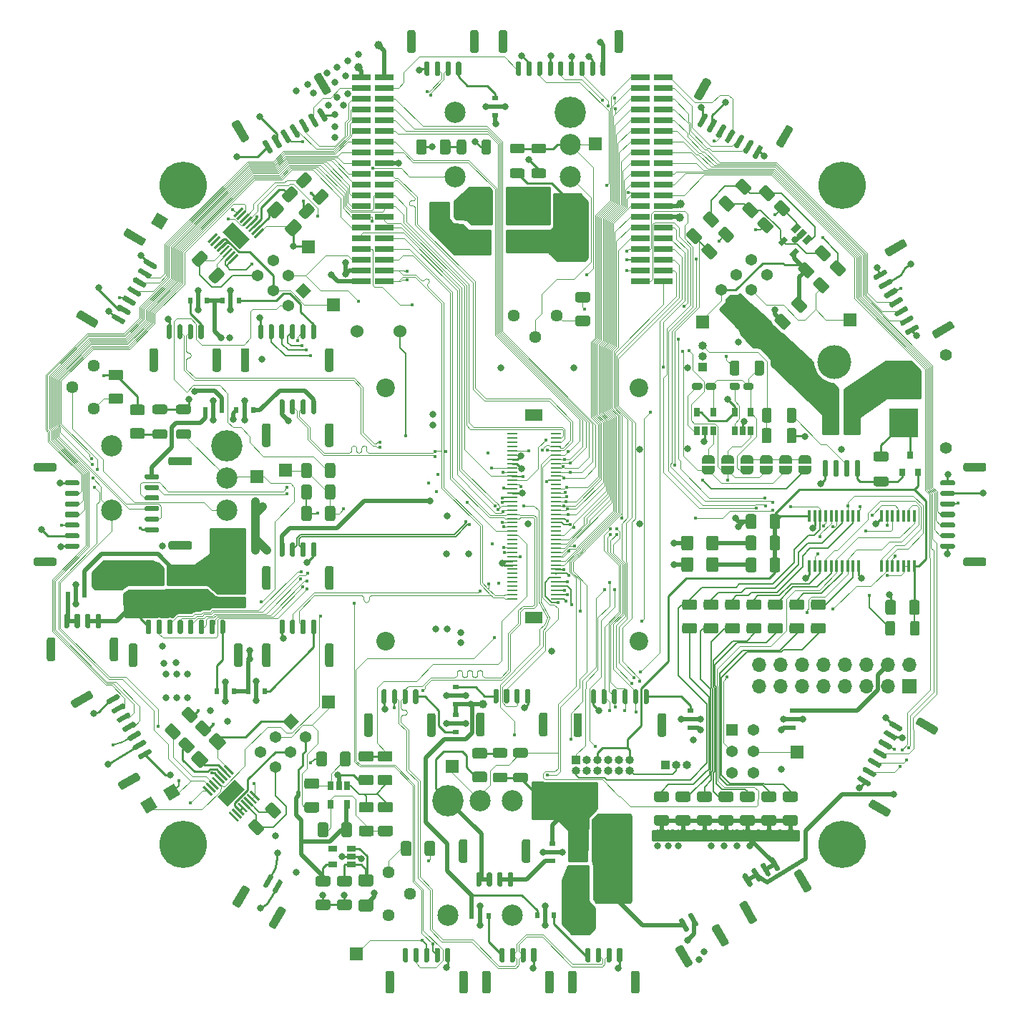
<source format=gtl>
%TF.GenerationSoftware,KiCad,Pcbnew,(5.1.12)-1*%
%TF.CreationDate,2021-12-15T00:56:12-05:00*%
%TF.ProjectId,P2_PowerSystem,50325f50-6f77-4657-9253-797374656d2e,rev?*%
%TF.SameCoordinates,Original*%
%TF.FileFunction,Copper,L1,Top*%
%TF.FilePolarity,Positive*%
%FSLAX46Y46*%
G04 Gerber Fmt 4.6, Leading zero omitted, Abs format (unit mm)*
G04 Created by KiCad (PCBNEW (5.1.12)-1) date 2021-12-15 00:56:12*
%MOMM*%
%LPD*%
G01*
G04 APERTURE LIST*
%TA.AperFunction,ComponentPad*%
%ADD10O,1.000000X1.000000*%
%TD*%
%TA.AperFunction,ComponentPad*%
%ADD11R,1.000000X1.000000*%
%TD*%
%TA.AperFunction,SMDPad,CuDef*%
%ADD12R,0.800000X0.900000*%
%TD*%
%TA.AperFunction,SMDPad,CuDef*%
%ADD13R,0.650000X1.060000*%
%TD*%
%TA.AperFunction,SMDPad,CuDef*%
%ADD14C,0.100000*%
%TD*%
%TA.AperFunction,SMDPad,CuDef*%
%ADD15R,0.600000X0.800000*%
%TD*%
%TA.AperFunction,SMDPad,CuDef*%
%ADD16R,0.600000X2.000000*%
%TD*%
%TA.AperFunction,ComponentPad*%
%ADD17C,0.800000*%
%TD*%
%TA.AperFunction,SMDPad,CuDef*%
%ADD18R,0.800000X0.600000*%
%TD*%
%TA.AperFunction,SMDPad,CuDef*%
%ADD19R,2.000000X0.600000*%
%TD*%
%TA.AperFunction,ComponentPad*%
%ADD20R,1.700000X1.700000*%
%TD*%
%TA.AperFunction,ComponentPad*%
%ADD21O,1.700000X1.700000*%
%TD*%
%TA.AperFunction,ComponentPad*%
%ADD22C,4.000000*%
%TD*%
%TA.AperFunction,ComponentPad*%
%ADD23C,3.500000*%
%TD*%
%TA.AperFunction,ComponentPad*%
%ADD24R,3.500000X3.500000*%
%TD*%
%TA.AperFunction,ComponentPad*%
%ADD25C,1.400000*%
%TD*%
%TA.AperFunction,SMDPad,CuDef*%
%ADD26R,2.220000X0.740000*%
%TD*%
%TA.AperFunction,ComponentPad*%
%ADD27C,1.524000*%
%TD*%
%TA.AperFunction,ComponentPad*%
%ADD28C,1.440000*%
%TD*%
%TA.AperFunction,SMDPad,CuDef*%
%ADD29R,0.450000X1.450000*%
%TD*%
%TA.AperFunction,ComponentPad*%
%ADD30C,5.600000*%
%TD*%
%TA.AperFunction,ComponentPad*%
%ADD31C,2.200000*%
%TD*%
%TA.AperFunction,SMDPad,CuDef*%
%ADD32R,2.100000X1.400000*%
%TD*%
%TA.AperFunction,SMDPad,CuDef*%
%ADD33R,1.150000X0.250000*%
%TD*%
%TA.AperFunction,ComponentPad*%
%ADD34C,0.100000*%
%TD*%
%TA.AperFunction,ComponentPad*%
%ADD35C,1.370000*%
%TD*%
%TA.AperFunction,ComponentPad*%
%ADD36R,1.370000X1.370000*%
%TD*%
%TA.AperFunction,SMDPad,CuDef*%
%ADD37R,1.060000X0.650000*%
%TD*%
%TA.AperFunction,ComponentPad*%
%ADD38C,3.700000*%
%TD*%
%TA.AperFunction,ComponentPad*%
%ADD39C,2.500000*%
%TD*%
%TA.AperFunction,SMDPad,CuDef*%
%ADD40R,1.500000X1.500000*%
%TD*%
%TA.AperFunction,ViaPad*%
%ADD41C,0.450000*%
%TD*%
%TA.AperFunction,ViaPad*%
%ADD42C,1.000000*%
%TD*%
%TA.AperFunction,ViaPad*%
%ADD43C,0.800000*%
%TD*%
%TA.AperFunction,Conductor*%
%ADD44C,0.254000*%
%TD*%
%TA.AperFunction,Conductor*%
%ADD45C,0.500000*%
%TD*%
%TA.AperFunction,Conductor*%
%ADD46C,0.089154*%
%TD*%
%TA.AperFunction,Conductor*%
%ADD47C,0.127000*%
%TD*%
%TA.AperFunction,Conductor*%
%ADD48C,1.000000*%
%TD*%
%TA.AperFunction,Conductor*%
%ADD49C,0.177800*%
%TD*%
%TA.AperFunction,Conductor*%
%ADD50C,0.100000*%
%TD*%
G04 APERTURE END LIST*
%TO.P,C46,2*%
%TO.N,GND*%
%TA.AperFunction,SMDPad,CuDef*%
G36*
G01*
X176641999Y-129525600D02*
X177942001Y-129525600D01*
G75*
G02*
X178192000Y-129775599I0J-249999D01*
G01*
X178192000Y-130425601D01*
G75*
G02*
X177942001Y-130675600I-249999J0D01*
G01*
X176641999Y-130675600D01*
G75*
G02*
X176392000Y-130425601I0J249999D01*
G01*
X176392000Y-129775599D01*
G75*
G02*
X176641999Y-129525600I249999J0D01*
G01*
G37*
%TD.AperFunction*%
%TO.P,C46,1*%
%TO.N,Net-(C11-Pad1)*%
%TA.AperFunction,SMDPad,CuDef*%
G36*
G01*
X176641999Y-126575600D02*
X177942001Y-126575600D01*
G75*
G02*
X178192000Y-126825599I0J-249999D01*
G01*
X178192000Y-127475601D01*
G75*
G02*
X177942001Y-127725600I-249999J0D01*
G01*
X176641999Y-127725600D01*
G75*
G02*
X176392000Y-127475601I0J249999D01*
G01*
X176392000Y-126825599D01*
G75*
G02*
X176641999Y-126575600I249999J0D01*
G01*
G37*
%TD.AperFunction*%
%TD*%
%TO.P,C45,2*%
%TO.N,GND*%
%TA.AperFunction,SMDPad,CuDef*%
G36*
G01*
X229855600Y-163337001D02*
X229855600Y-162036999D01*
G75*
G02*
X230105599Y-161787000I249999J0D01*
G01*
X230755601Y-161787000D01*
G75*
G02*
X231005600Y-162036999I0J-249999D01*
G01*
X231005600Y-163337001D01*
G75*
G02*
X230755601Y-163587000I-249999J0D01*
G01*
X230105599Y-163587000D01*
G75*
G02*
X229855600Y-163337001I0J249999D01*
G01*
G37*
%TD.AperFunction*%
%TO.P,C45,1*%
%TO.N,Net-(C45-Pad1)*%
%TA.AperFunction,SMDPad,CuDef*%
G36*
G01*
X226905600Y-163337001D02*
X226905600Y-162036999D01*
G75*
G02*
X227155599Y-161787000I249999J0D01*
G01*
X227805601Y-161787000D01*
G75*
G02*
X228055600Y-162036999I0J-249999D01*
G01*
X228055600Y-163337001D01*
G75*
G02*
X227805601Y-163587000I-249999J0D01*
G01*
X227155599Y-163587000D01*
G75*
G02*
X226905600Y-163337001I0J249999D01*
G01*
G37*
%TD.AperFunction*%
%TD*%
%TO.P,C33,2*%
%TO.N,GND*%
%TA.AperFunction,SMDPad,CuDef*%
G36*
G01*
X213244000Y-84978001D02*
X213244000Y-83677999D01*
G75*
G02*
X213493999Y-83428000I249999J0D01*
G01*
X214144001Y-83428000D01*
G75*
G02*
X214394000Y-83677999I0J-249999D01*
G01*
X214394000Y-84978001D01*
G75*
G02*
X214144001Y-85228000I-249999J0D01*
G01*
X213493999Y-85228000D01*
G75*
G02*
X213244000Y-84978001I0J249999D01*
G01*
G37*
%TD.AperFunction*%
%TO.P,C33,1*%
%TO.N,Net-(C24-Pad1)*%
%TA.AperFunction,SMDPad,CuDef*%
G36*
G01*
X210294000Y-84978001D02*
X210294000Y-83677999D01*
G75*
G02*
X210543999Y-83428000I249999J0D01*
G01*
X211194001Y-83428000D01*
G75*
G02*
X211444000Y-83677999I0J-249999D01*
G01*
X211444000Y-84978001D01*
G75*
G02*
X211194001Y-85228000I-249999J0D01*
G01*
X210543999Y-85228000D01*
G75*
G02*
X210294000Y-84978001I0J249999D01*
G01*
G37*
%TD.AperFunction*%
%TD*%
D10*
%TO.P,JP1,12*%
%TO.N,MOSFET_Driver_Enable*%
X233680000Y-150368000D03*
%TO.P,JP1,11*%
%TO.N,5V3_OR'd*%
X233680000Y-149098000D03*
%TO.P,JP1,10*%
%TO.N,STROBE*%
X232410000Y-150368000D03*
%TO.P,JP1,9*%
%TO.N,VDD_SERVO*%
X232410000Y-149098000D03*
%TO.P,JP1,8*%
%TO.N,~Payload_PW_EN*%
X231140000Y-150368000D03*
%TO.P,JP1,7*%
%TO.N,GND*%
X231140000Y-149098000D03*
%TO.P,JP1,6*%
%TO.N,FMU-CH1-PROT*%
X229870000Y-150368000D03*
%TO.P,JP1,5*%
%TO.N,5V3_OR'd*%
X229870000Y-149098000D03*
%TO.P,JP1,4*%
%TO.N,~Primary_Power_EN*%
X228600000Y-150368000D03*
%TO.P,JP1,3*%
%TO.N,GND*%
X228600000Y-149098000D03*
%TO.P,JP1,2*%
%TO.N,~Power_Fault*%
X227330000Y-150368000D03*
D11*
%TO.P,JP1,1*%
%TO.N,FMU-CH5_PROT*%
X227330000Y-149098000D03*
%TD*%
%TO.P,C38,2*%
%TO.N,GND*%
%TA.AperFunction,SMDPad,CuDef*%
G36*
G01*
X196028000Y-116782434D02*
X196028000Y-118032434D01*
G75*
G02*
X195778000Y-118282434I-250000J0D01*
G01*
X195028000Y-118282434D01*
G75*
G02*
X194778000Y-118032434I0J250000D01*
G01*
X194778000Y-116782434D01*
G75*
G02*
X195028000Y-116532434I250000J0D01*
G01*
X195778000Y-116532434D01*
G75*
G02*
X196028000Y-116782434I0J-250000D01*
G01*
G37*
%TD.AperFunction*%
%TO.P,C38,1*%
%TO.N,BATT_VOLTAGE_SENS_PROT*%
%TA.AperFunction,SMDPad,CuDef*%
G36*
G01*
X198828000Y-116782434D02*
X198828000Y-118032434D01*
G75*
G02*
X198578000Y-118282434I-250000J0D01*
G01*
X197828000Y-118282434D01*
G75*
G02*
X197578000Y-118032434I0J250000D01*
G01*
X197578000Y-116782434D01*
G75*
G02*
X197828000Y-116532434I250000J0D01*
G01*
X198578000Y-116532434D01*
G75*
G02*
X198828000Y-116782434I0J-250000D01*
G01*
G37*
%TD.AperFunction*%
%TD*%
%TO.P,U15,8*%
%TO.N,+3V3*%
%TA.AperFunction,SMDPad,CuDef*%
G36*
G01*
X260454000Y-113641000D02*
X260754000Y-113641000D01*
G75*
G02*
X260904000Y-113791000I0J-150000D01*
G01*
X260904000Y-115441000D01*
G75*
G02*
X260754000Y-115591000I-150000J0D01*
G01*
X260454000Y-115591000D01*
G75*
G02*
X260304000Y-115441000I0J150000D01*
G01*
X260304000Y-113791000D01*
G75*
G02*
X260454000Y-113641000I150000J0D01*
G01*
G37*
%TD.AperFunction*%
%TO.P,U15,7*%
%TO.N,Net-(R29-Pad2)*%
%TA.AperFunction,SMDPad,CuDef*%
G36*
G01*
X259184000Y-113641000D02*
X259484000Y-113641000D01*
G75*
G02*
X259634000Y-113791000I0J-150000D01*
G01*
X259634000Y-115441000D01*
G75*
G02*
X259484000Y-115591000I-150000J0D01*
G01*
X259184000Y-115591000D01*
G75*
G02*
X259034000Y-115441000I0J150000D01*
G01*
X259034000Y-113791000D01*
G75*
G02*
X259184000Y-113641000I150000J0D01*
G01*
G37*
%TD.AperFunction*%
%TO.P,U15,6*%
%TO.N,Net-(U15-Pad6)*%
%TA.AperFunction,SMDPad,CuDef*%
G36*
G01*
X257914000Y-113641000D02*
X258214000Y-113641000D01*
G75*
G02*
X258364000Y-113791000I0J-150000D01*
G01*
X258364000Y-115441000D01*
G75*
G02*
X258214000Y-115591000I-150000J0D01*
G01*
X257914000Y-115591000D01*
G75*
G02*
X257764000Y-115441000I0J150000D01*
G01*
X257764000Y-113791000D01*
G75*
G02*
X257914000Y-113641000I150000J0D01*
G01*
G37*
%TD.AperFunction*%
%TO.P,U15,5*%
%TO.N,GND*%
%TA.AperFunction,SMDPad,CuDef*%
G36*
G01*
X256644000Y-113641000D02*
X256944000Y-113641000D01*
G75*
G02*
X257094000Y-113791000I0J-150000D01*
G01*
X257094000Y-115441000D01*
G75*
G02*
X256944000Y-115591000I-150000J0D01*
G01*
X256644000Y-115591000D01*
G75*
G02*
X256494000Y-115441000I0J150000D01*
G01*
X256494000Y-113791000D01*
G75*
G02*
X256644000Y-113641000I150000J0D01*
G01*
G37*
%TD.AperFunction*%
%TO.P,U15,4*%
%TO.N,+BATT*%
%TA.AperFunction,SMDPad,CuDef*%
G36*
G01*
X256644000Y-108691000D02*
X256944000Y-108691000D01*
G75*
G02*
X257094000Y-108841000I0J-150000D01*
G01*
X257094000Y-110491000D01*
G75*
G02*
X256944000Y-110641000I-150000J0D01*
G01*
X256644000Y-110641000D01*
G75*
G02*
X256494000Y-110491000I0J150000D01*
G01*
X256494000Y-108841000D01*
G75*
G02*
X256644000Y-108691000I150000J0D01*
G01*
G37*
%TD.AperFunction*%
%TO.P,U15,3*%
%TA.AperFunction,SMDPad,CuDef*%
G36*
G01*
X257914000Y-108691000D02*
X258214000Y-108691000D01*
G75*
G02*
X258364000Y-108841000I0J-150000D01*
G01*
X258364000Y-110491000D01*
G75*
G02*
X258214000Y-110641000I-150000J0D01*
G01*
X257914000Y-110641000D01*
G75*
G02*
X257764000Y-110491000I0J150000D01*
G01*
X257764000Y-108841000D01*
G75*
G02*
X257914000Y-108691000I150000J0D01*
G01*
G37*
%TD.AperFunction*%
%TO.P,U15,2*%
%TO.N,Batt_Aux*%
%TA.AperFunction,SMDPad,CuDef*%
G36*
G01*
X259184000Y-108691000D02*
X259484000Y-108691000D01*
G75*
G02*
X259634000Y-108841000I0J-150000D01*
G01*
X259634000Y-110491000D01*
G75*
G02*
X259484000Y-110641000I-150000J0D01*
G01*
X259184000Y-110641000D01*
G75*
G02*
X259034000Y-110491000I0J150000D01*
G01*
X259034000Y-108841000D01*
G75*
G02*
X259184000Y-108691000I150000J0D01*
G01*
G37*
%TD.AperFunction*%
%TO.P,U15,1*%
%TA.AperFunction,SMDPad,CuDef*%
G36*
G01*
X260454000Y-108691000D02*
X260754000Y-108691000D01*
G75*
G02*
X260904000Y-108841000I0J-150000D01*
G01*
X260904000Y-110491000D01*
G75*
G02*
X260754000Y-110641000I-150000J0D01*
G01*
X260454000Y-110641000D01*
G75*
G02*
X260304000Y-110491000I0J150000D01*
G01*
X260304000Y-108841000D01*
G75*
G02*
X260454000Y-108691000I150000J0D01*
G01*
G37*
%TD.AperFunction*%
%TD*%
D12*
%TO.P,U14,3*%
%TO.N,GND*%
X266827000Y-113046000D03*
%TO.P,U14,2*%
%TO.N,5V3_OR'd*%
X267777000Y-115046000D03*
%TO.P,U14,1*%
%TO.N,+3V3*%
X265877000Y-115046000D03*
%TD*%
D13*
%TO.P,U13,5*%
%TO.N,+5VA*%
X241620000Y-107993000D03*
%TO.P,U13,4*%
%TO.N,Net-(D10-Pad2)*%
X243520000Y-107993000D03*
%TO.P,U13,3*%
%TO.N,Net-(JP9-Pad2)*%
X243520000Y-110193000D03*
%TO.P,U13,2*%
%TO.N,GND*%
X242570000Y-110193000D03*
%TO.P,U13,1*%
%TO.N,Net-(D11-Pad1)*%
X241620000Y-110193000D03*
%TD*%
%TO.P,U7,5*%
%TO.N,+5VA*%
X246065000Y-107993000D03*
%TO.P,U7,4*%
%TO.N,Net-(D10-Pad2)*%
X247965000Y-107993000D03*
%TO.P,U7,3*%
%TO.N,Net-(JP8-Pad2)*%
X247965000Y-110193000D03*
%TO.P,U7,2*%
%TO.N,GND*%
X247015000Y-110193000D03*
%TO.P,U7,1*%
%TO.N,Net-(D10-Pad1)*%
X246065000Y-110193000D03*
%TD*%
%TO.P,R34,2*%
%TO.N,5V3_secondary*%
%TA.AperFunction,SMDPad,CuDef*%
G36*
G01*
X181473001Y-108193000D02*
X180222999Y-108193000D01*
G75*
G02*
X179973000Y-107943001I0J249999D01*
G01*
X179973000Y-107317999D01*
G75*
G02*
X180222999Y-107068000I249999J0D01*
G01*
X181473001Y-107068000D01*
G75*
G02*
X181723000Y-107317999I0J-249999D01*
G01*
X181723000Y-107943001D01*
G75*
G02*
X181473001Y-108193000I-249999J0D01*
G01*
G37*
%TD.AperFunction*%
%TO.P,R34,1*%
%TO.N,5V3_sec_PG*%
%TA.AperFunction,SMDPad,CuDef*%
G36*
G01*
X181473001Y-111118000D02*
X180222999Y-111118000D01*
G75*
G02*
X179973000Y-110868001I0J249999D01*
G01*
X179973000Y-110242999D01*
G75*
G02*
X180222999Y-109993000I249999J0D01*
G01*
X181473001Y-109993000D01*
G75*
G02*
X181723000Y-110242999I0J-249999D01*
G01*
X181723000Y-110868001D01*
G75*
G02*
X181473001Y-111118000I-249999J0D01*
G01*
G37*
%TD.AperFunction*%
%TD*%
%TO.P,R33,2*%
%TO.N,Net-(D14-Pad2)*%
%TA.AperFunction,SMDPad,CuDef*%
G36*
G01*
X177428999Y-109993000D02*
X178679001Y-109993000D01*
G75*
G02*
X178929000Y-110242999I0J-249999D01*
G01*
X178929000Y-110868001D01*
G75*
G02*
X178679001Y-111118000I-249999J0D01*
G01*
X177428999Y-111118000D01*
G75*
G02*
X177179000Y-110868001I0J249999D01*
G01*
X177179000Y-110242999D01*
G75*
G02*
X177428999Y-109993000I249999J0D01*
G01*
G37*
%TD.AperFunction*%
%TO.P,R33,1*%
%TO.N,5V3_secondary*%
%TA.AperFunction,SMDPad,CuDef*%
G36*
G01*
X177428999Y-107068000D02*
X178679001Y-107068000D01*
G75*
G02*
X178929000Y-107317999I0J-249999D01*
G01*
X178929000Y-107943001D01*
G75*
G02*
X178679001Y-108193000I-249999J0D01*
G01*
X177428999Y-108193000D01*
G75*
G02*
X177179000Y-107943001I0J249999D01*
G01*
X177179000Y-107317999D01*
G75*
G02*
X177428999Y-107068000I249999J0D01*
G01*
G37*
%TD.AperFunction*%
%TD*%
%TO.P,R32,2*%
%TO.N,5V3_Primary*%
%TA.AperFunction,SMDPad,CuDef*%
G36*
G01*
X220100999Y-150633000D02*
X221351001Y-150633000D01*
G75*
G02*
X221601000Y-150882999I0J-249999D01*
G01*
X221601000Y-151508001D01*
G75*
G02*
X221351001Y-151758000I-249999J0D01*
G01*
X220100999Y-151758000D01*
G75*
G02*
X219851000Y-151508001I0J249999D01*
G01*
X219851000Y-150882999D01*
G75*
G02*
X220100999Y-150633000I249999J0D01*
G01*
G37*
%TD.AperFunction*%
%TO.P,R32,1*%
%TO.N,5V3_prime_PG*%
%TA.AperFunction,SMDPad,CuDef*%
G36*
G01*
X220100999Y-147708000D02*
X221351001Y-147708000D01*
G75*
G02*
X221601000Y-147957999I0J-249999D01*
G01*
X221601000Y-148583001D01*
G75*
G02*
X221351001Y-148833000I-249999J0D01*
G01*
X220100999Y-148833000D01*
G75*
G02*
X219851000Y-148583001I0J249999D01*
G01*
X219851000Y-147957999D01*
G75*
G02*
X220100999Y-147708000I249999J0D01*
G01*
G37*
%TD.AperFunction*%
%TD*%
%TO.P,R31,2*%
%TO.N,Net-(D13-Pad2)*%
%TA.AperFunction,SMDPad,CuDef*%
G36*
G01*
X218938001Y-148833000D02*
X217687999Y-148833000D01*
G75*
G02*
X217438000Y-148583001I0J249999D01*
G01*
X217438000Y-147957999D01*
G75*
G02*
X217687999Y-147708000I249999J0D01*
G01*
X218938001Y-147708000D01*
G75*
G02*
X219188000Y-147957999I0J-249999D01*
G01*
X219188000Y-148583001D01*
G75*
G02*
X218938001Y-148833000I-249999J0D01*
G01*
G37*
%TD.AperFunction*%
%TO.P,R31,1*%
%TO.N,5V3_Primary*%
%TA.AperFunction,SMDPad,CuDef*%
G36*
G01*
X218938001Y-151758000D02*
X217687999Y-151758000D01*
G75*
G02*
X217438000Y-151508001I0J249999D01*
G01*
X217438000Y-150882999D01*
G75*
G02*
X217687999Y-150633000I249999J0D01*
G01*
X218938001Y-150633000D01*
G75*
G02*
X219188000Y-150882999I0J-249999D01*
G01*
X219188000Y-151508001D01*
G75*
G02*
X218938001Y-151758000I-249999J0D01*
G01*
G37*
%TD.AperFunction*%
%TD*%
%TO.P,R30,2*%
%TO.N,5V3_OR'd*%
%TA.AperFunction,SMDPad,CuDef*%
G36*
G01*
X266838000Y-134165501D02*
X266838000Y-132915499D01*
G75*
G02*
X267087999Y-132665500I249999J0D01*
G01*
X267713001Y-132665500D01*
G75*
G02*
X267963000Y-132915499I0J-249999D01*
G01*
X267963000Y-134165501D01*
G75*
G02*
X267713001Y-134415500I-249999J0D01*
G01*
X267087999Y-134415500D01*
G75*
G02*
X266838000Y-134165501I0J249999D01*
G01*
G37*
%TD.AperFunction*%
%TO.P,R30,1*%
%TO.N,Payload_PG*%
%TA.AperFunction,SMDPad,CuDef*%
G36*
G01*
X263913000Y-134165501D02*
X263913000Y-132915499D01*
G75*
G02*
X264162999Y-132665500I249999J0D01*
G01*
X264788001Y-132665500D01*
G75*
G02*
X265038000Y-132915499I0J-249999D01*
G01*
X265038000Y-134165501D01*
G75*
G02*
X264788001Y-134415500I-249999J0D01*
G01*
X264162999Y-134415500D01*
G75*
G02*
X263913000Y-134165501I0J249999D01*
G01*
G37*
%TD.AperFunction*%
%TD*%
%TO.P,R29,2*%
%TO.N,Net-(R29-Pad2)*%
%TA.AperFunction,SMDPad,CuDef*%
G36*
G01*
X252233000Y-108956001D02*
X252233000Y-107705999D01*
G75*
G02*
X252482999Y-107456000I249999J0D01*
G01*
X253108001Y-107456000D01*
G75*
G02*
X253358000Y-107705999I0J-249999D01*
G01*
X253358000Y-108956001D01*
G75*
G02*
X253108001Y-109206000I-249999J0D01*
G01*
X252482999Y-109206000D01*
G75*
G02*
X252233000Y-108956001I0J249999D01*
G01*
G37*
%TD.AperFunction*%
%TO.P,R29,1*%
%TO.N,Aux_Hall*%
%TA.AperFunction,SMDPad,CuDef*%
G36*
G01*
X249308000Y-108956001D02*
X249308000Y-107705999D01*
G75*
G02*
X249557999Y-107456000I249999J0D01*
G01*
X250183001Y-107456000D01*
G75*
G02*
X250433000Y-107705999I0J-249999D01*
G01*
X250433000Y-108956001D01*
G75*
G02*
X250183001Y-109206000I-249999J0D01*
G01*
X249557999Y-109206000D01*
G75*
G02*
X249308000Y-108956001I0J249999D01*
G01*
G37*
%TD.AperFunction*%
%TD*%
%TO.P,R7,2*%
%TO.N,Net-(D10-Pad2)*%
%TA.AperFunction,SMDPad,CuDef*%
G36*
G01*
X248423000Y-103368001D02*
X248423000Y-102117999D01*
G75*
G02*
X248672999Y-101868000I249999J0D01*
G01*
X249298001Y-101868000D01*
G75*
G02*
X249548000Y-102117999I0J-249999D01*
G01*
X249548000Y-103368001D01*
G75*
G02*
X249298001Y-103618000I-249999J0D01*
G01*
X248672999Y-103618000D01*
G75*
G02*
X248423000Y-103368001I0J249999D01*
G01*
G37*
%TD.AperFunction*%
%TO.P,R7,1*%
%TO.N,+5VA*%
%TA.AperFunction,SMDPad,CuDef*%
G36*
G01*
X245498000Y-103368001D02*
X245498000Y-102117999D01*
G75*
G02*
X245747999Y-101868000I249999J0D01*
G01*
X246373001Y-101868000D01*
G75*
G02*
X246623000Y-102117999I0J-249999D01*
G01*
X246623000Y-103368001D01*
G75*
G02*
X246373001Y-103618000I-249999J0D01*
G01*
X245747999Y-103618000D01*
G75*
G02*
X245498000Y-103368001I0J249999D01*
G01*
G37*
%TD.AperFunction*%
%TD*%
%TO.P,R3,2*%
%TO.N,GND*%
%TA.AperFunction,SMDPad,CuDef*%
G36*
G01*
X222259999Y-79132000D02*
X223510001Y-79132000D01*
G75*
G02*
X223760000Y-79381999I0J-249999D01*
G01*
X223760000Y-80007001D01*
G75*
G02*
X223510001Y-80257000I-249999J0D01*
G01*
X222259999Y-80257000D01*
G75*
G02*
X222010000Y-80007001I0J249999D01*
G01*
X222010000Y-79381999D01*
G75*
G02*
X222259999Y-79132000I249999J0D01*
G01*
G37*
%TD.AperFunction*%
%TO.P,R3,1*%
%TO.N,Servo_Rail_PG*%
%TA.AperFunction,SMDPad,CuDef*%
G36*
G01*
X222259999Y-76207000D02*
X223510001Y-76207000D01*
G75*
G02*
X223760000Y-76456999I0J-249999D01*
G01*
X223760000Y-77082001D01*
G75*
G02*
X223510001Y-77332000I-249999J0D01*
G01*
X222259999Y-77332000D01*
G75*
G02*
X222010000Y-77082001I0J249999D01*
G01*
X222010000Y-76456999D01*
G75*
G02*
X222259999Y-76207000I249999J0D01*
G01*
G37*
%TD.AperFunction*%
%TD*%
%TO.P,R2,2*%
%TO.N,Servo_Rail_PG*%
%TA.AperFunction,SMDPad,CuDef*%
G36*
G01*
X220970001Y-77332000D02*
X219719999Y-77332000D01*
G75*
G02*
X219470000Y-77082001I0J249999D01*
G01*
X219470000Y-76456999D01*
G75*
G02*
X219719999Y-76207000I249999J0D01*
G01*
X220970001Y-76207000D01*
G75*
G02*
X221220000Y-76456999I0J-249999D01*
G01*
X221220000Y-77082001D01*
G75*
G02*
X220970001Y-77332000I-249999J0D01*
G01*
G37*
%TD.AperFunction*%
%TO.P,R2,1*%
%TO.N,VDD_SERVO*%
%TA.AperFunction,SMDPad,CuDef*%
G36*
G01*
X220970001Y-80257000D02*
X219719999Y-80257000D01*
G75*
G02*
X219470000Y-80007001I0J249999D01*
G01*
X219470000Y-79381999D01*
G75*
G02*
X219719999Y-79132000I249999J0D01*
G01*
X220970001Y-79132000D01*
G75*
G02*
X221220000Y-79381999I0J-249999D01*
G01*
X221220000Y-80007001D01*
G75*
G02*
X220970001Y-80257000I-249999J0D01*
G01*
G37*
%TD.AperFunction*%
%TD*%
%TO.P,R1,2*%
%TO.N,Net-(D12-Pad2)*%
%TA.AperFunction,SMDPad,CuDef*%
G36*
G01*
X214314200Y-75955999D02*
X214314200Y-77206001D01*
G75*
G02*
X214064201Y-77456000I-249999J0D01*
G01*
X213439199Y-77456000D01*
G75*
G02*
X213189200Y-77206001I0J249999D01*
G01*
X213189200Y-75955999D01*
G75*
G02*
X213439199Y-75706000I249999J0D01*
G01*
X214064201Y-75706000D01*
G75*
G02*
X214314200Y-75955999I0J-249999D01*
G01*
G37*
%TD.AperFunction*%
%TO.P,R1,1*%
%TO.N,VDD_SERVO*%
%TA.AperFunction,SMDPad,CuDef*%
G36*
G01*
X217239200Y-75955999D02*
X217239200Y-77206001D01*
G75*
G02*
X216989201Y-77456000I-249999J0D01*
G01*
X216364199Y-77456000D01*
G75*
G02*
X216114200Y-77206001I0J249999D01*
G01*
X216114200Y-75955999D01*
G75*
G02*
X216364199Y-75706000I249999J0D01*
G01*
X216989201Y-75706000D01*
G75*
G02*
X217239200Y-75955999I0J-249999D01*
G01*
G37*
%TD.AperFunction*%
%TD*%
D10*
%TO.P,JP14,3*%
%TO.N,Aux_Hall*%
X242316000Y-100076000D03*
%TO.P,JP14,2*%
%TO.N,AUX_BATT_VOLTAGE_SENS*%
X242316000Y-101346000D03*
D11*
%TO.P,JP14,1*%
%TO.N,I_MON_Payload*%
X242316000Y-102616000D03*
%TD*%
%TA.AperFunction,SMDPad,CuDef*%
D14*
%TO.P,JP13,2*%
%TO.N,ADC_IN*%
G36*
X255130398Y-114823000D02*
G01*
X255130398Y-114847534D01*
X255125588Y-114896365D01*
X255116016Y-114944490D01*
X255101772Y-114991445D01*
X255082995Y-115036778D01*
X255059864Y-115080051D01*
X255032604Y-115120850D01*
X255001476Y-115158779D01*
X254966779Y-115193476D01*
X254928850Y-115224604D01*
X254888051Y-115251864D01*
X254844778Y-115274995D01*
X254799445Y-115293772D01*
X254752490Y-115308016D01*
X254704365Y-115317588D01*
X254655534Y-115322398D01*
X254631000Y-115322398D01*
X254631000Y-115323000D01*
X254131000Y-115323000D01*
X254131000Y-115322398D01*
X254106466Y-115322398D01*
X254057635Y-115317588D01*
X254009510Y-115308016D01*
X253962555Y-115293772D01*
X253917222Y-115274995D01*
X253873949Y-115251864D01*
X253833150Y-115224604D01*
X253795221Y-115193476D01*
X253760524Y-115158779D01*
X253729396Y-115120850D01*
X253702136Y-115080051D01*
X253679005Y-115036778D01*
X253660228Y-114991445D01*
X253645984Y-114944490D01*
X253636412Y-114896365D01*
X253631602Y-114847534D01*
X253631602Y-114823000D01*
X253631000Y-114823000D01*
X253631000Y-114323000D01*
X255131000Y-114323000D01*
X255131000Y-114823000D01*
X255130398Y-114823000D01*
G37*
%TD.AperFunction*%
%TA.AperFunction,SMDPad,CuDef*%
%TO.P,JP13,1*%
%TO.N,Net-(JP10-Pad2)*%
G36*
X253631000Y-114023000D02*
G01*
X253631000Y-113523000D01*
X253631602Y-113523000D01*
X253631602Y-113498466D01*
X253636412Y-113449635D01*
X253645984Y-113401510D01*
X253660228Y-113354555D01*
X253679005Y-113309222D01*
X253702136Y-113265949D01*
X253729396Y-113225150D01*
X253760524Y-113187221D01*
X253795221Y-113152524D01*
X253833150Y-113121396D01*
X253873949Y-113094136D01*
X253917222Y-113071005D01*
X253962555Y-113052228D01*
X254009510Y-113037984D01*
X254057635Y-113028412D01*
X254106466Y-113023602D01*
X254131000Y-113023602D01*
X254131000Y-113023000D01*
X254631000Y-113023000D01*
X254631000Y-113023602D01*
X254655534Y-113023602D01*
X254704365Y-113028412D01*
X254752490Y-113037984D01*
X254799445Y-113052228D01*
X254844778Y-113071005D01*
X254888051Y-113094136D01*
X254928850Y-113121396D01*
X254966779Y-113152524D01*
X255001476Y-113187221D01*
X255032604Y-113225150D01*
X255059864Y-113265949D01*
X255082995Y-113309222D01*
X255101772Y-113354555D01*
X255116016Y-113401510D01*
X255125588Y-113449635D01*
X255130398Y-113498466D01*
X255130398Y-113523000D01*
X255131000Y-113523000D01*
X255131000Y-114023000D01*
X253631000Y-114023000D01*
G37*
%TD.AperFunction*%
%TD*%
%TA.AperFunction,SMDPad,CuDef*%
%TO.P,JP12,2*%
%TO.N,temp_B*%
G36*
X252844398Y-114823000D02*
G01*
X252844398Y-114847534D01*
X252839588Y-114896365D01*
X252830016Y-114944490D01*
X252815772Y-114991445D01*
X252796995Y-115036778D01*
X252773864Y-115080051D01*
X252746604Y-115120850D01*
X252715476Y-115158779D01*
X252680779Y-115193476D01*
X252642850Y-115224604D01*
X252602051Y-115251864D01*
X252558778Y-115274995D01*
X252513445Y-115293772D01*
X252466490Y-115308016D01*
X252418365Y-115317588D01*
X252369534Y-115322398D01*
X252345000Y-115322398D01*
X252345000Y-115323000D01*
X251845000Y-115323000D01*
X251845000Y-115322398D01*
X251820466Y-115322398D01*
X251771635Y-115317588D01*
X251723510Y-115308016D01*
X251676555Y-115293772D01*
X251631222Y-115274995D01*
X251587949Y-115251864D01*
X251547150Y-115224604D01*
X251509221Y-115193476D01*
X251474524Y-115158779D01*
X251443396Y-115120850D01*
X251416136Y-115080051D01*
X251393005Y-115036778D01*
X251374228Y-114991445D01*
X251359984Y-114944490D01*
X251350412Y-114896365D01*
X251345602Y-114847534D01*
X251345602Y-114823000D01*
X251345000Y-114823000D01*
X251345000Y-114323000D01*
X252845000Y-114323000D01*
X252845000Y-114823000D01*
X252844398Y-114823000D01*
G37*
%TD.AperFunction*%
%TA.AperFunction,SMDPad,CuDef*%
%TO.P,JP12,1*%
%TO.N,Net-(JP10-Pad2)*%
G36*
X251345000Y-114023000D02*
G01*
X251345000Y-113523000D01*
X251345602Y-113523000D01*
X251345602Y-113498466D01*
X251350412Y-113449635D01*
X251359984Y-113401510D01*
X251374228Y-113354555D01*
X251393005Y-113309222D01*
X251416136Y-113265949D01*
X251443396Y-113225150D01*
X251474524Y-113187221D01*
X251509221Y-113152524D01*
X251547150Y-113121396D01*
X251587949Y-113094136D01*
X251631222Y-113071005D01*
X251676555Y-113052228D01*
X251723510Y-113037984D01*
X251771635Y-113028412D01*
X251820466Y-113023602D01*
X251845000Y-113023602D01*
X251845000Y-113023000D01*
X252345000Y-113023000D01*
X252345000Y-113023602D01*
X252369534Y-113023602D01*
X252418365Y-113028412D01*
X252466490Y-113037984D01*
X252513445Y-113052228D01*
X252558778Y-113071005D01*
X252602051Y-113094136D01*
X252642850Y-113121396D01*
X252680779Y-113152524D01*
X252715476Y-113187221D01*
X252746604Y-113225150D01*
X252773864Y-113265949D01*
X252796995Y-113309222D01*
X252815772Y-113354555D01*
X252830016Y-113401510D01*
X252839588Y-113449635D01*
X252844398Y-113498466D01*
X252844398Y-113523000D01*
X252845000Y-113523000D01*
X252845000Y-114023000D01*
X251345000Y-114023000D01*
G37*
%TD.AperFunction*%
%TD*%
%TA.AperFunction,SMDPad,CuDef*%
%TO.P,JP11,2*%
%TO.N,temp_A*%
G36*
X250558398Y-114823000D02*
G01*
X250558398Y-114847534D01*
X250553588Y-114896365D01*
X250544016Y-114944490D01*
X250529772Y-114991445D01*
X250510995Y-115036778D01*
X250487864Y-115080051D01*
X250460604Y-115120850D01*
X250429476Y-115158779D01*
X250394779Y-115193476D01*
X250356850Y-115224604D01*
X250316051Y-115251864D01*
X250272778Y-115274995D01*
X250227445Y-115293772D01*
X250180490Y-115308016D01*
X250132365Y-115317588D01*
X250083534Y-115322398D01*
X250059000Y-115322398D01*
X250059000Y-115323000D01*
X249559000Y-115323000D01*
X249559000Y-115322398D01*
X249534466Y-115322398D01*
X249485635Y-115317588D01*
X249437510Y-115308016D01*
X249390555Y-115293772D01*
X249345222Y-115274995D01*
X249301949Y-115251864D01*
X249261150Y-115224604D01*
X249223221Y-115193476D01*
X249188524Y-115158779D01*
X249157396Y-115120850D01*
X249130136Y-115080051D01*
X249107005Y-115036778D01*
X249088228Y-114991445D01*
X249073984Y-114944490D01*
X249064412Y-114896365D01*
X249059602Y-114847534D01*
X249059602Y-114823000D01*
X249059000Y-114823000D01*
X249059000Y-114323000D01*
X250559000Y-114323000D01*
X250559000Y-114823000D01*
X250558398Y-114823000D01*
G37*
%TD.AperFunction*%
%TA.AperFunction,SMDPad,CuDef*%
%TO.P,JP11,1*%
%TO.N,Net-(JP10-Pad2)*%
G36*
X249059000Y-114023000D02*
G01*
X249059000Y-113523000D01*
X249059602Y-113523000D01*
X249059602Y-113498466D01*
X249064412Y-113449635D01*
X249073984Y-113401510D01*
X249088228Y-113354555D01*
X249107005Y-113309222D01*
X249130136Y-113265949D01*
X249157396Y-113225150D01*
X249188524Y-113187221D01*
X249223221Y-113152524D01*
X249261150Y-113121396D01*
X249301949Y-113094136D01*
X249345222Y-113071005D01*
X249390555Y-113052228D01*
X249437510Y-113037984D01*
X249485635Y-113028412D01*
X249534466Y-113023602D01*
X249559000Y-113023602D01*
X249559000Y-113023000D01*
X250059000Y-113023000D01*
X250059000Y-113023602D01*
X250083534Y-113023602D01*
X250132365Y-113028412D01*
X250180490Y-113037984D01*
X250227445Y-113052228D01*
X250272778Y-113071005D01*
X250316051Y-113094136D01*
X250356850Y-113121396D01*
X250394779Y-113152524D01*
X250429476Y-113187221D01*
X250460604Y-113225150D01*
X250487864Y-113265949D01*
X250510995Y-113309222D01*
X250529772Y-113354555D01*
X250544016Y-113401510D01*
X250553588Y-113449635D01*
X250558398Y-113498466D01*
X250558398Y-113523000D01*
X250559000Y-113523000D01*
X250559000Y-114023000D01*
X249059000Y-114023000D01*
G37*
%TD.AperFunction*%
%TD*%
%TA.AperFunction,SMDPad,CuDef*%
%TO.P,JP10,2*%
%TO.N,Net-(JP10-Pad2)*%
G36*
X246773602Y-113523000D02*
G01*
X246773602Y-113498466D01*
X246778412Y-113449635D01*
X246787984Y-113401510D01*
X246802228Y-113354555D01*
X246821005Y-113309222D01*
X246844136Y-113265949D01*
X246871396Y-113225150D01*
X246902524Y-113187221D01*
X246937221Y-113152524D01*
X246975150Y-113121396D01*
X247015949Y-113094136D01*
X247059222Y-113071005D01*
X247104555Y-113052228D01*
X247151510Y-113037984D01*
X247199635Y-113028412D01*
X247248466Y-113023602D01*
X247273000Y-113023602D01*
X247273000Y-113023000D01*
X247773000Y-113023000D01*
X247773000Y-113023602D01*
X247797534Y-113023602D01*
X247846365Y-113028412D01*
X247894490Y-113037984D01*
X247941445Y-113052228D01*
X247986778Y-113071005D01*
X248030051Y-113094136D01*
X248070850Y-113121396D01*
X248108779Y-113152524D01*
X248143476Y-113187221D01*
X248174604Y-113225150D01*
X248201864Y-113265949D01*
X248224995Y-113309222D01*
X248243772Y-113354555D01*
X248258016Y-113401510D01*
X248267588Y-113449635D01*
X248272398Y-113498466D01*
X248272398Y-113523000D01*
X248273000Y-113523000D01*
X248273000Y-114023000D01*
X246773000Y-114023000D01*
X246773000Y-113523000D01*
X246773602Y-113523000D01*
G37*
%TD.AperFunction*%
%TA.AperFunction,SMDPad,CuDef*%
%TO.P,JP10,1*%
%TO.N,Net-(D10-Pad2)*%
G36*
X248273000Y-114323000D02*
G01*
X248273000Y-114823000D01*
X248272398Y-114823000D01*
X248272398Y-114847534D01*
X248267588Y-114896365D01*
X248258016Y-114944490D01*
X248243772Y-114991445D01*
X248224995Y-115036778D01*
X248201864Y-115080051D01*
X248174604Y-115120850D01*
X248143476Y-115158779D01*
X248108779Y-115193476D01*
X248070850Y-115224604D01*
X248030051Y-115251864D01*
X247986778Y-115274995D01*
X247941445Y-115293772D01*
X247894490Y-115308016D01*
X247846365Y-115317588D01*
X247797534Y-115322398D01*
X247773000Y-115322398D01*
X247773000Y-115323000D01*
X247273000Y-115323000D01*
X247273000Y-115322398D01*
X247248466Y-115322398D01*
X247199635Y-115317588D01*
X247151510Y-115308016D01*
X247104555Y-115293772D01*
X247059222Y-115274995D01*
X247015949Y-115251864D01*
X246975150Y-115224604D01*
X246937221Y-115193476D01*
X246902524Y-115158779D01*
X246871396Y-115120850D01*
X246844136Y-115080051D01*
X246821005Y-115036778D01*
X246802228Y-114991445D01*
X246787984Y-114944490D01*
X246778412Y-114896365D01*
X246773602Y-114847534D01*
X246773602Y-114823000D01*
X246773000Y-114823000D01*
X246773000Y-114323000D01*
X248273000Y-114323000D01*
G37*
%TD.AperFunction*%
%TD*%
%TA.AperFunction,SMDPad,CuDef*%
%TO.P,JP9,2*%
%TO.N,Net-(JP9-Pad2)*%
G36*
X242201602Y-113523000D02*
G01*
X242201602Y-113498466D01*
X242206412Y-113449635D01*
X242215984Y-113401510D01*
X242230228Y-113354555D01*
X242249005Y-113309222D01*
X242272136Y-113265949D01*
X242299396Y-113225150D01*
X242330524Y-113187221D01*
X242365221Y-113152524D01*
X242403150Y-113121396D01*
X242443949Y-113094136D01*
X242487222Y-113071005D01*
X242532555Y-113052228D01*
X242579510Y-113037984D01*
X242627635Y-113028412D01*
X242676466Y-113023602D01*
X242701000Y-113023602D01*
X242701000Y-113023000D01*
X243201000Y-113023000D01*
X243201000Y-113023602D01*
X243225534Y-113023602D01*
X243274365Y-113028412D01*
X243322490Y-113037984D01*
X243369445Y-113052228D01*
X243414778Y-113071005D01*
X243458051Y-113094136D01*
X243498850Y-113121396D01*
X243536779Y-113152524D01*
X243571476Y-113187221D01*
X243602604Y-113225150D01*
X243629864Y-113265949D01*
X243652995Y-113309222D01*
X243671772Y-113354555D01*
X243686016Y-113401510D01*
X243695588Y-113449635D01*
X243700398Y-113498466D01*
X243700398Y-113523000D01*
X243701000Y-113523000D01*
X243701000Y-114023000D01*
X242201000Y-114023000D01*
X242201000Y-113523000D01*
X242201602Y-113523000D01*
G37*
%TD.AperFunction*%
%TA.AperFunction,SMDPad,CuDef*%
%TO.P,JP9,1*%
%TO.N,temp_B*%
G36*
X243701000Y-114323000D02*
G01*
X243701000Y-114823000D01*
X243700398Y-114823000D01*
X243700398Y-114847534D01*
X243695588Y-114896365D01*
X243686016Y-114944490D01*
X243671772Y-114991445D01*
X243652995Y-115036778D01*
X243629864Y-115080051D01*
X243602604Y-115120850D01*
X243571476Y-115158779D01*
X243536779Y-115193476D01*
X243498850Y-115224604D01*
X243458051Y-115251864D01*
X243414778Y-115274995D01*
X243369445Y-115293772D01*
X243322490Y-115308016D01*
X243274365Y-115317588D01*
X243225534Y-115322398D01*
X243201000Y-115322398D01*
X243201000Y-115323000D01*
X242701000Y-115323000D01*
X242701000Y-115322398D01*
X242676466Y-115322398D01*
X242627635Y-115317588D01*
X242579510Y-115308016D01*
X242532555Y-115293772D01*
X242487222Y-115274995D01*
X242443949Y-115251864D01*
X242403150Y-115224604D01*
X242365221Y-115193476D01*
X242330524Y-115158779D01*
X242299396Y-115120850D01*
X242272136Y-115080051D01*
X242249005Y-115036778D01*
X242230228Y-114991445D01*
X242215984Y-114944490D01*
X242206412Y-114896365D01*
X242201602Y-114847534D01*
X242201602Y-114823000D01*
X242201000Y-114823000D01*
X242201000Y-114323000D01*
X243701000Y-114323000D01*
G37*
%TD.AperFunction*%
%TD*%
%TA.AperFunction,SMDPad,CuDef*%
%TO.P,JP8,2*%
%TO.N,Net-(JP8-Pad2)*%
G36*
X244487602Y-113523000D02*
G01*
X244487602Y-113498466D01*
X244492412Y-113449635D01*
X244501984Y-113401510D01*
X244516228Y-113354555D01*
X244535005Y-113309222D01*
X244558136Y-113265949D01*
X244585396Y-113225150D01*
X244616524Y-113187221D01*
X244651221Y-113152524D01*
X244689150Y-113121396D01*
X244729949Y-113094136D01*
X244773222Y-113071005D01*
X244818555Y-113052228D01*
X244865510Y-113037984D01*
X244913635Y-113028412D01*
X244962466Y-113023602D01*
X244987000Y-113023602D01*
X244987000Y-113023000D01*
X245487000Y-113023000D01*
X245487000Y-113023602D01*
X245511534Y-113023602D01*
X245560365Y-113028412D01*
X245608490Y-113037984D01*
X245655445Y-113052228D01*
X245700778Y-113071005D01*
X245744051Y-113094136D01*
X245784850Y-113121396D01*
X245822779Y-113152524D01*
X245857476Y-113187221D01*
X245888604Y-113225150D01*
X245915864Y-113265949D01*
X245938995Y-113309222D01*
X245957772Y-113354555D01*
X245972016Y-113401510D01*
X245981588Y-113449635D01*
X245986398Y-113498466D01*
X245986398Y-113523000D01*
X245987000Y-113523000D01*
X245987000Y-114023000D01*
X244487000Y-114023000D01*
X244487000Y-113523000D01*
X244487602Y-113523000D01*
G37*
%TD.AperFunction*%
%TA.AperFunction,SMDPad,CuDef*%
%TO.P,JP8,1*%
%TO.N,temp_A*%
G36*
X245987000Y-114323000D02*
G01*
X245987000Y-114823000D01*
X245986398Y-114823000D01*
X245986398Y-114847534D01*
X245981588Y-114896365D01*
X245972016Y-114944490D01*
X245957772Y-114991445D01*
X245938995Y-115036778D01*
X245915864Y-115080051D01*
X245888604Y-115120850D01*
X245857476Y-115158779D01*
X245822779Y-115193476D01*
X245784850Y-115224604D01*
X245744051Y-115251864D01*
X245700778Y-115274995D01*
X245655445Y-115293772D01*
X245608490Y-115308016D01*
X245560365Y-115317588D01*
X245511534Y-115322398D01*
X245487000Y-115322398D01*
X245487000Y-115323000D01*
X244987000Y-115323000D01*
X244987000Y-115322398D01*
X244962466Y-115322398D01*
X244913635Y-115317588D01*
X244865510Y-115308016D01*
X244818555Y-115293772D01*
X244773222Y-115274995D01*
X244729949Y-115251864D01*
X244689150Y-115224604D01*
X244651221Y-115193476D01*
X244616524Y-115158779D01*
X244585396Y-115120850D01*
X244558136Y-115080051D01*
X244535005Y-115036778D01*
X244516228Y-114991445D01*
X244501984Y-114944490D01*
X244492412Y-114896365D01*
X244487602Y-114847534D01*
X244487602Y-114823000D01*
X244487000Y-114823000D01*
X244487000Y-114323000D01*
X245987000Y-114323000D01*
G37*
%TD.AperFunction*%
%TD*%
%TO.P,D14,2*%
%TO.N,Net-(D14-Pad2)*%
%TA.AperFunction,SMDPad,CuDef*%
G36*
G01*
X174762000Y-109868000D02*
X176012000Y-109868000D01*
G75*
G02*
X176262000Y-110118000I0J-250000D01*
G01*
X176262000Y-110868000D01*
G75*
G02*
X176012000Y-111118000I-250000J0D01*
G01*
X174762000Y-111118000D01*
G75*
G02*
X174512000Y-110868000I0J250000D01*
G01*
X174512000Y-110118000D01*
G75*
G02*
X174762000Y-109868000I250000J0D01*
G01*
G37*
%TD.AperFunction*%
%TO.P,D14,1*%
%TO.N,GND*%
%TA.AperFunction,SMDPad,CuDef*%
G36*
G01*
X174762000Y-107068000D02*
X176012000Y-107068000D01*
G75*
G02*
X176262000Y-107318000I0J-250000D01*
G01*
X176262000Y-108068000D01*
G75*
G02*
X176012000Y-108318000I-250000J0D01*
G01*
X174762000Y-108318000D01*
G75*
G02*
X174512000Y-108068000I0J250000D01*
G01*
X174512000Y-107318000D01*
G75*
G02*
X174762000Y-107068000I250000J0D01*
G01*
G37*
%TD.AperFunction*%
%TD*%
%TO.P,D13,2*%
%TO.N,Net-(D13-Pad2)*%
%TA.AperFunction,SMDPad,CuDef*%
G36*
G01*
X216525000Y-148958000D02*
X215275000Y-148958000D01*
G75*
G02*
X215025000Y-148708000I0J250000D01*
G01*
X215025000Y-147958000D01*
G75*
G02*
X215275000Y-147708000I250000J0D01*
G01*
X216525000Y-147708000D01*
G75*
G02*
X216775000Y-147958000I0J-250000D01*
G01*
X216775000Y-148708000D01*
G75*
G02*
X216525000Y-148958000I-250000J0D01*
G01*
G37*
%TD.AperFunction*%
%TO.P,D13,1*%
%TO.N,GND*%
%TA.AperFunction,SMDPad,CuDef*%
G36*
G01*
X216525000Y-151758000D02*
X215275000Y-151758000D01*
G75*
G02*
X215025000Y-151508000I0J250000D01*
G01*
X215025000Y-150758000D01*
G75*
G02*
X215275000Y-150508000I250000J0D01*
G01*
X216525000Y-150508000D01*
G75*
G02*
X216775000Y-150758000I0J-250000D01*
G01*
X216775000Y-151508000D01*
G75*
G02*
X216525000Y-151758000I-250000J0D01*
G01*
G37*
%TD.AperFunction*%
%TD*%
%TO.P,D12,2*%
%TO.N,Net-(D12-Pad2)*%
%TA.AperFunction,SMDPad,CuDef*%
G36*
G01*
X211188600Y-77206000D02*
X211188600Y-75956000D01*
G75*
G02*
X211438600Y-75706000I250000J0D01*
G01*
X212188600Y-75706000D01*
G75*
G02*
X212438600Y-75956000I0J-250000D01*
G01*
X212438600Y-77206000D01*
G75*
G02*
X212188600Y-77456000I-250000J0D01*
G01*
X211438600Y-77456000D01*
G75*
G02*
X211188600Y-77206000I0J250000D01*
G01*
G37*
%TD.AperFunction*%
%TO.P,D12,1*%
%TO.N,GND*%
%TA.AperFunction,SMDPad,CuDef*%
G36*
G01*
X208388600Y-77206000D02*
X208388600Y-75956000D01*
G75*
G02*
X208638600Y-75706000I250000J0D01*
G01*
X209388600Y-75706000D01*
G75*
G02*
X209638600Y-75956000I0J-250000D01*
G01*
X209638600Y-77206000D01*
G75*
G02*
X209388600Y-77456000I-250000J0D01*
G01*
X208638600Y-77456000D01*
G75*
G02*
X208388600Y-77206000I0J250000D01*
G01*
G37*
%TD.AperFunction*%
%TD*%
%TO.P,D11,2*%
%TO.N,Net-(D10-Pad2)*%
%TA.AperFunction,SMDPad,CuDef*%
G36*
G01*
X242643000Y-105114500D02*
X242643000Y-104689500D01*
G75*
G02*
X242855500Y-104477000I212500J0D01*
G01*
X243655500Y-104477000D01*
G75*
G02*
X243868000Y-104689500I0J-212500D01*
G01*
X243868000Y-105114500D01*
G75*
G02*
X243655500Y-105327000I-212500J0D01*
G01*
X242855500Y-105327000D01*
G75*
G02*
X242643000Y-105114500I0J212500D01*
G01*
G37*
%TD.AperFunction*%
%TO.P,D11,1*%
%TO.N,Net-(D11-Pad1)*%
%TA.AperFunction,SMDPad,CuDef*%
G36*
G01*
X241018000Y-105114500D02*
X241018000Y-104689500D01*
G75*
G02*
X241230500Y-104477000I212500J0D01*
G01*
X242030500Y-104477000D01*
G75*
G02*
X242243000Y-104689500I0J-212500D01*
G01*
X242243000Y-105114500D01*
G75*
G02*
X242030500Y-105327000I-212500J0D01*
G01*
X241230500Y-105327000D01*
G75*
G02*
X241018000Y-105114500I0J212500D01*
G01*
G37*
%TD.AperFunction*%
%TD*%
%TO.P,D10,2*%
%TO.N,Net-(D10-Pad2)*%
%TA.AperFunction,SMDPad,CuDef*%
G36*
G01*
X247088000Y-105114500D02*
X247088000Y-104689500D01*
G75*
G02*
X247300500Y-104477000I212500J0D01*
G01*
X248100500Y-104477000D01*
G75*
G02*
X248313000Y-104689500I0J-212500D01*
G01*
X248313000Y-105114500D01*
G75*
G02*
X248100500Y-105327000I-212500J0D01*
G01*
X247300500Y-105327000D01*
G75*
G02*
X247088000Y-105114500I0J212500D01*
G01*
G37*
%TD.AperFunction*%
%TO.P,D10,1*%
%TO.N,Net-(D10-Pad1)*%
%TA.AperFunction,SMDPad,CuDef*%
G36*
G01*
X245463000Y-105114500D02*
X245463000Y-104689500D01*
G75*
G02*
X245675500Y-104477000I212500J0D01*
G01*
X246475500Y-104477000D01*
G75*
G02*
X246688000Y-104689500I0J-212500D01*
G01*
X246688000Y-105114500D01*
G75*
G02*
X246475500Y-105327000I-212500J0D01*
G01*
X245675500Y-105327000D01*
G75*
G02*
X245463000Y-105114500I0J212500D01*
G01*
G37*
%TD.AperFunction*%
%TD*%
%TO.P,C44,2*%
%TO.N,GND*%
%TA.AperFunction,SMDPad,CuDef*%
G36*
G01*
X252233000Y-111394001D02*
X252233000Y-110093999D01*
G75*
G02*
X252482999Y-109844000I249999J0D01*
G01*
X253133001Y-109844000D01*
G75*
G02*
X253383000Y-110093999I0J-249999D01*
G01*
X253383000Y-111394001D01*
G75*
G02*
X253133001Y-111644000I-249999J0D01*
G01*
X252482999Y-111644000D01*
G75*
G02*
X252233000Y-111394001I0J249999D01*
G01*
G37*
%TD.AperFunction*%
%TO.P,C44,1*%
%TO.N,Aux_Hall*%
%TA.AperFunction,SMDPad,CuDef*%
G36*
G01*
X249283000Y-111394001D02*
X249283000Y-110093999D01*
G75*
G02*
X249532999Y-109844000I249999J0D01*
G01*
X250183001Y-109844000D01*
G75*
G02*
X250433000Y-110093999I0J-249999D01*
G01*
X250433000Y-111394001D01*
G75*
G02*
X250183001Y-111644000I-249999J0D01*
G01*
X249532999Y-111644000D01*
G75*
G02*
X249283000Y-111394001I0J249999D01*
G01*
G37*
%TD.AperFunction*%
%TD*%
%TO.P,C43,2*%
%TO.N,GND*%
%TA.AperFunction,SMDPad,CuDef*%
G36*
G01*
X264048001Y-113781000D02*
X262747999Y-113781000D01*
G75*
G02*
X262498000Y-113531001I0J249999D01*
G01*
X262498000Y-112880999D01*
G75*
G02*
X262747999Y-112631000I249999J0D01*
G01*
X264048001Y-112631000D01*
G75*
G02*
X264298000Y-112880999I0J-249999D01*
G01*
X264298000Y-113531001D01*
G75*
G02*
X264048001Y-113781000I-249999J0D01*
G01*
G37*
%TD.AperFunction*%
%TO.P,C43,1*%
%TO.N,+3V3*%
%TA.AperFunction,SMDPad,CuDef*%
G36*
G01*
X264048001Y-116731000D02*
X262747999Y-116731000D01*
G75*
G02*
X262498000Y-116481001I0J249999D01*
G01*
X262498000Y-115830999D01*
G75*
G02*
X262747999Y-115581000I249999J0D01*
G01*
X264048001Y-115581000D01*
G75*
G02*
X264298000Y-115830999I0J-249999D01*
G01*
X264298000Y-116481001D01*
G75*
G02*
X264048001Y-116731000I-249999J0D01*
G01*
G37*
%TD.AperFunction*%
%TD*%
%TO.P,J11,MP*%
%TO.N,N/C*%
%TA.AperFunction,SMDPad,CuDef*%
G36*
G01*
X190985401Y-168463262D02*
X192085401Y-166558006D01*
G75*
G02*
X192426907Y-166466500I216506J-125000D01*
G01*
X192859919Y-166716500D01*
G75*
G02*
X192951425Y-167058006I-125000J-216506D01*
G01*
X191851425Y-168963262D01*
G75*
G02*
X191509919Y-169054768I-216506J125000D01*
G01*
X191076907Y-168804768D01*
G75*
G02*
X190985401Y-168463262I125000J216506D01*
G01*
G37*
%TD.AperFunction*%
%TA.AperFunction,SMDPad,CuDef*%
G36*
G01*
X186698575Y-165988262D02*
X187798575Y-164083006D01*
G75*
G02*
X188140081Y-163991500I216506J-125000D01*
G01*
X188573093Y-164241500D01*
G75*
G02*
X188664599Y-164583006I-125000J-216506D01*
G01*
X187564599Y-166488262D01*
G75*
G02*
X187223093Y-166579768I-216506J125000D01*
G01*
X186790081Y-166329768D01*
G75*
G02*
X186698575Y-165988262I125000J216506D01*
G01*
G37*
%TD.AperFunction*%
%TO.P,J11,2*%
%TO.N,VDD_SERVO*%
%TA.AperFunction,SMDPad,CuDef*%
G36*
G01*
X191356458Y-164520571D02*
X192056458Y-163308135D01*
G75*
G02*
X192261362Y-163253231I129904J-75000D01*
G01*
X192521170Y-163403231D01*
G75*
G02*
X192576074Y-163608135I-75000J-129904D01*
G01*
X191876074Y-164820571D01*
G75*
G02*
X191671170Y-164875475I-129904J75000D01*
G01*
X191411362Y-164725475D01*
G75*
G02*
X191356458Y-164520571I75000J129904D01*
G01*
G37*
%TD.AperFunction*%
%TO.P,J11,1*%
%TO.N,GND*%
%TA.AperFunction,SMDPad,CuDef*%
G36*
G01*
X190273926Y-163895571D02*
X190973926Y-162683135D01*
G75*
G02*
X191178830Y-162628231I129904J-75000D01*
G01*
X191438638Y-162778231D01*
G75*
G02*
X191493542Y-162983135I-75000J-129904D01*
G01*
X190793542Y-164195571D01*
G75*
G02*
X190588638Y-164250475I-129904J75000D01*
G01*
X190328830Y-164100475D01*
G75*
G02*
X190273926Y-163895571I75000J129904D01*
G01*
G37*
%TD.AperFunction*%
%TD*%
%TO.P,J10,MP*%
%TO.N,N/C*%
%TA.AperFunction,SMDPad,CuDef*%
G36*
G01*
X165685000Y-134870000D02*
X165685000Y-137170000D01*
G75*
G02*
X165435000Y-137420000I-250000J0D01*
G01*
X164935000Y-137420000D01*
G75*
G02*
X164685000Y-137170000I0J250000D01*
G01*
X164685000Y-134870000D01*
G75*
G02*
X164935000Y-134620000I250000J0D01*
G01*
X165435000Y-134620000D01*
G75*
G02*
X165685000Y-134870000I0J-250000D01*
G01*
G37*
%TD.AperFunction*%
%TA.AperFunction,SMDPad,CuDef*%
G36*
G01*
X173135000Y-134870000D02*
X173135000Y-137170000D01*
G75*
G02*
X172885000Y-137420000I-250000J0D01*
G01*
X172385000Y-137420000D01*
G75*
G02*
X172135000Y-137170000I0J250000D01*
G01*
X172135000Y-134870000D01*
G75*
G02*
X172385000Y-134620000I250000J0D01*
G01*
X172885000Y-134620000D01*
G75*
G02*
X173135000Y-134870000I0J-250000D01*
G01*
G37*
%TD.AperFunction*%
%TO.P,J10,4*%
%TO.N,Net-(C32-Pad1)*%
%TA.AperFunction,SMDPad,CuDef*%
G36*
G01*
X167335000Y-131970000D02*
X167335000Y-133370000D01*
G75*
G02*
X167185000Y-133520000I-150000J0D01*
G01*
X166885000Y-133520000D01*
G75*
G02*
X166735000Y-133370000I0J150000D01*
G01*
X166735000Y-131970000D01*
G75*
G02*
X166885000Y-131820000I150000J0D01*
G01*
X167185000Y-131820000D01*
G75*
G02*
X167335000Y-131970000I0J-150000D01*
G01*
G37*
%TD.AperFunction*%
%TO.P,J10,3*%
%TA.AperFunction,SMDPad,CuDef*%
G36*
G01*
X168585000Y-131970000D02*
X168585000Y-133370000D01*
G75*
G02*
X168435000Y-133520000I-150000J0D01*
G01*
X168135000Y-133520000D01*
G75*
G02*
X167985000Y-133370000I0J150000D01*
G01*
X167985000Y-131970000D01*
G75*
G02*
X168135000Y-131820000I150000J0D01*
G01*
X168435000Y-131820000D01*
G75*
G02*
X168585000Y-131970000I0J-150000D01*
G01*
G37*
%TD.AperFunction*%
%TO.P,J10,2*%
%TO.N,GND*%
%TA.AperFunction,SMDPad,CuDef*%
G36*
G01*
X169835000Y-131970000D02*
X169835000Y-133370000D01*
G75*
G02*
X169685000Y-133520000I-150000J0D01*
G01*
X169385000Y-133520000D01*
G75*
G02*
X169235000Y-133370000I0J150000D01*
G01*
X169235000Y-131970000D01*
G75*
G02*
X169385000Y-131820000I150000J0D01*
G01*
X169685000Y-131820000D01*
G75*
G02*
X169835000Y-131970000I0J-150000D01*
G01*
G37*
%TD.AperFunction*%
%TO.P,J10,1*%
%TA.AperFunction,SMDPad,CuDef*%
G36*
G01*
X171085000Y-131970000D02*
X171085000Y-133370000D01*
G75*
G02*
X170935000Y-133520000I-150000J0D01*
G01*
X170635000Y-133520000D01*
G75*
G02*
X170485000Y-133370000I0J150000D01*
G01*
X170485000Y-131970000D01*
G75*
G02*
X170635000Y-131820000I150000J0D01*
G01*
X170935000Y-131820000D01*
G75*
G02*
X171085000Y-131970000I0J-150000D01*
G01*
G37*
%TD.AperFunction*%
%TD*%
%TO.P,J9,MP*%
%TO.N,N/C*%
%TA.AperFunction,SMDPad,CuDef*%
G36*
G01*
X220903000Y-161040000D02*
X220903000Y-158740000D01*
G75*
G02*
X221153000Y-158490000I250000J0D01*
G01*
X221653000Y-158490000D01*
G75*
G02*
X221903000Y-158740000I0J-250000D01*
G01*
X221903000Y-161040000D01*
G75*
G02*
X221653000Y-161290000I-250000J0D01*
G01*
X221153000Y-161290000D01*
G75*
G02*
X220903000Y-161040000I0J250000D01*
G01*
G37*
%TD.AperFunction*%
%TA.AperFunction,SMDPad,CuDef*%
G36*
G01*
X213453000Y-161040000D02*
X213453000Y-158740000D01*
G75*
G02*
X213703000Y-158490000I250000J0D01*
G01*
X214203000Y-158490000D01*
G75*
G02*
X214453000Y-158740000I0J-250000D01*
G01*
X214453000Y-161040000D01*
G75*
G02*
X214203000Y-161290000I-250000J0D01*
G01*
X213703000Y-161290000D01*
G75*
G02*
X213453000Y-161040000I0J250000D01*
G01*
G37*
%TD.AperFunction*%
%TO.P,J9,4*%
%TO.N,Net-(C28-Pad1)*%
%TA.AperFunction,SMDPad,CuDef*%
G36*
G01*
X219253000Y-163940000D02*
X219253000Y-162540000D01*
G75*
G02*
X219403000Y-162390000I150000J0D01*
G01*
X219703000Y-162390000D01*
G75*
G02*
X219853000Y-162540000I0J-150000D01*
G01*
X219853000Y-163940000D01*
G75*
G02*
X219703000Y-164090000I-150000J0D01*
G01*
X219403000Y-164090000D01*
G75*
G02*
X219253000Y-163940000I0J150000D01*
G01*
G37*
%TD.AperFunction*%
%TO.P,J9,3*%
%TA.AperFunction,SMDPad,CuDef*%
G36*
G01*
X218003000Y-163940000D02*
X218003000Y-162540000D01*
G75*
G02*
X218153000Y-162390000I150000J0D01*
G01*
X218453000Y-162390000D01*
G75*
G02*
X218603000Y-162540000I0J-150000D01*
G01*
X218603000Y-163940000D01*
G75*
G02*
X218453000Y-164090000I-150000J0D01*
G01*
X218153000Y-164090000D01*
G75*
G02*
X218003000Y-163940000I0J150000D01*
G01*
G37*
%TD.AperFunction*%
%TO.P,J9,2*%
%TO.N,GND*%
%TA.AperFunction,SMDPad,CuDef*%
G36*
G01*
X216753000Y-163940000D02*
X216753000Y-162540000D01*
G75*
G02*
X216903000Y-162390000I150000J0D01*
G01*
X217203000Y-162390000D01*
G75*
G02*
X217353000Y-162540000I0J-150000D01*
G01*
X217353000Y-163940000D01*
G75*
G02*
X217203000Y-164090000I-150000J0D01*
G01*
X216903000Y-164090000D01*
G75*
G02*
X216753000Y-163940000I0J150000D01*
G01*
G37*
%TD.AperFunction*%
%TO.P,J9,1*%
%TA.AperFunction,SMDPad,CuDef*%
G36*
G01*
X215503000Y-163940000D02*
X215503000Y-162540000D01*
G75*
G02*
X215653000Y-162390000I150000J0D01*
G01*
X215953000Y-162390000D01*
G75*
G02*
X216103000Y-162540000I0J-150000D01*
G01*
X216103000Y-163940000D01*
G75*
G02*
X215953000Y-164090000I-150000J0D01*
G01*
X215653000Y-164090000D01*
G75*
G02*
X215503000Y-163940000I0J150000D01*
G01*
G37*
%TD.AperFunction*%
%TD*%
%TO.P,J8,MP*%
%TO.N,N/C*%
%TA.AperFunction,SMDPad,CuDef*%
G36*
G01*
X247522067Y-165913007D02*
X248672067Y-167904865D01*
G75*
G02*
X248580561Y-168246371I-216506J-125000D01*
G01*
X248147549Y-168496371D01*
G75*
G02*
X247806043Y-168404865I-125000J216506D01*
G01*
X246656043Y-166413007D01*
G75*
G02*
X246747549Y-166071501I216506J125000D01*
G01*
X247180561Y-165821501D01*
G75*
G02*
X247522067Y-165913007I125000J-216506D01*
G01*
G37*
%TD.AperFunction*%
%TA.AperFunction,SMDPad,CuDef*%
G36*
G01*
X253973957Y-162188007D02*
X255123957Y-164179865D01*
G75*
G02*
X255032451Y-164521371I-216506J-125000D01*
G01*
X254599439Y-164771371D01*
G75*
G02*
X254257933Y-164679865I-125000J216506D01*
G01*
X253107933Y-162688007D01*
G75*
G02*
X253199439Y-162346501I216506J125000D01*
G01*
X253632451Y-162096501D01*
G75*
G02*
X253973957Y-162188007I125000J-216506D01*
G01*
G37*
%TD.AperFunction*%
%TO.P,J8,4*%
%TO.N,VDD_SERVO*%
%TA.AperFunction,SMDPad,CuDef*%
G36*
G01*
X247501010Y-162576532D02*
X248201010Y-163788968D01*
G75*
G02*
X248146106Y-163993872I-129904J-75000D01*
G01*
X247886298Y-164143872D01*
G75*
G02*
X247681394Y-164088968I-75000J129904D01*
G01*
X246981394Y-162876532D01*
G75*
G02*
X247036298Y-162671628I129904J75000D01*
G01*
X247296106Y-162521628D01*
G75*
G02*
X247501010Y-162576532I75000J-129904D01*
G01*
G37*
%TD.AperFunction*%
%TO.P,J8,3*%
%TA.AperFunction,SMDPad,CuDef*%
G36*
G01*
X248583542Y-161951532D02*
X249283542Y-163163968D01*
G75*
G02*
X249228638Y-163368872I-129904J-75000D01*
G01*
X248968830Y-163518872D01*
G75*
G02*
X248763926Y-163463968I-75000J129904D01*
G01*
X248063926Y-162251532D01*
G75*
G02*
X248118830Y-162046628I129904J75000D01*
G01*
X248378638Y-161896628D01*
G75*
G02*
X248583542Y-161951532I75000J-129904D01*
G01*
G37*
%TD.AperFunction*%
%TO.P,J8,2*%
%TO.N,GND*%
%TA.AperFunction,SMDPad,CuDef*%
G36*
G01*
X249666074Y-161326532D02*
X250366074Y-162538968D01*
G75*
G02*
X250311170Y-162743872I-129904J-75000D01*
G01*
X250051362Y-162893872D01*
G75*
G02*
X249846458Y-162838968I-75000J129904D01*
G01*
X249146458Y-161626532D01*
G75*
G02*
X249201362Y-161421628I129904J75000D01*
G01*
X249461170Y-161271628D01*
G75*
G02*
X249666074Y-161326532I75000J-129904D01*
G01*
G37*
%TD.AperFunction*%
%TO.P,J8,1*%
%TA.AperFunction,SMDPad,CuDef*%
G36*
G01*
X250748606Y-160701532D02*
X251448606Y-161913968D01*
G75*
G02*
X251393702Y-162118872I-129904J-75000D01*
G01*
X251133894Y-162268872D01*
G75*
G02*
X250928990Y-162213968I-75000J129904D01*
G01*
X250228990Y-161001532D01*
G75*
G02*
X250283894Y-160796628I129904J75000D01*
G01*
X250543702Y-160646628D01*
G75*
G02*
X250748606Y-160701532I75000J-129904D01*
G01*
G37*
%TD.AperFunction*%
%TD*%
%TO.P,J7,MP*%
%TO.N,N/C*%
%TA.AperFunction,SMDPad,CuDef*%
G36*
G01*
X244489401Y-171060262D02*
X243389401Y-169155006D01*
G75*
G02*
X243480907Y-168813500I216506J125000D01*
G01*
X243913919Y-168563500D01*
G75*
G02*
X244255425Y-168655006I125000J-216506D01*
G01*
X245355425Y-170560262D01*
G75*
G02*
X245263919Y-170901768I-216506J-125000D01*
G01*
X244830907Y-171151768D01*
G75*
G02*
X244489401Y-171060262I-125000J216506D01*
G01*
G37*
%TD.AperFunction*%
%TA.AperFunction,SMDPad,CuDef*%
G36*
G01*
X240202575Y-173535262D02*
X239102575Y-171630006D01*
G75*
G02*
X239194081Y-171288500I216506J125000D01*
G01*
X239627093Y-171038500D01*
G75*
G02*
X239968599Y-171130006I125000J-216506D01*
G01*
X241068599Y-173035262D01*
G75*
G02*
X240977093Y-173376768I-216506J-125000D01*
G01*
X240544081Y-173626768D01*
G75*
G02*
X240202575Y-173535262I-125000J216506D01*
G01*
G37*
%TD.AperFunction*%
%TO.P,J7,2*%
%TO.N,STROBE*%
%TA.AperFunction,SMDPad,CuDef*%
G36*
G01*
X241260458Y-168767571D02*
X240560458Y-167555135D01*
G75*
G02*
X240615362Y-167350231I129904J75000D01*
G01*
X240875170Y-167200231D01*
G75*
G02*
X241080074Y-167255135I75000J-129904D01*
G01*
X241780074Y-168467571D01*
G75*
G02*
X241725170Y-168672475I-129904J-75000D01*
G01*
X241465362Y-168822475D01*
G75*
G02*
X241260458Y-168767571I-75000J129904D01*
G01*
G37*
%TD.AperFunction*%
%TO.P,J7,1*%
%TO.N,GND*%
%TA.AperFunction,SMDPad,CuDef*%
G36*
G01*
X240177926Y-169392571D02*
X239477926Y-168180135D01*
G75*
G02*
X239532830Y-167975231I129904J75000D01*
G01*
X239792638Y-167825231D01*
G75*
G02*
X239997542Y-167880135I75000J-129904D01*
G01*
X240697542Y-169092571D01*
G75*
G02*
X240642638Y-169297475I-129904J-75000D01*
G01*
X240382830Y-169447475D01*
G75*
G02*
X240177926Y-169392571I-75000J129904D01*
G01*
G37*
%TD.AperFunction*%
%TD*%
D15*
%TO.P,C32,1*%
%TO.N,Net-(C32-Pad1)*%
X167148000Y-129540000D03*
%TO.P,C32,3*%
%TO.N,5V3_secondary*%
X169148000Y-129540000D03*
D16*
%TO.P,C32,2*%
%TO.N,GND*%
X168148000Y-129540000D03*
D17*
X168148000Y-128390000D03*
X168148000Y-130690000D03*
%TD*%
D18*
%TO.P,C28,1*%
%TO.N,Net-(C28-Pad1)*%
X224536000Y-161020000D03*
%TO.P,C28,3*%
%TO.N,5V3_Primary*%
X224536000Y-159020000D03*
D19*
%TO.P,C28,2*%
%TO.N,GND*%
X224536000Y-160020000D03*
D17*
X223386000Y-160020000D03*
X225686000Y-160020000D03*
%TD*%
D10*
%TO.P,JP7,3*%
%TO.N,FMU-CH6_PROT*%
X240411000Y-149694900D03*
%TO.P,JP7,2*%
%TO.N,MOSFET_Driver_Enable*%
X239141000Y-149694900D03*
D11*
%TO.P,JP7,1*%
%TO.N,Ext_MOSFET_Driver_EN*%
X237871000Y-149694900D03*
%TD*%
D20*
%TO.P,RFD_900x1,1*%
%TO.N,GND*%
X266780000Y-140394434D03*
D21*
%TO.P,RFD_900x1,2*%
X266780000Y-137854434D03*
%TO.P,RFD_900x1,3*%
%TO.N,SERIAL1_RTS*%
X264240000Y-140394434D03*
%TO.P,RFD_900x1,4*%
%TO.N,Net-(C29-Pad1)*%
X264240000Y-137854434D03*
%TO.P,RFD_900x1,5*%
%TO.N,Net-(RFD_900x1-Pad5)*%
X261700000Y-140394434D03*
%TO.P,RFD_900x1,6*%
%TO.N,Net-(RFD_900x1-Pad6)*%
X261700000Y-137854434D03*
%TO.P,RFD_900x1,7*%
%TO.N,SERIAL1_TX*%
X259160000Y-140394434D03*
%TO.P,RFD_900x1,8*%
%TO.N,RFD_GPIO5*%
X259160000Y-137854434D03*
%TO.P,RFD_900x1,9*%
%TO.N,SERIAL1_RX*%
X256620000Y-140394434D03*
%TO.P,RFD_900x1,10*%
%TO.N,RFD_GPIO4*%
X256620000Y-137854434D03*
%TO.P,RFD_900x1,11*%
%TO.N,SERIAL1_CTS*%
X254080000Y-140394434D03*
%TO.P,RFD_900x1,12*%
%TO.N,RFD_GPIO3*%
X254080000Y-137854434D03*
%TO.P,RFD_900x1,13*%
%TO.N,RFD_GPIO0*%
X251540000Y-140394434D03*
%TO.P,RFD_900x1,14*%
%TO.N,RFD_GPIO2*%
X251540000Y-137854434D03*
%TO.P,RFD_900x1,15*%
%TO.N,RFD_GPIO1*%
X249000000Y-140394434D03*
%TO.P,RFD_900x1,16*%
%TO.N,GND*%
X249000000Y-137854434D03*
D22*
%TO.P,RFD_900x1,~*%
%TO.N,N/C*%
X257890000Y-102024434D03*
%TD*%
D23*
%TO.P,J6,2*%
%TO.N,Batt_Aux*%
X266065000Y-104220000D03*
D24*
%TO.P,J6,1*%
%TO.N,GND*%
X266065000Y-109220000D03*
D25*
%TO.P,J6,*%
%TO.N,*%
X271065000Y-101220000D03*
X271065000Y-112220000D03*
%TD*%
%TO.P,R15,2*%
%TO.N,Net-(C36-Pad2)*%
%TA.AperFunction,SMDPad,CuDef*%
G36*
G01*
X249909949Y-82951935D02*
X249026065Y-82068051D01*
G75*
G02*
X249026065Y-81714497I176777J176777D01*
G01*
X249556395Y-81184167D01*
G75*
G02*
X249909949Y-81184167I176777J-176777D01*
G01*
X250793833Y-82068051D01*
G75*
G02*
X250793833Y-82421605I-176777J-176777D01*
G01*
X250263503Y-82951935D01*
G75*
G02*
X249909949Y-82951935I-176777J176777D01*
G01*
G37*
%TD.AperFunction*%
%TO.P,R15,1*%
%TO.N,Net-(C36-Pad1)*%
%TA.AperFunction,SMDPad,CuDef*%
G36*
G01*
X247930051Y-84931833D02*
X247046167Y-84047949D01*
G75*
G02*
X247046167Y-83694395I176777J176777D01*
G01*
X247576497Y-83164065D01*
G75*
G02*
X247930051Y-83164065I176777J-176777D01*
G01*
X248813935Y-84047949D01*
G75*
G02*
X248813935Y-84401503I-176777J-176777D01*
G01*
X248283605Y-84931833D01*
G75*
G02*
X247930051Y-84931833I-176777J176777D01*
G01*
G37*
%TD.AperFunction*%
%TD*%
%TA.AperFunction,SMDPad,CuDef*%
D14*
%TO.P,U10,5*%
%TO.N,+5VA*%
G36*
X253276891Y-88474993D02*
G01*
X253736510Y-88934612D01*
X252986977Y-89684145D01*
X252527358Y-89224526D01*
X253276891Y-88474993D01*
G37*
%TD.AperFunction*%
%TA.AperFunction,SMDPad,CuDef*%
%TO.P,U10,4*%
%TO.N,Net-(C36-Pad1)*%
G36*
X251933388Y-87131490D02*
G01*
X252393007Y-87591109D01*
X251643474Y-88340642D01*
X251183855Y-87881023D01*
X251933388Y-87131490D01*
G37*
%TD.AperFunction*%
%TA.AperFunction,SMDPad,CuDef*%
%TO.P,U10,3*%
%TO.N,Net-(R11-Pad2)*%
G36*
X253489023Y-85575855D02*
G01*
X253948642Y-86035474D01*
X253199109Y-86785007D01*
X252739490Y-86325388D01*
X253489023Y-85575855D01*
G37*
%TD.AperFunction*%
%TA.AperFunction,SMDPad,CuDef*%
%TO.P,U10,2*%
%TO.N,GND*%
G36*
X254160774Y-86247607D02*
G01*
X254620393Y-86707226D01*
X253870860Y-87456759D01*
X253411241Y-86997140D01*
X254160774Y-86247607D01*
G37*
%TD.AperFunction*%
%TA.AperFunction,SMDPad,CuDef*%
%TO.P,U10,1*%
%TO.N,Net-(C36-Pad2)*%
G36*
X254832526Y-86919358D02*
G01*
X255292145Y-87378977D01*
X254542612Y-88128510D01*
X254082993Y-87668891D01*
X254832526Y-86919358D01*
G37*
%TD.AperFunction*%
%TD*%
D13*
%TO.P,U9,5*%
%TO.N,+5VA*%
X200195220Y-154353440D03*
%TO.P,U9,4*%
%TO.N,Net-(C35-Pad1)*%
X198295220Y-154353440D03*
%TO.P,U9,3*%
%TO.N,Net-(R10-Pad2)*%
X198295220Y-152153440D03*
%TO.P,U9,2*%
%TO.N,GND*%
X199245220Y-152153440D03*
%TO.P,U9,1*%
%TO.N,Net-(C35-Pad2)*%
X200195220Y-152153440D03*
%TD*%
D18*
%TO.P,C30,1*%
%TO.N,Net-(C30-Pad1)*%
X213106000Y-140478000D03*
%TO.P,C30,3*%
%TO.N,5V_PERIPH_SECONDARY*%
X213106000Y-142478000D03*
D19*
%TO.P,C30,2*%
%TO.N,GND*%
X213106000Y-141478000D03*
D17*
X214256000Y-141478000D03*
X211956000Y-141478000D03*
%TD*%
D18*
%TO.P,C29,1*%
%TO.N,Net-(C29-Pad1)*%
X252984000Y-143272000D03*
%TO.P,C29,3*%
%TO.N,5V_PERIPH_PRIMARY*%
X252984000Y-145272000D03*
D19*
%TO.P,C29,2*%
%TO.N,GND*%
X252984000Y-144272000D03*
D17*
X254134000Y-144272000D03*
X251834000Y-144272000D03*
%TD*%
D18*
%TO.P,C42,1*%
%TO.N,5V_PERIPH_SECONDARY*%
X213106000Y-143780000D03*
%TO.P,C42,3*%
%TO.N,Net-(C42-Pad3)*%
X213106000Y-145780000D03*
D19*
%TO.P,C42,2*%
%TO.N,GND*%
X213106000Y-144780000D03*
D17*
X214256000Y-144780000D03*
X211956000Y-144780000D03*
%TD*%
D15*
%TO.P,C41,1*%
%TO.N,5V_PERIPH_SECONDARY*%
X222687640Y-167528240D03*
%TO.P,C41,3*%
%TO.N,Net-(C41-Pad3)*%
X224687640Y-167528240D03*
D16*
%TO.P,C41,2*%
%TO.N,GND*%
X223687640Y-167528240D03*
D17*
X223687640Y-166378240D03*
X223687640Y-168678240D03*
%TD*%
D15*
%TO.P,C23,1*%
%TO.N,5V_PERIPH_SECONDARY*%
X185436000Y-94742000D03*
%TO.P,C23,3*%
%TO.N,Net-(C23-Pad3)*%
X187436000Y-94742000D03*
D16*
%TO.P,C23,2*%
%TO.N,GND*%
X186436000Y-94742000D03*
D17*
X186436000Y-93592000D03*
X186436000Y-95892000D03*
%TD*%
D18*
%TO.P,C22,1*%
%TO.N,5V_PERIPH_PRIMARY*%
X240855500Y-145272000D03*
%TO.P,C22,3*%
%TO.N,Net-(C22-Pad3)*%
X240855500Y-143272000D03*
D19*
%TO.P,C22,2*%
%TO.N,GND*%
X240855500Y-144272000D03*
D17*
X239705500Y-144272000D03*
X242005500Y-144272000D03*
%TD*%
D15*
%TO.P,C21,1*%
%TO.N,5V_PERIPH_SECONDARY*%
X185404000Y-107721400D03*
%TO.P,C21,3*%
%TO.N,Net-(C21-Pad3)*%
X183404000Y-107721400D03*
D16*
%TO.P,C21,2*%
%TO.N,GND*%
X184404000Y-107721400D03*
D17*
X184404000Y-108871400D03*
X184404000Y-106571400D03*
%TD*%
D15*
%TO.P,C20,1*%
%TO.N,5V_PERIPH_PRIMARY*%
X186801000Y-140995400D03*
%TO.P,C20,3*%
%TO.N,Net-(C20-Pad3)*%
X184801000Y-140995400D03*
D16*
%TO.P,C20,2*%
%TO.N,GND*%
X185801000Y-140995400D03*
D17*
X185801000Y-142145400D03*
X185801000Y-139845400D03*
%TD*%
D15*
%TO.P,C19,1*%
%TO.N,5V_PERIPH_SECONDARY*%
X183626000Y-94742000D03*
%TO.P,C19,3*%
%TO.N,Net-(C19-Pad3)*%
X181626000Y-94742000D03*
D16*
%TO.P,C19,2*%
%TO.N,GND*%
X182626000Y-94742000D03*
D17*
X182626000Y-95892000D03*
X182626000Y-93592000D03*
%TD*%
D15*
%TO.P,C18,1*%
%TO.N,5V_PERIPH_SECONDARY*%
X214971120Y-167538400D03*
%TO.P,C18,3*%
%TO.N,Net-(C18-Pad3)*%
X216971120Y-167538400D03*
D16*
%TO.P,C18,2*%
%TO.N,GND*%
X215971120Y-167538400D03*
D17*
X215971120Y-166388400D03*
X215971120Y-168688400D03*
%TD*%
D15*
%TO.P,C17,1*%
%TO.N,5V_PERIPH_PRIMARY*%
X187112400Y-107721400D03*
%TO.P,C17,3*%
%TO.N,Net-(C17-Pad3)*%
X189112400Y-107721400D03*
D16*
%TO.P,C17,2*%
%TO.N,GND*%
X188112400Y-107721400D03*
D17*
X188112400Y-106571400D03*
X188112400Y-108871400D03*
%TD*%
D15*
%TO.P,C16,1*%
%TO.N,5V_PERIPH_PRIMARY*%
X188484000Y-140970000D03*
%TO.P,C16,3*%
%TO.N,Net-(C16-Pad3)*%
X190484000Y-140970000D03*
D16*
%TO.P,C16,2*%
%TO.N,GND*%
X189484000Y-140970000D03*
D17*
X189484000Y-139820000D03*
X189484000Y-142120000D03*
%TD*%
D18*
%TO.P,C15,1*%
%TO.N,5V_PERIPH_PRIMARY*%
X217758000Y-72814434D03*
%TO.P,C15,3*%
%TO.N,Net-(C15-Pad3)*%
X217758000Y-70814434D03*
D19*
%TO.P,C15,2*%
%TO.N,GND*%
X217758000Y-71814434D03*
D17*
X216608000Y-71814434D03*
X218908000Y-71814434D03*
%TD*%
%TO.P,C31,2*%
%TO.N,GND*%
%TA.AperFunction,SMDPad,CuDef*%
G36*
G01*
X251740051Y-96372065D02*
X252623935Y-97255949D01*
G75*
G02*
X252623935Y-97609503I-176777J-176777D01*
G01*
X252093605Y-98139833D01*
G75*
G02*
X251740051Y-98139833I-176777J176777D01*
G01*
X250856167Y-97255949D01*
G75*
G02*
X250856167Y-96902395I176777J176777D01*
G01*
X251386497Y-96372065D01*
G75*
G02*
X251740051Y-96372065I176777J-176777D01*
G01*
G37*
%TD.AperFunction*%
%TO.P,C31,1*%
%TO.N,+5VA*%
%TA.AperFunction,SMDPad,CuDef*%
G36*
G01*
X253719949Y-94392167D02*
X254603833Y-95276051D01*
G75*
G02*
X254603833Y-95629605I-176777J-176777D01*
G01*
X254073503Y-96159935D01*
G75*
G02*
X253719949Y-96159935I-176777J176777D01*
G01*
X252836065Y-95276051D01*
G75*
G02*
X252836065Y-94922497I176777J176777D01*
G01*
X253366395Y-94392167D01*
G75*
G02*
X253719949Y-94392167I176777J-176777D01*
G01*
G37*
%TD.AperFunction*%
%TD*%
%TO.P,C35,2*%
%TO.N,Net-(C35-Pad2)*%
%TA.AperFunction,SMDPad,CuDef*%
G36*
G01*
X203113800Y-155333400D02*
X201863800Y-155333400D01*
G75*
G02*
X201613800Y-155083400I0J250000D01*
G01*
X201613800Y-154333400D01*
G75*
G02*
X201863800Y-154083400I250000J0D01*
G01*
X203113800Y-154083400D01*
G75*
G02*
X203363800Y-154333400I0J-250000D01*
G01*
X203363800Y-155083400D01*
G75*
G02*
X203113800Y-155333400I-250000J0D01*
G01*
G37*
%TD.AperFunction*%
%TO.P,C35,1*%
%TO.N,Net-(C35-Pad1)*%
%TA.AperFunction,SMDPad,CuDef*%
G36*
G01*
X203113800Y-158133400D02*
X201863800Y-158133400D01*
G75*
G02*
X201613800Y-157883400I0J250000D01*
G01*
X201613800Y-157133400D01*
G75*
G02*
X201863800Y-156883400I250000J0D01*
G01*
X203113800Y-156883400D01*
G75*
G02*
X203363800Y-157133400I0J-250000D01*
G01*
X203363800Y-157883400D01*
G75*
G02*
X203113800Y-158133400I-250000J0D01*
G01*
G37*
%TD.AperFunction*%
%TD*%
%TA.AperFunction,SMDPad,CuDef*%
D14*
%TO.P,U2,17*%
%TO.N,GND*%
G36*
X184919187Y-153447894D02*
G01*
X186930906Y-151436175D01*
X188098339Y-152603608D01*
X186086620Y-154615327D01*
X184919187Y-153447894D01*
G37*
%TD.AperFunction*%
%TA.AperFunction,SMDPad,CuDef*%
%TO.P,U2,16*%
%TO.N,+BATT*%
G36*
X188661904Y-152902008D02*
G01*
X188859894Y-152704018D01*
X189885198Y-153729322D01*
X189687208Y-153927312D01*
X188661904Y-152902008D01*
G37*
%TD.AperFunction*%
%TA.AperFunction,SMDPad,CuDef*%
%TO.P,U2,15*%
G36*
X188308350Y-153255561D02*
G01*
X188506340Y-153057571D01*
X189531644Y-154082875D01*
X189333654Y-154280865D01*
X188308350Y-153255561D01*
G37*
%TD.AperFunction*%
%TA.AperFunction,SMDPad,CuDef*%
%TO.P,U2,14*%
%TO.N,Net-(C6-Pad1)*%
G36*
X187954797Y-153609115D02*
G01*
X188152787Y-153411125D01*
X189178091Y-154436429D01*
X188980101Y-154634419D01*
X187954797Y-153609115D01*
G37*
%TD.AperFunction*%
%TA.AperFunction,SMDPad,CuDef*%
%TO.P,U2,13*%
%TO.N,V+ESC*%
G36*
X187601243Y-153962668D02*
G01*
X187799233Y-153764678D01*
X188824537Y-154789982D01*
X188626547Y-154987972D01*
X187601243Y-153962668D01*
G37*
%TD.AperFunction*%
%TA.AperFunction,SMDPad,CuDef*%
%TO.P,U2,12*%
%TO.N,Vg_2*%
G36*
X187247690Y-154316221D02*
G01*
X187445680Y-154118231D01*
X188470984Y-155143535D01*
X188272994Y-155341525D01*
X187247690Y-154316221D01*
G37*
%TD.AperFunction*%
%TA.AperFunction,SMDPad,CuDef*%
%TO.P,U2,11*%
G36*
X186894137Y-154669775D02*
G01*
X187092127Y-154471785D01*
X188117431Y-155497089D01*
X187919441Y-155695079D01*
X186894137Y-154669775D01*
G37*
%TD.AperFunction*%
%TA.AperFunction,SMDPad,CuDef*%
%TO.P,U2,10*%
%TO.N,Net-(U2-Pad10)*%
G36*
X186540583Y-155023328D02*
G01*
X186738573Y-154825338D01*
X187763877Y-155850642D01*
X187565887Y-156048632D01*
X186540583Y-155023328D01*
G37*
%TD.AperFunction*%
%TA.AperFunction,SMDPad,CuDef*%
%TO.P,U2,9*%
%TO.N,Net-(U2-Pad9)*%
G36*
X186187030Y-155376882D02*
G01*
X186385020Y-155178892D01*
X187410324Y-156204196D01*
X187212334Y-156402186D01*
X186187030Y-155376882D01*
G37*
%TD.AperFunction*%
%TA.AperFunction,SMDPad,CuDef*%
%TO.P,U2,8*%
%TO.N,GND*%
G36*
X183132328Y-152322180D02*
G01*
X183330318Y-152124190D01*
X184355622Y-153149494D01*
X184157632Y-153347484D01*
X183132328Y-152322180D01*
G37*
%TD.AperFunction*%
%TA.AperFunction,SMDPad,CuDef*%
%TO.P,U2,7*%
%TO.N,MOSFET_Driver_Enable*%
G36*
X183485882Y-151968627D02*
G01*
X183683872Y-151770637D01*
X184709176Y-152795941D01*
X184511186Y-152993931D01*
X183485882Y-151968627D01*
G37*
%TD.AperFunction*%
%TA.AperFunction,SMDPad,CuDef*%
%TO.P,U2,6*%
%TO.N,Net-(C5-Pad1)*%
G36*
X183839435Y-151615073D02*
G01*
X184037425Y-151417083D01*
X185062729Y-152442387D01*
X184864739Y-152640377D01*
X183839435Y-151615073D01*
G37*
%TD.AperFunction*%
%TA.AperFunction,SMDPad,CuDef*%
%TO.P,U2,5*%
%TO.N,MOSFET_Driver_2_PG*%
G36*
X184192989Y-151261520D02*
G01*
X184390979Y-151063530D01*
X185416283Y-152088834D01*
X185218293Y-152286824D01*
X184192989Y-151261520D01*
G37*
%TD.AperFunction*%
%TA.AperFunction,SMDPad,CuDef*%
%TO.P,U2,4*%
%TO.N,GND*%
G36*
X184546542Y-150907967D02*
G01*
X184744532Y-150709977D01*
X185769836Y-151735281D01*
X185571846Y-151933271D01*
X184546542Y-150907967D01*
G37*
%TD.AperFunction*%
%TA.AperFunction,SMDPad,CuDef*%
%TO.P,U2,3*%
%TO.N,Net-(C4-Pad1)*%
G36*
X184900095Y-150554413D02*
G01*
X185098085Y-150356423D01*
X186123389Y-151381727D01*
X185925399Y-151579717D01*
X184900095Y-150554413D01*
G37*
%TD.AperFunction*%
%TA.AperFunction,SMDPad,CuDef*%
%TO.P,U2,2*%
%TO.N,Net-(F2-Pad1)*%
G36*
X185253649Y-150200860D02*
G01*
X185451639Y-150002870D01*
X186476943Y-151028174D01*
X186278953Y-151226164D01*
X185253649Y-150200860D01*
G37*
%TD.AperFunction*%
%TA.AperFunction,SMDPad,CuDef*%
%TO.P,U2,1*%
%TO.N,+BATT*%
G36*
X185607202Y-149847306D02*
G01*
X185805192Y-149649316D01*
X186830496Y-150674620D01*
X186632506Y-150872610D01*
X185607202Y-149847306D01*
G37*
%TD.AperFunction*%
%TD*%
%TA.AperFunction,SMDPad,CuDef*%
%TO.P,U1,17*%
%TO.N,GND*%
G36*
X186635420Y-85467397D02*
G01*
X188647139Y-87479116D01*
X187479706Y-88646549D01*
X185467987Y-86634830D01*
X186635420Y-85467397D01*
G37*
%TD.AperFunction*%
%TA.AperFunction,SMDPad,CuDef*%
%TO.P,U1,16*%
%TO.N,+BATT*%
G36*
X187181306Y-89210114D02*
G01*
X187379296Y-89408104D01*
X186353992Y-90433408D01*
X186156002Y-90235418D01*
X187181306Y-89210114D01*
G37*
%TD.AperFunction*%
%TA.AperFunction,SMDPad,CuDef*%
%TO.P,U1,15*%
G36*
X186827753Y-88856560D02*
G01*
X187025743Y-89054550D01*
X186000439Y-90079854D01*
X185802449Y-89881864D01*
X186827753Y-88856560D01*
G37*
%TD.AperFunction*%
%TA.AperFunction,SMDPad,CuDef*%
%TO.P,U1,14*%
%TO.N,Net-(C1-Pad1)*%
G36*
X186474199Y-88503007D02*
G01*
X186672189Y-88700997D01*
X185646885Y-89726301D01*
X185448895Y-89528311D01*
X186474199Y-88503007D01*
G37*
%TD.AperFunction*%
%TA.AperFunction,SMDPad,CuDef*%
%TO.P,U1,13*%
%TO.N,V+ESC*%
G36*
X186120646Y-88149453D02*
G01*
X186318636Y-88347443D01*
X185293332Y-89372747D01*
X185095342Y-89174757D01*
X186120646Y-88149453D01*
G37*
%TD.AperFunction*%
%TA.AperFunction,SMDPad,CuDef*%
%TO.P,U1,12*%
%TO.N,Vg_1*%
G36*
X185767093Y-87795900D02*
G01*
X185965083Y-87993890D01*
X184939779Y-89019194D01*
X184741789Y-88821204D01*
X185767093Y-87795900D01*
G37*
%TD.AperFunction*%
%TA.AperFunction,SMDPad,CuDef*%
%TO.P,U1,11*%
G36*
X185413539Y-87442347D02*
G01*
X185611529Y-87640337D01*
X184586225Y-88665641D01*
X184388235Y-88467651D01*
X185413539Y-87442347D01*
G37*
%TD.AperFunction*%
%TA.AperFunction,SMDPad,CuDef*%
%TO.P,U1,10*%
%TO.N,Net-(U1-Pad10)*%
G36*
X185059986Y-87088793D02*
G01*
X185257976Y-87286783D01*
X184232672Y-88312087D01*
X184034682Y-88114097D01*
X185059986Y-87088793D01*
G37*
%TD.AperFunction*%
%TA.AperFunction,SMDPad,CuDef*%
%TO.P,U1,9*%
%TO.N,Net-(U1-Pad9)*%
G36*
X184706432Y-86735240D02*
G01*
X184904422Y-86933230D01*
X183879118Y-87958534D01*
X183681128Y-87760544D01*
X184706432Y-86735240D01*
G37*
%TD.AperFunction*%
%TA.AperFunction,SMDPad,CuDef*%
%TO.P,U1,8*%
%TO.N,GND*%
G36*
X187761134Y-83680538D02*
G01*
X187959124Y-83878528D01*
X186933820Y-84903832D01*
X186735830Y-84705842D01*
X187761134Y-83680538D01*
G37*
%TD.AperFunction*%
%TA.AperFunction,SMDPad,CuDef*%
%TO.P,U1,7*%
%TO.N,MOSFET_Driver_Enable*%
G36*
X188114687Y-84034092D02*
G01*
X188312677Y-84232082D01*
X187287373Y-85257386D01*
X187089383Y-85059396D01*
X188114687Y-84034092D01*
G37*
%TD.AperFunction*%
%TA.AperFunction,SMDPad,CuDef*%
%TO.P,U1,6*%
%TO.N,Net-(C2-Pad1)*%
G36*
X188468241Y-84387645D02*
G01*
X188666231Y-84585635D01*
X187640927Y-85610939D01*
X187442937Y-85412949D01*
X188468241Y-84387645D01*
G37*
%TD.AperFunction*%
%TA.AperFunction,SMDPad,CuDef*%
%TO.P,U1,5*%
%TO.N,MOSFET_Driver_1_PG*%
G36*
X188821794Y-84741199D02*
G01*
X189019784Y-84939189D01*
X187994480Y-85964493D01*
X187796490Y-85766503D01*
X188821794Y-84741199D01*
G37*
%TD.AperFunction*%
%TA.AperFunction,SMDPad,CuDef*%
%TO.P,U1,4*%
%TO.N,GND*%
G36*
X189175347Y-85094752D02*
G01*
X189373337Y-85292742D01*
X188348033Y-86318046D01*
X188150043Y-86120056D01*
X189175347Y-85094752D01*
G37*
%TD.AperFunction*%
%TA.AperFunction,SMDPad,CuDef*%
%TO.P,U1,3*%
%TO.N,Net-(C3-Pad1)*%
G36*
X189528901Y-85448305D02*
G01*
X189726891Y-85646295D01*
X188701587Y-86671599D01*
X188503597Y-86473609D01*
X189528901Y-85448305D01*
G37*
%TD.AperFunction*%
%TA.AperFunction,SMDPad,CuDef*%
%TO.P,U1,2*%
%TO.N,Net-(F1-Pad2)*%
G36*
X189882454Y-85801859D02*
G01*
X190080444Y-85999849D01*
X189055140Y-87025153D01*
X188857150Y-86827163D01*
X189882454Y-85801859D01*
G37*
%TD.AperFunction*%
%TA.AperFunction,SMDPad,CuDef*%
%TO.P,U1,1*%
%TO.N,+BATT*%
G36*
X190236008Y-86155412D02*
G01*
X190433998Y-86353402D01*
X189408694Y-87378706D01*
X189210704Y-87180716D01*
X190236008Y-86155412D01*
G37*
%TD.AperFunction*%
%TD*%
D26*
%TO.P,J37,1*%
%TO.N,MOT-7_RPM*%
X237665000Y-68324434D03*
%TO.P,J37,2*%
%TO.N,~IO-LED_SAFETY_PROT*%
X234935000Y-68324434D03*
%TO.P,J37,3*%
%TO.N,MOT-7_Tx*%
X237665000Y-69594434D03*
%TO.P,J37,4*%
%TO.N,SERIAL2_RX*%
X234935000Y-69594434D03*
%TO.P,J37,5*%
%TO.N,MOT-7_Rx*%
X237665000Y-70864434D03*
%TO.P,J37,6*%
%TO.N,SERIAL2_TX*%
X234935000Y-70864434D03*
%TO.P,J37,7*%
%TO.N,MOT-5_RPM*%
X237665000Y-72134434D03*
%TO.P,J37,8*%
%TO.N,SERIAL1_RX*%
X234935000Y-72134434D03*
%TO.P,J37,9*%
%TO.N,MOT-5_Tx*%
X237665000Y-73404434D03*
%TO.P,J37,10*%
%TO.N,SERIAL1_TX*%
X234935000Y-73404434D03*
%TO.P,J37,11*%
%TO.N,MOT-5_Rx*%
X237665000Y-74674434D03*
%TO.P,J37,12*%
%TO.N,FMU-CH1-PROT*%
X234935000Y-74674434D03*
%TO.P,J37,13*%
%TO.N,MOT-1_RPM*%
X237665000Y-75944434D03*
%TO.P,J37,14*%
%TO.N,FMU-CH2_PROT*%
X234935000Y-75944434D03*
%TO.P,J37,15*%
%TO.N,MOT-1_Tx*%
X237665000Y-77214434D03*
%TO.P,J37,16*%
%TO.N,FMU-CH3_PROT*%
X234935000Y-77214434D03*
%TO.P,J37,17*%
%TO.N,MOT-1_Rx*%
X237665000Y-78484434D03*
%TO.P,J37,18*%
%TO.N,FMU-CH4_PROT*%
X234935000Y-78484434D03*
%TO.P,J37,19*%
%TO.N,MOT-4_RPM*%
X237665000Y-79754434D03*
%TO.P,J37,20*%
%TO.N,FMU-CH5_PROT*%
X234935000Y-79754434D03*
%TO.P,J37,21*%
%TO.N,MOT-4_Tx*%
X237665000Y-81024434D03*
%TO.P,J37,22*%
%TO.N,FMU-CH6_PROT*%
X234935000Y-81024434D03*
%TO.P,J37,23*%
%TO.N,MOT-4_Rx*%
X237665000Y-82294434D03*
%TO.P,J37,24*%
%TO.N,PPM-SBUS-PROT*%
X234935000Y-82294434D03*
%TO.P,J37,25*%
%TO.N,GND*%
X237665000Y-83564434D03*
%TO.P,J37,26*%
%TO.N,S.BUS_OUT*%
X234935000Y-83564434D03*
%TO.P,J37,27*%
%TO.N,GND*%
X237665000Y-84834434D03*
%TO.P,J37,28*%
%TO.N,5V3_prime_PG*%
X234935000Y-84834434D03*
%TO.P,J37,29*%
%TO.N,Aux_Hall*%
X237665000Y-86104434D03*
%TO.P,J37,30*%
%TO.N,5V3_sec_PG*%
X234935000Y-86104434D03*
%TO.P,J37,31*%
%TO.N,I_MON_Payload*%
X237665000Y-87374434D03*
%TO.P,J37,32*%
%TO.N,Payload_PG*%
X234935000Y-87374434D03*
%TO.P,J37,33*%
%TO.N,RFD_GPIO3*%
X237665000Y-88644434D03*
%TO.P,J37,34*%
%TO.N,MOSFET_Driver_1_PG*%
X234935000Y-88644434D03*
%TO.P,J37,35*%
%TO.N,RFD_GPIO0*%
X237665000Y-89914434D03*
%TO.P,J37,36*%
%TO.N,MOSFET_Driver_2_PG*%
X234935000Y-89914434D03*
%TO.P,J37,37*%
%TO.N,RFD_GPIO2*%
X237665000Y-91184434D03*
%TO.P,J37,38*%
%TO.N,Servo_Rail_PG*%
X234935000Y-91184434D03*
%TO.P,J37,39*%
%TO.N,RFD_GPIO1*%
X237665000Y-92454434D03*
%TO.P,J37,40*%
%TO.N,~Power_Fault*%
X234935000Y-92454434D03*
%TD*%
%TO.P,SERIAL5,1*%
%TO.N,GND*%
%TA.AperFunction,SMDPad,CuDef*%
G36*
G01*
X221885000Y-140860000D02*
X221885000Y-142260000D01*
G75*
G02*
X221735000Y-142410000I-150000J0D01*
G01*
X221435000Y-142410000D01*
G75*
G02*
X221285000Y-142260000I0J150000D01*
G01*
X221285000Y-140860000D01*
G75*
G02*
X221435000Y-140710000I150000J0D01*
G01*
X221735000Y-140710000D01*
G75*
G02*
X221885000Y-140860000I0J-150000D01*
G01*
G37*
%TD.AperFunction*%
%TO.P,SERIAL5,2*%
%TO.N,SERIAL5_RX*%
%TA.AperFunction,SMDPad,CuDef*%
G36*
G01*
X220635000Y-140860000D02*
X220635000Y-142260000D01*
G75*
G02*
X220485000Y-142410000I-150000J0D01*
G01*
X220185000Y-142410000D01*
G75*
G02*
X220035000Y-142260000I0J150000D01*
G01*
X220035000Y-140860000D01*
G75*
G02*
X220185000Y-140710000I150000J0D01*
G01*
X220485000Y-140710000D01*
G75*
G02*
X220635000Y-140860000I0J-150000D01*
G01*
G37*
%TD.AperFunction*%
%TO.P,SERIAL5,3*%
%TO.N,SERIAL5_TX*%
%TA.AperFunction,SMDPad,CuDef*%
G36*
G01*
X219385000Y-140860000D02*
X219385000Y-142260000D01*
G75*
G02*
X219235000Y-142410000I-150000J0D01*
G01*
X218935000Y-142410000D01*
G75*
G02*
X218785000Y-142260000I0J150000D01*
G01*
X218785000Y-140860000D01*
G75*
G02*
X218935000Y-140710000I150000J0D01*
G01*
X219235000Y-140710000D01*
G75*
G02*
X219385000Y-140860000I0J-150000D01*
G01*
G37*
%TD.AperFunction*%
%TO.P,SERIAL5,4*%
%TO.N,Net-(C30-Pad1)*%
%TA.AperFunction,SMDPad,CuDef*%
G36*
G01*
X218135000Y-140860000D02*
X218135000Y-142260000D01*
G75*
G02*
X217985000Y-142410000I-150000J0D01*
G01*
X217685000Y-142410000D01*
G75*
G02*
X217535000Y-142260000I0J150000D01*
G01*
X217535000Y-140860000D01*
G75*
G02*
X217685000Y-140710000I150000J0D01*
G01*
X217985000Y-140710000D01*
G75*
G02*
X218135000Y-140860000I0J-150000D01*
G01*
G37*
%TD.AperFunction*%
%TO.P,SERIAL5,MP*%
%TO.N,N/C*%
%TA.AperFunction,SMDPad,CuDef*%
G36*
G01*
X223935000Y-143760000D02*
X223935000Y-146060000D01*
G75*
G02*
X223685000Y-146310000I-250000J0D01*
G01*
X223185000Y-146310000D01*
G75*
G02*
X222935000Y-146060000I0J250000D01*
G01*
X222935000Y-143760000D01*
G75*
G02*
X223185000Y-143510000I250000J0D01*
G01*
X223685000Y-143510000D01*
G75*
G02*
X223935000Y-143760000I0J-250000D01*
G01*
G37*
%TD.AperFunction*%
%TA.AperFunction,SMDPad,CuDef*%
G36*
G01*
X216485000Y-143760000D02*
X216485000Y-146060000D01*
G75*
G02*
X216235000Y-146310000I-250000J0D01*
G01*
X215735000Y-146310000D01*
G75*
G02*
X215485000Y-146060000I0J250000D01*
G01*
X215485000Y-143760000D01*
G75*
G02*
X215735000Y-143510000I250000J0D01*
G01*
X216235000Y-143510000D01*
G75*
G02*
X216485000Y-143760000I0J-250000D01*
G01*
G37*
%TD.AperFunction*%
%TD*%
%TO.P,R6,2*%
%TO.N,GND*%
%TA.AperFunction,SMDPad,CuDef*%
G36*
G01*
X228717000Y-94983000D02*
X227467000Y-94983000D01*
G75*
G02*
X227217000Y-94733000I0J250000D01*
G01*
X227217000Y-93983000D01*
G75*
G02*
X227467000Y-93733000I250000J0D01*
G01*
X228717000Y-93733000D01*
G75*
G02*
X228967000Y-93983000I0J-250000D01*
G01*
X228967000Y-94733000D01*
G75*
G02*
X228717000Y-94983000I-250000J0D01*
G01*
G37*
%TD.AperFunction*%
%TO.P,R6,1*%
%TO.N,Net-(R6-Pad1)*%
%TA.AperFunction,SMDPad,CuDef*%
G36*
G01*
X228717000Y-97783000D02*
X227467000Y-97783000D01*
G75*
G02*
X227217000Y-97533000I0J250000D01*
G01*
X227217000Y-96783000D01*
G75*
G02*
X227467000Y-96533000I250000J0D01*
G01*
X228717000Y-96533000D01*
G75*
G02*
X228967000Y-96783000I0J-250000D01*
G01*
X228967000Y-97533000D01*
G75*
G02*
X228717000Y-97783000I-250000J0D01*
G01*
G37*
%TD.AperFunction*%
%TD*%
%TO.P,MOT_2,1*%
%TO.N,GND*%
%TA.AperFunction,SMDPad,CuDef*%
G36*
G01*
X166965000Y-116024434D02*
X168365000Y-116024434D01*
G75*
G02*
X168515000Y-116174434I0J-150000D01*
G01*
X168515000Y-116474434D01*
G75*
G02*
X168365000Y-116624434I-150000J0D01*
G01*
X166965000Y-116624434D01*
G75*
G02*
X166815000Y-116474434I0J150000D01*
G01*
X166815000Y-116174434D01*
G75*
G02*
X166965000Y-116024434I150000J0D01*
G01*
G37*
%TD.AperFunction*%
%TO.P,MOT_2,2*%
%TO.N,MOT-2_Rx*%
%TA.AperFunction,SMDPad,CuDef*%
G36*
G01*
X166965000Y-117274434D02*
X168365000Y-117274434D01*
G75*
G02*
X168515000Y-117424434I0J-150000D01*
G01*
X168515000Y-117724434D01*
G75*
G02*
X168365000Y-117874434I-150000J0D01*
G01*
X166965000Y-117874434D01*
G75*
G02*
X166815000Y-117724434I0J150000D01*
G01*
X166815000Y-117424434D01*
G75*
G02*
X166965000Y-117274434I150000J0D01*
G01*
G37*
%TD.AperFunction*%
%TO.P,MOT_2,3*%
%TO.N,MOT-2_Tx*%
%TA.AperFunction,SMDPad,CuDef*%
G36*
G01*
X166965000Y-118524434D02*
X168365000Y-118524434D01*
G75*
G02*
X168515000Y-118674434I0J-150000D01*
G01*
X168515000Y-118974434D01*
G75*
G02*
X168365000Y-119124434I-150000J0D01*
G01*
X166965000Y-119124434D01*
G75*
G02*
X166815000Y-118974434I0J150000D01*
G01*
X166815000Y-118674434D01*
G75*
G02*
X166965000Y-118524434I150000J0D01*
G01*
G37*
%TD.AperFunction*%
%TO.P,MOT_2,4*%
%TO.N,MOT-2_RPM*%
%TA.AperFunction,SMDPad,CuDef*%
G36*
G01*
X166965000Y-119774434D02*
X168365000Y-119774434D01*
G75*
G02*
X168515000Y-119924434I0J-150000D01*
G01*
X168515000Y-120224434D01*
G75*
G02*
X168365000Y-120374434I-150000J0D01*
G01*
X166965000Y-120374434D01*
G75*
G02*
X166815000Y-120224434I0J150000D01*
G01*
X166815000Y-119924434D01*
G75*
G02*
X166965000Y-119774434I150000J0D01*
G01*
G37*
%TD.AperFunction*%
%TO.P,MOT_2,5*%
%TO.N,IO-CH2-PROT*%
%TA.AperFunction,SMDPad,CuDef*%
G36*
G01*
X166965000Y-121024434D02*
X168365000Y-121024434D01*
G75*
G02*
X168515000Y-121174434I0J-150000D01*
G01*
X168515000Y-121474434D01*
G75*
G02*
X168365000Y-121624434I-150000J0D01*
G01*
X166965000Y-121624434D01*
G75*
G02*
X166815000Y-121474434I0J150000D01*
G01*
X166815000Y-121174434D01*
G75*
G02*
X166965000Y-121024434I150000J0D01*
G01*
G37*
%TD.AperFunction*%
%TO.P,MOT_2,6*%
%TO.N,VDD_SERVO*%
%TA.AperFunction,SMDPad,CuDef*%
G36*
G01*
X166965000Y-122274434D02*
X168365000Y-122274434D01*
G75*
G02*
X168515000Y-122424434I0J-150000D01*
G01*
X168515000Y-122724434D01*
G75*
G02*
X168365000Y-122874434I-150000J0D01*
G01*
X166965000Y-122874434D01*
G75*
G02*
X166815000Y-122724434I0J150000D01*
G01*
X166815000Y-122424434D01*
G75*
G02*
X166965000Y-122274434I150000J0D01*
G01*
G37*
%TD.AperFunction*%
%TO.P,MOT_2,7*%
%TO.N,GND*%
%TA.AperFunction,SMDPad,CuDef*%
G36*
G01*
X166965000Y-123524434D02*
X168365000Y-123524434D01*
G75*
G02*
X168515000Y-123674434I0J-150000D01*
G01*
X168515000Y-123974434D01*
G75*
G02*
X168365000Y-124124434I-150000J0D01*
G01*
X166965000Y-124124434D01*
G75*
G02*
X166815000Y-123974434I0J150000D01*
G01*
X166815000Y-123674434D01*
G75*
G02*
X166965000Y-123524434I150000J0D01*
G01*
G37*
%TD.AperFunction*%
%TO.P,MOT_2,MP*%
%TO.N,N/C*%
%TA.AperFunction,SMDPad,CuDef*%
G36*
G01*
X163365000Y-113974434D02*
X165565000Y-113974434D01*
G75*
G02*
X165815000Y-114224434I0J-250000D01*
G01*
X165815000Y-114724434D01*
G75*
G02*
X165565000Y-114974434I-250000J0D01*
G01*
X163365000Y-114974434D01*
G75*
G02*
X163115000Y-114724434I0J250000D01*
G01*
X163115000Y-114224434D01*
G75*
G02*
X163365000Y-113974434I250000J0D01*
G01*
G37*
%TD.AperFunction*%
%TA.AperFunction,SMDPad,CuDef*%
G36*
G01*
X163365000Y-125174434D02*
X165565000Y-125174434D01*
G75*
G02*
X165815000Y-125424434I0J-250000D01*
G01*
X165815000Y-125924434D01*
G75*
G02*
X165565000Y-126174434I-250000J0D01*
G01*
X163365000Y-126174434D01*
G75*
G02*
X163115000Y-125924434I0J250000D01*
G01*
X163115000Y-125424434D01*
G75*
G02*
X163365000Y-125174434I250000J0D01*
G01*
G37*
%TD.AperFunction*%
%TD*%
%TO.P,J23,1*%
%TO.N,Net-(C19-Pad3)*%
%TA.AperFunction,SMDPad,CuDef*%
G36*
G01*
X183230000Y-97739434D02*
X183230000Y-99139434D01*
G75*
G02*
X183080000Y-99289434I-150000J0D01*
G01*
X182780000Y-99289434D01*
G75*
G02*
X182630000Y-99139434I0J150000D01*
G01*
X182630000Y-97739434D01*
G75*
G02*
X182780000Y-97589434I150000J0D01*
G01*
X183080000Y-97589434D01*
G75*
G02*
X183230000Y-97739434I0J-150000D01*
G01*
G37*
%TD.AperFunction*%
%TO.P,J23,2*%
%TO.N,CAN_3+*%
%TA.AperFunction,SMDPad,CuDef*%
G36*
G01*
X181980000Y-97739434D02*
X181980000Y-99139434D01*
G75*
G02*
X181830000Y-99289434I-150000J0D01*
G01*
X181530000Y-99289434D01*
G75*
G02*
X181380000Y-99139434I0J150000D01*
G01*
X181380000Y-97739434D01*
G75*
G02*
X181530000Y-97589434I150000J0D01*
G01*
X181830000Y-97589434D01*
G75*
G02*
X181980000Y-97739434I0J-150000D01*
G01*
G37*
%TD.AperFunction*%
%TO.P,J23,3*%
%TO.N,CAN_3-*%
%TA.AperFunction,SMDPad,CuDef*%
G36*
G01*
X180730000Y-97739434D02*
X180730000Y-99139434D01*
G75*
G02*
X180580000Y-99289434I-150000J0D01*
G01*
X180280000Y-99289434D01*
G75*
G02*
X180130000Y-99139434I0J150000D01*
G01*
X180130000Y-97739434D01*
G75*
G02*
X180280000Y-97589434I150000J0D01*
G01*
X180580000Y-97589434D01*
G75*
G02*
X180730000Y-97739434I0J-150000D01*
G01*
G37*
%TD.AperFunction*%
%TO.P,J23,4*%
%TO.N,GND*%
%TA.AperFunction,SMDPad,CuDef*%
G36*
G01*
X179480000Y-97739434D02*
X179480000Y-99139434D01*
G75*
G02*
X179330000Y-99289434I-150000J0D01*
G01*
X179030000Y-99289434D01*
G75*
G02*
X178880000Y-99139434I0J150000D01*
G01*
X178880000Y-97739434D01*
G75*
G02*
X179030000Y-97589434I150000J0D01*
G01*
X179330000Y-97589434D01*
G75*
G02*
X179480000Y-97739434I0J-150000D01*
G01*
G37*
%TD.AperFunction*%
%TO.P,J23,MP*%
%TO.N,N/C*%
%TA.AperFunction,SMDPad,CuDef*%
G36*
G01*
X185280000Y-100639434D02*
X185280000Y-102939434D01*
G75*
G02*
X185030000Y-103189434I-250000J0D01*
G01*
X184530000Y-103189434D01*
G75*
G02*
X184280000Y-102939434I0J250000D01*
G01*
X184280000Y-100639434D01*
G75*
G02*
X184530000Y-100389434I250000J0D01*
G01*
X185030000Y-100389434D01*
G75*
G02*
X185280000Y-100639434I0J-250000D01*
G01*
G37*
%TD.AperFunction*%
%TA.AperFunction,SMDPad,CuDef*%
G36*
G01*
X177830000Y-100639434D02*
X177830000Y-102939434D01*
G75*
G02*
X177580000Y-103189434I-250000J0D01*
G01*
X177080000Y-103189434D01*
G75*
G02*
X176830000Y-102939434I0J250000D01*
G01*
X176830000Y-100639434D01*
G75*
G02*
X177080000Y-100389434I250000J0D01*
G01*
X177580000Y-100389434D01*
G75*
G02*
X177830000Y-100639434I0J-250000D01*
G01*
G37*
%TD.AperFunction*%
%TD*%
%TO.P,C25,2*%
%TO.N,GND*%
%TA.AperFunction,SMDPad,CuDef*%
G36*
G01*
X216525000Y-85331000D02*
X215275000Y-85331000D01*
G75*
G02*
X215025000Y-85081000I0J250000D01*
G01*
X215025000Y-84331000D01*
G75*
G02*
X215275000Y-84081000I250000J0D01*
G01*
X216525000Y-84081000D01*
G75*
G02*
X216775000Y-84331000I0J-250000D01*
G01*
X216775000Y-85081000D01*
G75*
G02*
X216525000Y-85331000I-250000J0D01*
G01*
G37*
%TD.AperFunction*%
%TO.P,C25,1*%
%TO.N,Net-(C24-Pad1)*%
%TA.AperFunction,SMDPad,CuDef*%
G36*
G01*
X216525000Y-88131000D02*
X215275000Y-88131000D01*
G75*
G02*
X215025000Y-87881000I0J250000D01*
G01*
X215025000Y-87131000D01*
G75*
G02*
X215275000Y-86881000I250000J0D01*
G01*
X216525000Y-86881000D01*
G75*
G02*
X216775000Y-87131000I0J-250000D01*
G01*
X216775000Y-87881000D01*
G75*
G02*
X216525000Y-88131000I-250000J0D01*
G01*
G37*
%TD.AperFunction*%
%TD*%
D27*
%TO.P,J5,2*%
%TO.N,BUZZER*%
X206455000Y-98357434D03*
%TO.P,J5,1*%
%TO.N,GND*%
X201375000Y-98357434D03*
%TD*%
%TO.P,USB0,1*%
%TO.N,GND*%
%TA.AperFunction,SMDPad,CuDef*%
G36*
G01*
X196565000Y-123520434D02*
X196565000Y-124920434D01*
G75*
G02*
X196415000Y-125070434I-150000J0D01*
G01*
X196115000Y-125070434D01*
G75*
G02*
X195965000Y-124920434I0J150000D01*
G01*
X195965000Y-123520434D01*
G75*
G02*
X196115000Y-123370434I150000J0D01*
G01*
X196415000Y-123370434D01*
G75*
G02*
X196565000Y-123520434I0J-150000D01*
G01*
G37*
%TD.AperFunction*%
%TO.P,USB0,2*%
%TO.N,USB_D-*%
%TA.AperFunction,SMDPad,CuDef*%
G36*
G01*
X195315000Y-123520434D02*
X195315000Y-124920434D01*
G75*
G02*
X195165000Y-125070434I-150000J0D01*
G01*
X194865000Y-125070434D01*
G75*
G02*
X194715000Y-124920434I0J150000D01*
G01*
X194715000Y-123520434D01*
G75*
G02*
X194865000Y-123370434I150000J0D01*
G01*
X195165000Y-123370434D01*
G75*
G02*
X195315000Y-123520434I0J-150000D01*
G01*
G37*
%TD.AperFunction*%
%TO.P,USB0,3*%
%TO.N,USB_D+*%
%TA.AperFunction,SMDPad,CuDef*%
G36*
G01*
X194065000Y-123520434D02*
X194065000Y-124920434D01*
G75*
G02*
X193915000Y-125070434I-150000J0D01*
G01*
X193615000Y-125070434D01*
G75*
G02*
X193465000Y-124920434I0J150000D01*
G01*
X193465000Y-123520434D01*
G75*
G02*
X193615000Y-123370434I150000J0D01*
G01*
X193915000Y-123370434D01*
G75*
G02*
X194065000Y-123520434I0J-150000D01*
G01*
G37*
%TD.AperFunction*%
%TO.P,USB0,4*%
%TO.N,VBUS*%
%TA.AperFunction,SMDPad,CuDef*%
G36*
G01*
X192815000Y-123520434D02*
X192815000Y-124920434D01*
G75*
G02*
X192665000Y-125070434I-150000J0D01*
G01*
X192365000Y-125070434D01*
G75*
G02*
X192215000Y-124920434I0J150000D01*
G01*
X192215000Y-123520434D01*
G75*
G02*
X192365000Y-123370434I150000J0D01*
G01*
X192665000Y-123370434D01*
G75*
G02*
X192815000Y-123520434I0J-150000D01*
G01*
G37*
%TD.AperFunction*%
%TO.P,USB0,MP*%
%TO.N,N/C*%
%TA.AperFunction,SMDPad,CuDef*%
G36*
G01*
X198615000Y-126420434D02*
X198615000Y-128720434D01*
G75*
G02*
X198365000Y-128970434I-250000J0D01*
G01*
X197865000Y-128970434D01*
G75*
G02*
X197615000Y-128720434I0J250000D01*
G01*
X197615000Y-126420434D01*
G75*
G02*
X197865000Y-126170434I250000J0D01*
G01*
X198365000Y-126170434D01*
G75*
G02*
X198615000Y-126420434I0J-250000D01*
G01*
G37*
%TD.AperFunction*%
%TA.AperFunction,SMDPad,CuDef*%
G36*
G01*
X191165000Y-126420434D02*
X191165000Y-128720434D01*
G75*
G02*
X190915000Y-128970434I-250000J0D01*
G01*
X190415000Y-128970434D01*
G75*
G02*
X190165000Y-128720434I0J250000D01*
G01*
X190165000Y-126420434D01*
G75*
G02*
X190415000Y-126170434I250000J0D01*
G01*
X190915000Y-126170434D01*
G75*
G02*
X191165000Y-126420434I0J-250000D01*
G01*
G37*
%TD.AperFunction*%
%TD*%
D28*
%TO.P,RV3,3*%
%TO.N,Net-(RV3-Pad3)*%
X219964000Y-96520000D03*
%TO.P,RV3,2*%
%TO.N,Net-(RV3-Pad2)*%
X222504000Y-99060000D03*
%TO.P,RV3,1*%
%TO.N,Net-(R6-Pad1)*%
X225044000Y-96520000D03*
%TD*%
%TO.P,J22,1*%
%TO.N,Net-(C18-Pad3)*%
%TA.AperFunction,SMDPad,CuDef*%
G36*
G01*
X218250000Y-172899434D02*
X218250000Y-171499434D01*
G75*
G02*
X218400000Y-171349434I150000J0D01*
G01*
X218700000Y-171349434D01*
G75*
G02*
X218850000Y-171499434I0J-150000D01*
G01*
X218850000Y-172899434D01*
G75*
G02*
X218700000Y-173049434I-150000J0D01*
G01*
X218400000Y-173049434D01*
G75*
G02*
X218250000Y-172899434I0J150000D01*
G01*
G37*
%TD.AperFunction*%
%TO.P,J22,2*%
%TO.N,CAN_2+*%
%TA.AperFunction,SMDPad,CuDef*%
G36*
G01*
X219500000Y-172899434D02*
X219500000Y-171499434D01*
G75*
G02*
X219650000Y-171349434I150000J0D01*
G01*
X219950000Y-171349434D01*
G75*
G02*
X220100000Y-171499434I0J-150000D01*
G01*
X220100000Y-172899434D01*
G75*
G02*
X219950000Y-173049434I-150000J0D01*
G01*
X219650000Y-173049434D01*
G75*
G02*
X219500000Y-172899434I0J150000D01*
G01*
G37*
%TD.AperFunction*%
%TO.P,J22,3*%
%TO.N,CAN_2-*%
%TA.AperFunction,SMDPad,CuDef*%
G36*
G01*
X220750000Y-172899434D02*
X220750000Y-171499434D01*
G75*
G02*
X220900000Y-171349434I150000J0D01*
G01*
X221200000Y-171349434D01*
G75*
G02*
X221350000Y-171499434I0J-150000D01*
G01*
X221350000Y-172899434D01*
G75*
G02*
X221200000Y-173049434I-150000J0D01*
G01*
X220900000Y-173049434D01*
G75*
G02*
X220750000Y-172899434I0J150000D01*
G01*
G37*
%TD.AperFunction*%
%TO.P,J22,4*%
%TO.N,GND*%
%TA.AperFunction,SMDPad,CuDef*%
G36*
G01*
X222000000Y-172899434D02*
X222000000Y-171499434D01*
G75*
G02*
X222150000Y-171349434I150000J0D01*
G01*
X222450000Y-171349434D01*
G75*
G02*
X222600000Y-171499434I0J-150000D01*
G01*
X222600000Y-172899434D01*
G75*
G02*
X222450000Y-173049434I-150000J0D01*
G01*
X222150000Y-173049434D01*
G75*
G02*
X222000000Y-172899434I0J150000D01*
G01*
G37*
%TD.AperFunction*%
%TO.P,J22,MP*%
%TO.N,N/C*%
%TA.AperFunction,SMDPad,CuDef*%
G36*
G01*
X216200000Y-176499434D02*
X216200000Y-174299434D01*
G75*
G02*
X216450000Y-174049434I250000J0D01*
G01*
X216950000Y-174049434D01*
G75*
G02*
X217200000Y-174299434I0J-250000D01*
G01*
X217200000Y-176499434D01*
G75*
G02*
X216950000Y-176749434I-250000J0D01*
G01*
X216450000Y-176749434D01*
G75*
G02*
X216200000Y-176499434I0J250000D01*
G01*
G37*
%TD.AperFunction*%
%TA.AperFunction,SMDPad,CuDef*%
G36*
G01*
X223650000Y-176499434D02*
X223650000Y-174299434D01*
G75*
G02*
X223900000Y-174049434I250000J0D01*
G01*
X224400000Y-174049434D01*
G75*
G02*
X224650000Y-174299434I0J-250000D01*
G01*
X224650000Y-176499434D01*
G75*
G02*
X224400000Y-176749434I-250000J0D01*
G01*
X223900000Y-176749434D01*
G75*
G02*
X223650000Y-176499434I0J250000D01*
G01*
G37*
%TD.AperFunction*%
%TD*%
D29*
%TO.P,U12,1*%
%TO.N,5V3_prime_PG*%
X267354600Y-120240000D03*
%TO.P,U12,2*%
%TO.N,5V3_sec_PG*%
X266704600Y-120240000D03*
%TO.P,U12,3*%
%TO.N,N/C*%
X266054600Y-120240000D03*
%TO.P,U12,4*%
%TO.N,Payload_PG*%
X265404600Y-120240000D03*
%TO.P,U12,5*%
%TO.N,MOSFET_Driver_1_PG*%
X264754600Y-120240000D03*
%TO.P,U12,6*%
%TO.N,Net-(U12-Pad12)*%
X264104600Y-120240000D03*
%TO.P,U12,7*%
%TO.N,GND*%
X263454600Y-120240000D03*
%TO.P,U12,8*%
%TO.N,Net-(U11-Pad4)*%
X263454600Y-126140000D03*
%TO.P,U12,9*%
%TO.N,MOSFET_Driver_2_PG*%
X264104600Y-126140000D03*
%TO.P,U12,10*%
%TO.N,Servo_Rail_PG*%
X264754600Y-126140000D03*
%TO.P,U12,11*%
%TO.N,N/C*%
X265404600Y-126140000D03*
%TO.P,U12,12*%
%TO.N,Net-(U12-Pad12)*%
X266054600Y-126140000D03*
%TO.P,U12,13*%
X266704600Y-126140000D03*
%TO.P,U12,14*%
%TO.N,5V3_OR'd*%
X267354600Y-126140000D03*
%TD*%
%TO.P,U11,20*%
%TO.N,5V3_OR'd*%
X254885000Y-120240000D03*
%TO.P,U11,19*%
%TO.N,GND*%
X255535000Y-120240000D03*
%TO.P,U11,18*%
%TO.N,~Power_Fault*%
X256185000Y-120240000D03*
%TO.P,U11,17*%
%TO.N,Payload_PG*%
X256835000Y-120240000D03*
%TO.P,U11,16*%
%TO.N,Net-(U11-Pad16)*%
X257485000Y-120240000D03*
%TO.P,U11,15*%
%TO.N,MOSFET_Driver_1_PG*%
X258135000Y-120240000D03*
%TO.P,U11,14*%
%TO.N,Net-(R23-Pad1)*%
X258785000Y-120240000D03*
%TO.P,U11,13*%
%TO.N,MOSFET_Driver_2_PG*%
X259435000Y-120240000D03*
%TO.P,U11,12*%
%TO.N,Net-(R24-Pad1)*%
X260085000Y-120240000D03*
%TO.P,U11,11*%
%TO.N,Servo_Rail_PG*%
X260735000Y-120240000D03*
%TO.P,U11,10*%
%TO.N,GND*%
X260735000Y-126140000D03*
%TO.P,U11,9*%
%TO.N,Net-(R28-Pad1)*%
X260085000Y-126140000D03*
%TO.P,U11,8*%
%TO.N,5V3_sec_PG*%
X259435000Y-126140000D03*
%TO.P,U11,7*%
%TO.N,Net-(R27-Pad1)*%
X258785000Y-126140000D03*
%TO.P,U11,6*%
%TO.N,5V3_prime_PG*%
X258135000Y-126140000D03*
%TO.P,U11,5*%
%TO.N,Net-(R26-Pad1)*%
X257485000Y-126140000D03*
%TO.P,U11,4*%
%TO.N,Net-(U11-Pad4)*%
X256835000Y-126140000D03*
%TO.P,U11,3*%
%TO.N,Net-(R25-Pad1)*%
X256185000Y-126140000D03*
%TO.P,U11,2*%
%TO.N,Net-(U11-Pad16)*%
X255535000Y-126140000D03*
%TO.P,U11,1*%
%TO.N,GND*%
X254885000Y-126140000D03*
%TD*%
D30*
%TO.P,H4,1*%
%TO.N,GND*%
X258779000Y-159063434D03*
%TD*%
%TO.P,H3,1*%
%TO.N,GND*%
X258779000Y-81085434D03*
%TD*%
%TO.P,H2,1*%
%TO.N,GND*%
X180801000Y-159063434D03*
%TD*%
%TO.P,H1,1*%
%TO.N,GND*%
X180801000Y-81085434D03*
%TD*%
D26*
%TO.P,J38,1*%
%TO.N,GND*%
X204645000Y-68324434D03*
%TO.P,J38,2*%
X201915000Y-68324434D03*
%TO.P,J38,3*%
%TO.N,PPM-SBUS-secondary*%
X204645000Y-69594434D03*
%TO.P,J38,4*%
%TO.N,MOT-8_Rx*%
X201915000Y-69594434D03*
%TO.P,J38,5*%
%TO.N,SERIAL3_TX*%
X204645000Y-70864434D03*
%TO.P,J38,6*%
%TO.N,MOT-8_Tx*%
X201915000Y-70864434D03*
%TO.P,J38,7*%
%TO.N,SERAIL3_RX*%
X204645000Y-72134434D03*
%TO.P,J38,8*%
%TO.N,MOT-8_RPM*%
X201915000Y-72134434D03*
%TO.P,J38,9*%
%TO.N,SERIAL4_TX*%
X204645000Y-73404434D03*
%TO.P,J38,10*%
%TO.N,MOT-3_Rx*%
X201915000Y-73404434D03*
%TO.P,J38,11*%
%TO.N,SERIAL4_RX*%
X204645000Y-74674434D03*
%TO.P,J38,12*%
%TO.N,MOT-3_Tx*%
X201915000Y-74674434D03*
%TO.P,J38,13*%
%TO.N,SERIAL5_TX*%
X204645000Y-75944434D03*
%TO.P,J38,14*%
%TO.N,MOT-3_RPM*%
X201915000Y-75944434D03*
%TO.P,J38,15*%
%TO.N,SERIAL5_RX*%
X204645000Y-77214434D03*
%TO.P,J38,16*%
%TO.N,MOT-2_Rx*%
X201915000Y-77214434D03*
%TO.P,J38,17*%
%TO.N,GND*%
X204645000Y-78484434D03*
%TO.P,J38,18*%
%TO.N,MOT-2_Tx*%
X201915000Y-78484434D03*
%TO.P,J38,19*%
%TO.N,CAN_3+*%
X204645000Y-79754434D03*
%TO.P,J38,20*%
%TO.N,MOT-2_RPM*%
X201915000Y-79754434D03*
%TO.P,J38,21*%
%TO.N,CAN_3-*%
X204645000Y-81024434D03*
%TO.P,J38,22*%
%TO.N,MOT-6_Rx*%
X201915000Y-81024434D03*
%TO.P,J38,23*%
%TO.N,I2C_2_SCL*%
X204645000Y-82294434D03*
%TO.P,J38,24*%
%TO.N,MOT-6_Tx*%
X201915000Y-82294434D03*
%TO.P,J38,25*%
%TO.N,I2C_2_SDA*%
X204645000Y-83564434D03*
%TO.P,J38,26*%
%TO.N,MOT-6_RPM*%
X201915000Y-83564434D03*
%TO.P,J38,27*%
%TO.N,ADC_IN*%
X204645000Y-84834434D03*
%TO.P,J38,28*%
%TO.N,~Primary_Power_EN*%
X201915000Y-84834434D03*
%TO.P,J38,29*%
%TO.N,I2C_1_SDA*%
X204645000Y-86104434D03*
%TO.P,J38,30*%
%TO.N,~Payload_PW_EN*%
X201915000Y-86104434D03*
%TO.P,J38,31*%
%TO.N,I2C_1_SCL*%
X204645000Y-87374434D03*
%TO.P,J38,32*%
%TO.N,Ext_MOSFET_Driver_EN*%
X201915000Y-87374434D03*
%TO.P,J38,33*%
%TO.N,CAN_2-*%
X204645000Y-88644434D03*
%TO.P,J38,34*%
%TO.N,temp_A*%
X201915000Y-88644434D03*
%TO.P,J38,35*%
%TO.N,CAN_2+*%
X204645000Y-89914434D03*
%TO.P,J38,36*%
%TO.N,temp_B*%
X201915000Y-89914434D03*
%TO.P,J38,37*%
%TO.N,CAN_1-*%
X204645000Y-91184434D03*
%TO.P,J38,38*%
%TO.N,5V3_secondary*%
X201915000Y-91184434D03*
%TO.P,J38,39*%
%TO.N,CAN_1+*%
X204645000Y-92454434D03*
%TO.P,J38,40*%
%TO.N,5V3_Primary*%
X201915000Y-92454434D03*
%TD*%
%TO.P,HereLink1,1*%
%TO.N,VDD_SERVO*%
%TA.AperFunction,SMDPad,CuDef*%
G36*
G01*
X230805000Y-66614434D02*
X230805000Y-68014434D01*
G75*
G02*
X230655000Y-68164434I-150000J0D01*
G01*
X230355000Y-68164434D01*
G75*
G02*
X230205000Y-68014434I0J150000D01*
G01*
X230205000Y-66614434D01*
G75*
G02*
X230355000Y-66464434I150000J0D01*
G01*
X230655000Y-66464434D01*
G75*
G02*
X230805000Y-66614434I0J-150000D01*
G01*
G37*
%TD.AperFunction*%
%TO.P,HereLink1,2*%
%TO.N,GND*%
%TA.AperFunction,SMDPad,CuDef*%
G36*
G01*
X229555000Y-66614434D02*
X229555000Y-68014434D01*
G75*
G02*
X229405000Y-68164434I-150000J0D01*
G01*
X229105000Y-68164434D01*
G75*
G02*
X228955000Y-68014434I0J150000D01*
G01*
X228955000Y-66614434D01*
G75*
G02*
X229105000Y-66464434I150000J0D01*
G01*
X229405000Y-66464434D01*
G75*
G02*
X229555000Y-66614434I0J-150000D01*
G01*
G37*
%TD.AperFunction*%
%TO.P,HereLink1,3*%
%TO.N,SERIAL2_TX*%
%TA.AperFunction,SMDPad,CuDef*%
G36*
G01*
X228305000Y-66614434D02*
X228305000Y-68014434D01*
G75*
G02*
X228155000Y-68164434I-150000J0D01*
G01*
X227855000Y-68164434D01*
G75*
G02*
X227705000Y-68014434I0J150000D01*
G01*
X227705000Y-66614434D01*
G75*
G02*
X227855000Y-66464434I150000J0D01*
G01*
X228155000Y-66464434D01*
G75*
G02*
X228305000Y-66614434I0J-150000D01*
G01*
G37*
%TD.AperFunction*%
%TO.P,HereLink1,4*%
%TO.N,GND*%
%TA.AperFunction,SMDPad,CuDef*%
G36*
G01*
X227055000Y-66614434D02*
X227055000Y-68014434D01*
G75*
G02*
X226905000Y-68164434I-150000J0D01*
G01*
X226605000Y-68164434D01*
G75*
G02*
X226455000Y-68014434I0J150000D01*
G01*
X226455000Y-66614434D01*
G75*
G02*
X226605000Y-66464434I150000J0D01*
G01*
X226905000Y-66464434D01*
G75*
G02*
X227055000Y-66614434I0J-150000D01*
G01*
G37*
%TD.AperFunction*%
%TO.P,HereLink1,5*%
%TO.N,SERIAL2_RX*%
%TA.AperFunction,SMDPad,CuDef*%
G36*
G01*
X225805000Y-66614434D02*
X225805000Y-68014434D01*
G75*
G02*
X225655000Y-68164434I-150000J0D01*
G01*
X225355000Y-68164434D01*
G75*
G02*
X225205000Y-68014434I0J150000D01*
G01*
X225205000Y-66614434D01*
G75*
G02*
X225355000Y-66464434I150000J0D01*
G01*
X225655000Y-66464434D01*
G75*
G02*
X225805000Y-66614434I0J-150000D01*
G01*
G37*
%TD.AperFunction*%
%TO.P,HereLink1,6*%
%TO.N,GND*%
%TA.AperFunction,SMDPad,CuDef*%
G36*
G01*
X224555000Y-66614434D02*
X224555000Y-68014434D01*
G75*
G02*
X224405000Y-68164434I-150000J0D01*
G01*
X224105000Y-68164434D01*
G75*
G02*
X223955000Y-68014434I0J150000D01*
G01*
X223955000Y-66614434D01*
G75*
G02*
X224105000Y-66464434I150000J0D01*
G01*
X224405000Y-66464434D01*
G75*
G02*
X224555000Y-66614434I0J-150000D01*
G01*
G37*
%TD.AperFunction*%
%TO.P,HereLink1,7*%
%TO.N,PPM-SBUS-PROT*%
%TA.AperFunction,SMDPad,CuDef*%
G36*
G01*
X223305000Y-66614434D02*
X223305000Y-68014434D01*
G75*
G02*
X223155000Y-68164434I-150000J0D01*
G01*
X222855000Y-68164434D01*
G75*
G02*
X222705000Y-68014434I0J150000D01*
G01*
X222705000Y-66614434D01*
G75*
G02*
X222855000Y-66464434I150000J0D01*
G01*
X223155000Y-66464434D01*
G75*
G02*
X223305000Y-66614434I0J-150000D01*
G01*
G37*
%TD.AperFunction*%
%TO.P,HereLink1,8*%
%TO.N,GND*%
%TA.AperFunction,SMDPad,CuDef*%
G36*
G01*
X222055000Y-66614434D02*
X222055000Y-68014434D01*
G75*
G02*
X221905000Y-68164434I-150000J0D01*
G01*
X221605000Y-68164434D01*
G75*
G02*
X221455000Y-68014434I0J150000D01*
G01*
X221455000Y-66614434D01*
G75*
G02*
X221605000Y-66464434I150000J0D01*
G01*
X221905000Y-66464434D01*
G75*
G02*
X222055000Y-66614434I0J-150000D01*
G01*
G37*
%TD.AperFunction*%
%TO.P,HereLink1,9*%
%TO.N,PPM-SBUS-secondary*%
%TA.AperFunction,SMDPad,CuDef*%
G36*
G01*
X220805000Y-66614434D02*
X220805000Y-68014434D01*
G75*
G02*
X220655000Y-68164434I-150000J0D01*
G01*
X220355000Y-68164434D01*
G75*
G02*
X220205000Y-68014434I0J150000D01*
G01*
X220205000Y-66614434D01*
G75*
G02*
X220355000Y-66464434I150000J0D01*
G01*
X220655000Y-66464434D01*
G75*
G02*
X220805000Y-66614434I0J-150000D01*
G01*
G37*
%TD.AperFunction*%
%TO.P,HereLink1,MP*%
%TO.N,N/C*%
%TA.AperFunction,SMDPad,CuDef*%
G36*
G01*
X232855000Y-63014434D02*
X232855000Y-65214434D01*
G75*
G02*
X232605000Y-65464434I-250000J0D01*
G01*
X232105000Y-65464434D01*
G75*
G02*
X231855000Y-65214434I0J250000D01*
G01*
X231855000Y-63014434D01*
G75*
G02*
X232105000Y-62764434I250000J0D01*
G01*
X232605000Y-62764434D01*
G75*
G02*
X232855000Y-63014434I0J-250000D01*
G01*
G37*
%TD.AperFunction*%
%TA.AperFunction,SMDPad,CuDef*%
G36*
G01*
X219155000Y-63014434D02*
X219155000Y-65214434D01*
G75*
G02*
X218905000Y-65464434I-250000J0D01*
G01*
X218405000Y-65464434D01*
G75*
G02*
X218155000Y-65214434I0J250000D01*
G01*
X218155000Y-63014434D01*
G75*
G02*
X218405000Y-62764434I250000J0D01*
G01*
X218905000Y-62764434D01*
G75*
G02*
X219155000Y-63014434I0J-250000D01*
G01*
G37*
%TD.AperFunction*%
%TD*%
%TO.P,J15,1*%
%TO.N,Vout_payload*%
%TA.AperFunction,SMDPad,CuDef*%
G36*
G01*
X206830000Y-172899434D02*
X206830000Y-171499434D01*
G75*
G02*
X206980000Y-171349434I150000J0D01*
G01*
X207280000Y-171349434D01*
G75*
G02*
X207430000Y-171499434I0J-150000D01*
G01*
X207430000Y-172899434D01*
G75*
G02*
X207280000Y-173049434I-150000J0D01*
G01*
X206980000Y-173049434D01*
G75*
G02*
X206830000Y-172899434I0J150000D01*
G01*
G37*
%TD.AperFunction*%
%TO.P,J15,2*%
%TO.N,I_MON_Payload*%
%TA.AperFunction,SMDPad,CuDef*%
G36*
G01*
X208080000Y-172899434D02*
X208080000Y-171499434D01*
G75*
G02*
X208230000Y-171349434I150000J0D01*
G01*
X208530000Y-171349434D01*
G75*
G02*
X208680000Y-171499434I0J-150000D01*
G01*
X208680000Y-172899434D01*
G75*
G02*
X208530000Y-173049434I-150000J0D01*
G01*
X208230000Y-173049434D01*
G75*
G02*
X208080000Y-172899434I0J150000D01*
G01*
G37*
%TD.AperFunction*%
%TO.P,J15,3*%
%TO.N,Payload_PG*%
%TA.AperFunction,SMDPad,CuDef*%
G36*
G01*
X209330000Y-172899434D02*
X209330000Y-171499434D01*
G75*
G02*
X209480000Y-171349434I150000J0D01*
G01*
X209780000Y-171349434D01*
G75*
G02*
X209930000Y-171499434I0J-150000D01*
G01*
X209930000Y-172899434D01*
G75*
G02*
X209780000Y-173049434I-150000J0D01*
G01*
X209480000Y-173049434D01*
G75*
G02*
X209330000Y-172899434I0J150000D01*
G01*
G37*
%TD.AperFunction*%
%TO.P,J15,4*%
%TO.N,~Payload_PW_EN*%
%TA.AperFunction,SMDPad,CuDef*%
G36*
G01*
X210580000Y-172899434D02*
X210580000Y-171499434D01*
G75*
G02*
X210730000Y-171349434I150000J0D01*
G01*
X211030000Y-171349434D01*
G75*
G02*
X211180000Y-171499434I0J-150000D01*
G01*
X211180000Y-172899434D01*
G75*
G02*
X211030000Y-173049434I-150000J0D01*
G01*
X210730000Y-173049434D01*
G75*
G02*
X210580000Y-172899434I0J150000D01*
G01*
G37*
%TD.AperFunction*%
%TO.P,J15,5*%
%TO.N,GND*%
%TA.AperFunction,SMDPad,CuDef*%
G36*
G01*
X211830000Y-172899434D02*
X211830000Y-171499434D01*
G75*
G02*
X211980000Y-171349434I150000J0D01*
G01*
X212280000Y-171349434D01*
G75*
G02*
X212430000Y-171499434I0J-150000D01*
G01*
X212430000Y-172899434D01*
G75*
G02*
X212280000Y-173049434I-150000J0D01*
G01*
X211980000Y-173049434D01*
G75*
G02*
X211830000Y-172899434I0J150000D01*
G01*
G37*
%TD.AperFunction*%
%TO.P,J15,MP*%
%TO.N,N/C*%
%TA.AperFunction,SMDPad,CuDef*%
G36*
G01*
X204780000Y-176499434D02*
X204780000Y-174299434D01*
G75*
G02*
X205030000Y-174049434I250000J0D01*
G01*
X205530000Y-174049434D01*
G75*
G02*
X205780000Y-174299434I0J-250000D01*
G01*
X205780000Y-176499434D01*
G75*
G02*
X205530000Y-176749434I-250000J0D01*
G01*
X205030000Y-176749434D01*
G75*
G02*
X204780000Y-176499434I0J250000D01*
G01*
G37*
%TD.AperFunction*%
%TA.AperFunction,SMDPad,CuDef*%
G36*
G01*
X213480000Y-176499434D02*
X213480000Y-174299434D01*
G75*
G02*
X213730000Y-174049434I250000J0D01*
G01*
X214230000Y-174049434D01*
G75*
G02*
X214480000Y-174299434I0J-250000D01*
G01*
X214480000Y-176499434D01*
G75*
G02*
X214230000Y-176749434I-250000J0D01*
G01*
X213730000Y-176749434D01*
G75*
G02*
X213480000Y-176499434I0J250000D01*
G01*
G37*
%TD.AperFunction*%
%TD*%
D31*
%TO.P,Pix1,~*%
%TO.N,N/C*%
X234790000Y-135074434D03*
X234790000Y-105074434D03*
X204790000Y-105074434D03*
X204790000Y-135074434D03*
D32*
%TO.P,Pix1,82*%
X222314200Y-132292302D03*
%TO.P,Pix1,81*%
X222314200Y-108292302D03*
D33*
%TO.P,Pix1,80*%
%TO.N,IO-CH1-PROT*%
X224889200Y-130042302D03*
%TO.P,Pix1,79*%
%TO.N,CAN_1+*%
X219739200Y-130042302D03*
%TO.P,Pix1,78*%
%TO.N,IO-CH2-PROT*%
X224889200Y-129542302D03*
%TO.P,Pix1,77*%
%TO.N,CAN_1-*%
X219739200Y-129542302D03*
%TO.P,Pix1,76*%
%TO.N,IO-CH3-PROT*%
X224889200Y-129042302D03*
%TO.P,Pix1,75*%
%TO.N,Net-(Pix1-Pad75)*%
X219739200Y-129042302D03*
%TO.P,Pix1,74*%
%TO.N,IO-CH4-PROT*%
X224889200Y-128542302D03*
%TO.P,Pix1,73*%
%TO.N,Net-(Pix1-Pad73)*%
X219739200Y-128542302D03*
%TO.P,Pix1,72*%
%TO.N,IO-CH5-PROT*%
X224889200Y-128042302D03*
%TO.P,Pix1,71*%
%TO.N,Net-(Pix1-Pad71)*%
X219739200Y-128042302D03*
%TO.P,Pix1,70*%
%TO.N,IO-CH6-PROT*%
X224889200Y-127542302D03*
%TO.P,Pix1,69*%
%TO.N,Net-(Pix1-Pad69)*%
X219739200Y-127542302D03*
%TO.P,Pix1,68*%
%TO.N,IO-CH7-PROT*%
X224889200Y-127042302D03*
%TO.P,Pix1,67*%
%TO.N,Net-(Pix1-Pad67)*%
X219739200Y-127042302D03*
%TO.P,Pix1,66*%
%TO.N,IO-CH8-PROT*%
X224889200Y-126542302D03*
%TO.P,Pix1,65*%
%TO.N,Net-(Pix1-Pad65)*%
X219739200Y-126542302D03*
%TO.P,Pix1,64*%
%TO.N,S.BUS_OUT*%
X224889200Y-126042302D03*
%TO.P,Pix1,63*%
%TO.N,VDD_5V_IN_PROT*%
X219739200Y-126042302D03*
%TO.P,Pix1,62*%
%TO.N,PPM-SBUS-PROT*%
X224889200Y-125542302D03*
%TO.P,Pix1,61*%
%TO.N,VDD_5V_IN_PROT*%
X219739200Y-125542302D03*
%TO.P,Pix1,60*%
%TO.N,FMU-CH6_PROT*%
X224889200Y-125042302D03*
%TO.P,Pix1,59*%
%TO.N,~VBUS_VALID*%
X219739200Y-125042302D03*
%TO.P,Pix1,58*%
%TO.N,FMU-CH5_PROT*%
X224889200Y-124542302D03*
%TO.P,Pix1,57*%
%TO.N,~VDD_BACKUP_VALID*%
X219739200Y-124542302D03*
%TO.P,Pix1,56*%
%TO.N,FMU-CH4_PROT*%
X224889200Y-124042302D03*
%TO.P,Pix1,55*%
%TO.N,~VDD_BRICK_VALID*%
X219739200Y-124042302D03*
%TO.P,Pix1,54*%
%TO.N,FMU-CH3_PROT*%
X224889200Y-123542302D03*
%TO.P,Pix1,53*%
%TO.N,Net-(Pix1-Pad53)*%
X219739200Y-123542302D03*
%TO.P,Pix1,52*%
%TO.N,FMU-CH2_PROT*%
X224889200Y-123042302D03*
%TO.P,Pix1,51*%
%TO.N,Net-(Pix1-Pad51)*%
X219739200Y-123042302D03*
%TO.P,Pix1,50*%
%TO.N,FMU-CH1-PROT*%
X224889200Y-122542302D03*
%TO.P,Pix1,49*%
%TO.N,BATT_CURRENT_SENS_PROT*%
X219739200Y-122542302D03*
%TO.P,Pix1,48*%
%TO.N,IO_USART1_RX_(SPECTRUM_DSM)*%
X224889200Y-122042302D03*
%TO.P,Pix1,47*%
%TO.N,BATT_VOLTAGE_SENS_PROT*%
X219739200Y-122042302D03*
%TO.P,Pix1,46*%
%TO.N,IO-USART1_TX*%
X224889200Y-121542302D03*
%TO.P,Pix1,45*%
%TO.N,~VDD_HIPOWER_OC*%
X219739200Y-121542302D03*
%TO.P,Pix1,44*%
%TO.N,SERIAL1_CTS*%
X224889200Y-121042302D03*
%TO.P,Pix1,43*%
%TO.N,~VDD_5V_PERIPH_OC*%
X219739200Y-121042302D03*
%TO.P,Pix1,42*%
%TO.N,SERIAL1_RTS*%
X224889200Y-120542302D03*
%TO.P,Pix1,41*%
%TO.N,CAN_2+*%
X219739200Y-120542302D03*
%TO.P,Pix1,40*%
%TO.N,SERIAL1_TX*%
X224889200Y-120042302D03*
%TO.P,Pix1,39*%
%TO.N,CAN_2-*%
X219739200Y-120042302D03*
%TO.P,Pix1,38*%
%TO.N,SERIAL1_RX*%
X224889200Y-119542302D03*
%TO.P,Pix1,37*%
%TO.N,I2C_1_SCL*%
X219739200Y-119542302D03*
%TO.P,Pix1,36*%
%TO.N,SERIAL2_TX*%
X224889200Y-119042302D03*
%TO.P,Pix1,35*%
%TO.N,I2C_1_SDA*%
X219739200Y-119042302D03*
%TO.P,Pix1,34*%
%TO.N,SERIAL2_RX*%
X224889200Y-118542302D03*
%TO.P,Pix1,33*%
%TO.N,USB_D-*%
X219739200Y-118542302D03*
%TO.P,Pix1,32*%
%TO.N,SERIAL2_CTS*%
X224889200Y-118042302D03*
%TO.P,Pix1,31*%
%TO.N,USB_D+*%
X219739200Y-118042302D03*
%TO.P,Pix1,30*%
%TO.N,SERIAL2_RTS*%
X224889200Y-117542302D03*
%TO.P,Pix1,29*%
%TO.N,VBUS*%
X219739200Y-117542302D03*
%TO.P,Pix1,28*%
%TO.N,~IO-LED_SAFETY_PROT*%
X224889200Y-117042302D03*
%TO.P,Pix1,27*%
%TO.N,~VDD_5V_PERIPH_EN*%
X219739200Y-117042302D03*
%TO.P,Pix1,26*%
%TO.N,Net-(Pix1-Pad26)*%
X224889200Y-116542302D03*
%TO.P,Pix1,25*%
%TO.N,AUX_BATT_CURRENT_SENS*%
X219739200Y-116542302D03*
%TO.P,Pix1,24*%
%TO.N,ALARM*%
X224889200Y-116042302D03*
%TO.P,Pix1,23*%
%TO.N,AUX_BATT_VOLTAGE_SENS*%
X219739200Y-116042302D03*
%TO.P,Pix1,22*%
%TO.N,SERIAL3_TX*%
X224889200Y-115542302D03*
%TO.P,Pix1,21*%
%TO.N,ADC_IN*%
X219739200Y-115542302D03*
%TO.P,Pix1,20*%
%TO.N,SERAIL3_RX*%
X224889200Y-115042302D03*
%TO.P,Pix1,19*%
%TO.N,VDD_3V3_SPECKTRUM_EN*%
X219739200Y-115042302D03*
%TO.P,Pix1,18*%
%TO.N,SERIAL4_TX*%
X224889200Y-114542302D03*
%TO.P,Pix1,17*%
%TO.N,SAFETY*%
X219739200Y-114542302D03*
%TO.P,Pix1,16*%
%TO.N,SERIAL4_RX*%
X224889200Y-114042302D03*
%TO.P,Pix1,15*%
%TO.N,GND*%
X219739200Y-114042302D03*
%TO.P,Pix1,14*%
%TO.N,SERIAL5_TX*%
X224889200Y-113542302D03*
%TO.P,Pix1,13*%
%TO.N,GND*%
X219739200Y-113542302D03*
%TO.P,Pix1,12*%
%TO.N,SERIAL5_RX*%
X224889200Y-113042302D03*
%TO.P,Pix1,11*%
%TO.N,Net-(Pix1-Pad11)*%
X219739200Y-113042302D03*
%TO.P,Pix1,10*%
%TO.N,CAN_3+*%
X224889200Y-112542302D03*
%TO.P,Pix1,9*%
%TO.N,VDD_SERVO_IN*%
X219739200Y-112542302D03*
%TO.P,Pix1,8*%
%TO.N,CAN_3-*%
X224889200Y-112042302D03*
%TO.P,Pix1,7*%
%TO.N,FMU-~RESET*%
X219739200Y-112042302D03*
%TO.P,Pix1,6*%
%TO.N,I2C_2_SCL*%
X224889200Y-111542302D03*
%TO.P,Pix1,5*%
%TO.N,~EXTERN_CS*%
X219739200Y-111542302D03*
%TO.P,Pix1,4*%
%TO.N,I2C_2_SDA*%
X224889200Y-111042302D03*
%TO.P,Pix1,3*%
%TO.N,FMU-SWCLK*%
X219739200Y-111042302D03*
%TO.P,Pix1,2*%
%TO.N,~FMU-LED_AMBER*%
X224889200Y-110542302D03*
%TO.P,Pix1,1*%
%TO.N,FMU-SWDIO*%
X219739200Y-110542302D03*
%TD*%
%TA.AperFunction,ComponentPad*%
D34*
%TO.P,J4,1*%
%TO.N,+BATT*%
G36*
X194071504Y-93582234D02*
G01*
X195040240Y-92613498D01*
X196008976Y-93582234D01*
X195040240Y-94550970D01*
X194071504Y-93582234D01*
G37*
%TD.AperFunction*%
D35*
%TO.P,J4,2*%
X193244189Y-95378285D03*
%TO.P,J4,3*%
%TO.N,temp_B*%
X193244189Y-91786183D03*
%TO.P,J4,4*%
%TO.N,Vg_1*%
X191448138Y-93582234D03*
%TO.P,J4,5*%
%TO.N,GND*%
X191448138Y-89990132D03*
%TO.P,J4,6*%
%TO.N,V+ESC*%
X189652086Y-91786183D03*
%TD*%
%TA.AperFunction,ComponentPad*%
D34*
%TO.P,J3,1*%
%TO.N,+BATT*%
G36*
X193531480Y-145536390D02*
G01*
X192562744Y-144567654D01*
X193531480Y-143598918D01*
X194500216Y-144567654D01*
X193531480Y-145536390D01*
G37*
%TD.AperFunction*%
D35*
%TO.P,J3,2*%
%TO.N,+5VA*%
X195327531Y-146363705D03*
%TO.P,J3,3*%
%TO.N,V1_Hall_raw*%
X191735429Y-146363705D03*
%TO.P,J3,4*%
%TO.N,Vg_2*%
X193531480Y-148159756D03*
%TO.P,J3,5*%
%TO.N,GND*%
X189939378Y-148159756D03*
%TO.P,J3,6*%
%TO.N,V+ESC*%
X191735429Y-149955808D03*
%TD*%
D36*
%TO.P,J2,1*%
%TO.N,+BATT*%
X245789440Y-145573494D03*
D35*
%TO.P,J2,2*%
X248329440Y-145573494D03*
%TO.P,J2,3*%
%TO.N,temp_A*%
X245789440Y-148113494D03*
%TO.P,J2,4*%
%TO.N,Vg_2*%
X248329440Y-148113494D03*
%TO.P,J2,5*%
%TO.N,GND*%
X245789440Y-150653494D03*
%TO.P,J2,6*%
X248329440Y-150653494D03*
%TD*%
%TA.AperFunction,ComponentPad*%
D34*
%TO.P,J1,1*%
%TO.N,+BATT*%
G36*
X246282200Y-94355938D02*
G01*
X247250936Y-95324674D01*
X246282200Y-96293410D01*
X245313464Y-95324674D01*
X246282200Y-94355938D01*
G37*
%TD.AperFunction*%
D35*
%TO.P,J1,2*%
%TO.N,+5VA*%
X244486149Y-93528623D03*
%TO.P,J1,3*%
%TO.N,V2_Hall_raw*%
X248078251Y-93528623D03*
%TO.P,J1,4*%
%TO.N,Vg_1*%
X246282200Y-91732572D03*
%TO.P,J1,5*%
%TO.N,GND*%
X249874302Y-91732572D03*
%TO.P,J1,6*%
X248078251Y-89936520D03*
%TD*%
D37*
%TO.P,U8,5*%
%TO.N,+5VA*%
X198544000Y-161478000D03*
%TO.P,U8,4*%
%TO.N,Net-(U8-Pad4)*%
X198544000Y-159578000D03*
%TO.P,U8,3*%
%TO.N,Net-(C34-Pad1)*%
X200744000Y-159578000D03*
%TO.P,U8,2*%
%TO.N,GND*%
X200744000Y-160528000D03*
%TO.P,U8,1*%
%TO.N,Net-(C34-Pad1)*%
X200744000Y-161478000D03*
%TD*%
D38*
%TO.P,U6,8*%
%TO.N,VDD_SERVO*%
X226590000Y-87689434D03*
D39*
%TO.P,U6,7*%
X226590000Y-83879434D03*
%TO.P,U6,6*%
%TO.N,Net-(RV3-Pad2)*%
X226590000Y-80069434D03*
%TO.P,U6,5*%
%TO.N,Servo_Rail_PG*%
X226590000Y-76259434D03*
D38*
%TO.P,U6,4*%
%TO.N,GND*%
X226590000Y-72449434D03*
D39*
%TO.P,U6,3*%
X212990000Y-72449434D03*
%TO.P,U6,2*%
%TO.N,~Primary_Power_EN*%
X212990000Y-80069434D03*
%TO.P,U6,1*%
%TO.N,Net-(C24-Pad1)*%
X212990000Y-87689434D03*
%TD*%
D38*
%TO.P,U5,8*%
%TO.N,5V3_secondary*%
X185950000Y-127186434D03*
D39*
%TO.P,U5,7*%
X185950000Y-123376434D03*
%TO.P,U5,6*%
%TO.N,Net-(RV2-Pad2)*%
X185950000Y-119566434D03*
%TO.P,U5,5*%
%TO.N,5V3_sec_PG*%
X185950000Y-115756434D03*
D38*
%TO.P,U5,4*%
%TO.N,GND*%
X185950000Y-111946434D03*
D39*
%TO.P,U5,3*%
X172350000Y-111946434D03*
%TO.P,U5,2*%
%TO.N,~Primary_Power_EN*%
X172350000Y-119566434D03*
%TO.P,U5,1*%
%TO.N,Net-(C11-Pad1)*%
X172350000Y-127186434D03*
%TD*%
D38*
%TO.P,U3,8*%
%TO.N,5V3_Primary*%
X227410000Y-153914434D03*
D39*
%TO.P,U3,7*%
X223600000Y-153914434D03*
%TO.P,U3,6*%
%TO.N,Net-(RV1-Pad2)*%
X219790000Y-153914434D03*
%TO.P,U3,5*%
%TO.N,5V3_prime_PG*%
X215980000Y-153914434D03*
D38*
%TO.P,U3,4*%
%TO.N,GND*%
X212170000Y-153914434D03*
D39*
%TO.P,U3,3*%
X212170000Y-167514434D03*
%TO.P,U3,2*%
%TO.N,~Primary_Power_EN*%
X219790000Y-167514434D03*
%TO.P,U3,1*%
%TO.N,Net-(C45-Pad1)*%
X227410000Y-167514434D03*
%TD*%
D40*
%TO.P,TP14,1*%
%TO.N,Vg_2*%
X253466600Y-148158200D03*
%TD*%
%TO.P,TP13,1*%
%TO.N,Vg_1*%
X198577200Y-95250000D03*
%TD*%
%TO.P,TP12,1*%
%TO.N,V2_Hall_raw*%
X259725160Y-97017840D03*
%TD*%
%TO.P,TP11,1*%
%TO.N,V1_Hall_raw*%
X197967600Y-142214600D03*
%TD*%
%TO.P,TP10,1*%
%TO.N,+5VA*%
X242316000Y-97282000D03*
%TD*%
%TA.AperFunction,SMDPad,CuDef*%
D14*
%TO.P,TP9,1*%
%TO.N,MOSFET_Driver_Enable*%
G36*
X179201881Y-153957919D02*
G01*
X178451881Y-152658881D01*
X179750919Y-151908881D01*
X180500919Y-153207919D01*
X179201881Y-153957919D01*
G37*
%TD.AperFunction*%
%TD*%
%TA.AperFunction,SMDPad,CuDef*%
%TO.P,TP8,1*%
%TO.N,MOSFET_Driver_2_PG*%
G36*
X177757719Y-154706519D02*
G01*
X176458681Y-155456519D01*
X175708681Y-154157481D01*
X177007719Y-153407481D01*
X177757719Y-154706519D01*
G37*
%TD.AperFunction*%
%TD*%
%TA.AperFunction,SMDPad,CuDef*%
%TO.P,TP7,1*%
%TO.N,MOSFET_Driver_1_PG*%
G36*
X178277719Y-86393919D02*
G01*
X176978681Y-85643919D01*
X177728681Y-84344881D01*
X179027719Y-85094881D01*
X178277719Y-86393919D01*
G37*
%TD.AperFunction*%
%TD*%
D40*
%TO.P,TP6,1*%
%TO.N,Servo_Rail_PG*%
X229616000Y-76200000D03*
%TD*%
%TO.P,TP5,1*%
%TO.N,Payload_PG*%
X201295000Y-172059600D03*
%TD*%
%TO.P,TP4,1*%
%TO.N,5V3_sec_PG*%
X189560200Y-115595400D03*
%TD*%
%TO.P,TP3,1*%
%TO.N,5V3_prime_PG*%
X212674200Y-149885400D03*
%TD*%
%TO.P,TP2,1*%
%TO.N,BATT_VOLTAGE_SENS_PROT*%
X192913000Y-114808000D03*
%TD*%
%TO.P,TP1,1*%
%TO.N,+BATT*%
X195605400Y-88442800D03*
%TD*%
D28*
%TO.P,RV2,3*%
%TO.N,Net-(RV2-Pad3)*%
X170243500Y-102425500D03*
%TO.P,RV2,2*%
%TO.N,Net-(RV2-Pad2)*%
X167703500Y-104965500D03*
%TO.P,RV2,1*%
%TO.N,Net-(R5-Pad1)*%
X170243500Y-107505500D03*
%TD*%
%TO.P,RV1,3*%
%TO.N,Net-(RV1-Pad3)*%
X205105000Y-167513000D03*
%TO.P,RV1,2*%
%TO.N,Net-(RV1-Pad2)*%
X207645000Y-164973000D03*
%TO.P,RV1,1*%
%TO.N,Net-(R4-Pad1)*%
X205105000Y-162433000D03*
%TD*%
%TO.P,R28,2*%
%TO.N,Net-(D7-Pad2)*%
%TA.AperFunction,SMDPad,CuDef*%
G36*
G01*
X255360000Y-132914434D02*
X256610000Y-132914434D01*
G75*
G02*
X256860000Y-133164434I0J-250000D01*
G01*
X256860000Y-133914434D01*
G75*
G02*
X256610000Y-134164434I-250000J0D01*
G01*
X255360000Y-134164434D01*
G75*
G02*
X255110000Y-133914434I0J250000D01*
G01*
X255110000Y-133164434D01*
G75*
G02*
X255360000Y-132914434I250000J0D01*
G01*
G37*
%TD.AperFunction*%
%TO.P,R28,1*%
%TO.N,Net-(R28-Pad1)*%
%TA.AperFunction,SMDPad,CuDef*%
G36*
G01*
X255360000Y-130114434D02*
X256610000Y-130114434D01*
G75*
G02*
X256860000Y-130364434I0J-250000D01*
G01*
X256860000Y-131114434D01*
G75*
G02*
X256610000Y-131364434I-250000J0D01*
G01*
X255360000Y-131364434D01*
G75*
G02*
X255110000Y-131114434I0J250000D01*
G01*
X255110000Y-130364434D01*
G75*
G02*
X255360000Y-130114434I250000J0D01*
G01*
G37*
%TD.AperFunction*%
%TD*%
%TO.P,R27,2*%
%TO.N,Net-(D6-Pad2)*%
%TA.AperFunction,SMDPad,CuDef*%
G36*
G01*
X252820000Y-132914434D02*
X254070000Y-132914434D01*
G75*
G02*
X254320000Y-133164434I0J-250000D01*
G01*
X254320000Y-133914434D01*
G75*
G02*
X254070000Y-134164434I-250000J0D01*
G01*
X252820000Y-134164434D01*
G75*
G02*
X252570000Y-133914434I0J250000D01*
G01*
X252570000Y-133164434D01*
G75*
G02*
X252820000Y-132914434I250000J0D01*
G01*
G37*
%TD.AperFunction*%
%TO.P,R27,1*%
%TO.N,Net-(R27-Pad1)*%
%TA.AperFunction,SMDPad,CuDef*%
G36*
G01*
X252820000Y-130114434D02*
X254070000Y-130114434D01*
G75*
G02*
X254320000Y-130364434I0J-250000D01*
G01*
X254320000Y-131114434D01*
G75*
G02*
X254070000Y-131364434I-250000J0D01*
G01*
X252820000Y-131364434D01*
G75*
G02*
X252570000Y-131114434I0J250000D01*
G01*
X252570000Y-130364434D01*
G75*
G02*
X252820000Y-130114434I250000J0D01*
G01*
G37*
%TD.AperFunction*%
%TD*%
%TO.P,R26,2*%
%TO.N,Net-(D5-Pad2)*%
%TA.AperFunction,SMDPad,CuDef*%
G36*
G01*
X250280000Y-132914434D02*
X251530000Y-132914434D01*
G75*
G02*
X251780000Y-133164434I0J-250000D01*
G01*
X251780000Y-133914434D01*
G75*
G02*
X251530000Y-134164434I-250000J0D01*
G01*
X250280000Y-134164434D01*
G75*
G02*
X250030000Y-133914434I0J250000D01*
G01*
X250030000Y-133164434D01*
G75*
G02*
X250280000Y-132914434I250000J0D01*
G01*
G37*
%TD.AperFunction*%
%TO.P,R26,1*%
%TO.N,Net-(R26-Pad1)*%
%TA.AperFunction,SMDPad,CuDef*%
G36*
G01*
X250280000Y-130114434D02*
X251530000Y-130114434D01*
G75*
G02*
X251780000Y-130364434I0J-250000D01*
G01*
X251780000Y-131114434D01*
G75*
G02*
X251530000Y-131364434I-250000J0D01*
G01*
X250280000Y-131364434D01*
G75*
G02*
X250030000Y-131114434I0J250000D01*
G01*
X250030000Y-130364434D01*
G75*
G02*
X250280000Y-130114434I250000J0D01*
G01*
G37*
%TD.AperFunction*%
%TD*%
%TO.P,R25,2*%
%TO.N,Net-(D4-Pad2)*%
%TA.AperFunction,SMDPad,CuDef*%
G36*
G01*
X247740000Y-132914434D02*
X248990000Y-132914434D01*
G75*
G02*
X249240000Y-133164434I0J-250000D01*
G01*
X249240000Y-133914434D01*
G75*
G02*
X248990000Y-134164434I-250000J0D01*
G01*
X247740000Y-134164434D01*
G75*
G02*
X247490000Y-133914434I0J250000D01*
G01*
X247490000Y-133164434D01*
G75*
G02*
X247740000Y-132914434I250000J0D01*
G01*
G37*
%TD.AperFunction*%
%TO.P,R25,1*%
%TO.N,Net-(R25-Pad1)*%
%TA.AperFunction,SMDPad,CuDef*%
G36*
G01*
X247740000Y-130114434D02*
X248990000Y-130114434D01*
G75*
G02*
X249240000Y-130364434I0J-250000D01*
G01*
X249240000Y-131114434D01*
G75*
G02*
X248990000Y-131364434I-250000J0D01*
G01*
X247740000Y-131364434D01*
G75*
G02*
X247490000Y-131114434I0J250000D01*
G01*
X247490000Y-130364434D01*
G75*
G02*
X247740000Y-130114434I250000J0D01*
G01*
G37*
%TD.AperFunction*%
%TD*%
%TO.P,R24,2*%
%TO.N,Net-(D3-Pad2)*%
%TA.AperFunction,SMDPad,CuDef*%
G36*
G01*
X245200000Y-132914434D02*
X246450000Y-132914434D01*
G75*
G02*
X246700000Y-133164434I0J-250000D01*
G01*
X246700000Y-133914434D01*
G75*
G02*
X246450000Y-134164434I-250000J0D01*
G01*
X245200000Y-134164434D01*
G75*
G02*
X244950000Y-133914434I0J250000D01*
G01*
X244950000Y-133164434D01*
G75*
G02*
X245200000Y-132914434I250000J0D01*
G01*
G37*
%TD.AperFunction*%
%TO.P,R24,1*%
%TO.N,Net-(R24-Pad1)*%
%TA.AperFunction,SMDPad,CuDef*%
G36*
G01*
X245200000Y-130114434D02*
X246450000Y-130114434D01*
G75*
G02*
X246700000Y-130364434I0J-250000D01*
G01*
X246700000Y-131114434D01*
G75*
G02*
X246450000Y-131364434I-250000J0D01*
G01*
X245200000Y-131364434D01*
G75*
G02*
X244950000Y-131114434I0J250000D01*
G01*
X244950000Y-130364434D01*
G75*
G02*
X245200000Y-130114434I250000J0D01*
G01*
G37*
%TD.AperFunction*%
%TD*%
%TO.P,R23,2*%
%TO.N,Net-(D2-Pad2)*%
%TA.AperFunction,SMDPad,CuDef*%
G36*
G01*
X242660000Y-132914434D02*
X243910000Y-132914434D01*
G75*
G02*
X244160000Y-133164434I0J-250000D01*
G01*
X244160000Y-133914434D01*
G75*
G02*
X243910000Y-134164434I-250000J0D01*
G01*
X242660000Y-134164434D01*
G75*
G02*
X242410000Y-133914434I0J250000D01*
G01*
X242410000Y-133164434D01*
G75*
G02*
X242660000Y-132914434I250000J0D01*
G01*
G37*
%TD.AperFunction*%
%TO.P,R23,1*%
%TO.N,Net-(R23-Pad1)*%
%TA.AperFunction,SMDPad,CuDef*%
G36*
G01*
X242660000Y-130114434D02*
X243910000Y-130114434D01*
G75*
G02*
X244160000Y-130364434I0J-250000D01*
G01*
X244160000Y-131114434D01*
G75*
G02*
X243910000Y-131364434I-250000J0D01*
G01*
X242660000Y-131364434D01*
G75*
G02*
X242410000Y-131114434I0J250000D01*
G01*
X242410000Y-130364434D01*
G75*
G02*
X242660000Y-130114434I250000J0D01*
G01*
G37*
%TD.AperFunction*%
%TD*%
%TO.P,R22,2*%
%TO.N,Net-(D1-Pad2)*%
%TA.AperFunction,SMDPad,CuDef*%
G36*
G01*
X240120000Y-132914434D02*
X241370000Y-132914434D01*
G75*
G02*
X241620000Y-133164434I0J-250000D01*
G01*
X241620000Y-133914434D01*
G75*
G02*
X241370000Y-134164434I-250000J0D01*
G01*
X240120000Y-134164434D01*
G75*
G02*
X239870000Y-133914434I0J250000D01*
G01*
X239870000Y-133164434D01*
G75*
G02*
X240120000Y-132914434I250000J0D01*
G01*
G37*
%TD.AperFunction*%
%TO.P,R22,1*%
%TO.N,~Power_Fault*%
%TA.AperFunction,SMDPad,CuDef*%
G36*
G01*
X240120000Y-130114434D02*
X241370000Y-130114434D01*
G75*
G02*
X241620000Y-130364434I0J-250000D01*
G01*
X241620000Y-131114434D01*
G75*
G02*
X241370000Y-131364434I-250000J0D01*
G01*
X240120000Y-131364434D01*
G75*
G02*
X239870000Y-131114434I0J250000D01*
G01*
X239870000Y-130364434D01*
G75*
G02*
X240120000Y-130114434I250000J0D01*
G01*
G37*
%TD.AperFunction*%
%TD*%
%TO.P,R21,2*%
%TO.N,GND*%
%TA.AperFunction,SMDPad,CuDef*%
G36*
G01*
X196028000Y-119322434D02*
X196028000Y-120572434D01*
G75*
G02*
X195778000Y-120822434I-250000J0D01*
G01*
X195028000Y-120822434D01*
G75*
G02*
X194778000Y-120572434I0J250000D01*
G01*
X194778000Y-119322434D01*
G75*
G02*
X195028000Y-119072434I250000J0D01*
G01*
X195778000Y-119072434D01*
G75*
G02*
X196028000Y-119322434I0J-250000D01*
G01*
G37*
%TD.AperFunction*%
%TO.P,R21,1*%
%TO.N,BATT_VOLTAGE_SENS_PROT*%
%TA.AperFunction,SMDPad,CuDef*%
G36*
G01*
X198828000Y-119322434D02*
X198828000Y-120572434D01*
G75*
G02*
X198578000Y-120822434I-250000J0D01*
G01*
X197828000Y-120822434D01*
G75*
G02*
X197578000Y-120572434I0J250000D01*
G01*
X197578000Y-119322434D01*
G75*
G02*
X197828000Y-119072434I250000J0D01*
G01*
X198578000Y-119072434D01*
G75*
G02*
X198828000Y-119322434I0J-250000D01*
G01*
G37*
%TD.AperFunction*%
%TD*%
%TO.P,R20,2*%
%TO.N,BATT_VOLTAGE_SENS_PROT*%
%TA.AperFunction,SMDPad,CuDef*%
G36*
G01*
X196028000Y-114242434D02*
X196028000Y-115492434D01*
G75*
G02*
X195778000Y-115742434I-250000J0D01*
G01*
X195028000Y-115742434D01*
G75*
G02*
X194778000Y-115492434I0J250000D01*
G01*
X194778000Y-114242434D01*
G75*
G02*
X195028000Y-113992434I250000J0D01*
G01*
X195778000Y-113992434D01*
G75*
G02*
X196028000Y-114242434I0J-250000D01*
G01*
G37*
%TD.AperFunction*%
%TO.P,R20,1*%
%TO.N,+BATT*%
%TA.AperFunction,SMDPad,CuDef*%
G36*
G01*
X198828000Y-114242434D02*
X198828000Y-115492434D01*
G75*
G02*
X198578000Y-115742434I-250000J0D01*
G01*
X197828000Y-115742434D01*
G75*
G02*
X197578000Y-115492434I0J250000D01*
G01*
X197578000Y-114242434D01*
G75*
G02*
X197828000Y-113992434I250000J0D01*
G01*
X198578000Y-113992434D01*
G75*
G02*
X198828000Y-114242434I0J-250000D01*
G01*
G37*
%TD.AperFunction*%
%TD*%
%TO.P,R19,2*%
%TO.N,AUX_BATT_CURRENT_SENS*%
%TA.AperFunction,SMDPad,CuDef*%
G36*
G01*
X243075275Y-88057827D02*
X243959159Y-88941711D01*
G75*
G02*
X243959159Y-89295265I-176777J-176777D01*
G01*
X243428829Y-89825595D01*
G75*
G02*
X243075275Y-89825595I-176777J176777D01*
G01*
X242191391Y-88941711D01*
G75*
G02*
X242191391Y-88588157I176777J176777D01*
G01*
X242721721Y-88057827D01*
G75*
G02*
X243075275Y-88057827I176777J-176777D01*
G01*
G37*
%TD.AperFunction*%
%TO.P,R19,1*%
%TO.N,GND*%
%TA.AperFunction,SMDPad,CuDef*%
G36*
G01*
X245055173Y-86077929D02*
X245939057Y-86961813D01*
G75*
G02*
X245939057Y-87315367I-176777J-176777D01*
G01*
X245408727Y-87845697D01*
G75*
G02*
X245055173Y-87845697I-176777J176777D01*
G01*
X244171289Y-86961813D01*
G75*
G02*
X244171289Y-86608259I176777J176777D01*
G01*
X244701619Y-86077929D01*
G75*
G02*
X245055173Y-86077929I176777J-176777D01*
G01*
G37*
%TD.AperFunction*%
%TD*%
%TO.P,R18,2*%
%TO.N,BATT_CURRENT_SENS_PROT*%
%TA.AperFunction,SMDPad,CuDef*%
G36*
G01*
X203088400Y-149313600D02*
X201838400Y-149313600D01*
G75*
G02*
X201588400Y-149063600I0J250000D01*
G01*
X201588400Y-148313600D01*
G75*
G02*
X201838400Y-148063600I250000J0D01*
G01*
X203088400Y-148063600D01*
G75*
G02*
X203338400Y-148313600I0J-250000D01*
G01*
X203338400Y-149063600D01*
G75*
G02*
X203088400Y-149313600I-250000J0D01*
G01*
G37*
%TD.AperFunction*%
%TO.P,R18,1*%
%TO.N,GND*%
%TA.AperFunction,SMDPad,CuDef*%
G36*
G01*
X203088400Y-152113600D02*
X201838400Y-152113600D01*
G75*
G02*
X201588400Y-151863600I0J250000D01*
G01*
X201588400Y-151113600D01*
G75*
G02*
X201838400Y-150863600I250000J0D01*
G01*
X203088400Y-150863600D01*
G75*
G02*
X203338400Y-151113600I0J-250000D01*
G01*
X203338400Y-151863600D01*
G75*
G02*
X203088400Y-152113600I-250000J0D01*
G01*
G37*
%TD.AperFunction*%
%TD*%
%TO.P,R17,2*%
%TO.N,Net-(C36-Pad2)*%
%TA.AperFunction,SMDPad,CuDef*%
G36*
G01*
X243259121Y-86049646D02*
X242375237Y-85165762D01*
G75*
G02*
X242375237Y-84812208I176777J176777D01*
G01*
X242905567Y-84281878D01*
G75*
G02*
X243259121Y-84281878I176777J-176777D01*
G01*
X244143005Y-85165762D01*
G75*
G02*
X244143005Y-85519316I-176777J-176777D01*
G01*
X243612675Y-86049646D01*
G75*
G02*
X243259121Y-86049646I-176777J176777D01*
G01*
G37*
%TD.AperFunction*%
%TO.P,R17,1*%
%TO.N,AUX_BATT_CURRENT_SENS*%
%TA.AperFunction,SMDPad,CuDef*%
G36*
G01*
X241279223Y-88029544D02*
X240395339Y-87145660D01*
G75*
G02*
X240395339Y-86792106I176777J176777D01*
G01*
X240925669Y-86261776D01*
G75*
G02*
X241279223Y-86261776I176777J-176777D01*
G01*
X242163107Y-87145660D01*
G75*
G02*
X242163107Y-87499214I-176777J-176777D01*
G01*
X241632777Y-88029544D01*
G75*
G02*
X241279223Y-88029544I-176777J176777D01*
G01*
G37*
%TD.AperFunction*%
%TD*%
%TO.P,R16,2*%
%TO.N,Net-(C35-Pad2)*%
%TA.AperFunction,SMDPad,CuDef*%
G36*
G01*
X204073600Y-150863600D02*
X205323600Y-150863600D01*
G75*
G02*
X205573600Y-151113600I0J-250000D01*
G01*
X205573600Y-151863600D01*
G75*
G02*
X205323600Y-152113600I-250000J0D01*
G01*
X204073600Y-152113600D01*
G75*
G02*
X203823600Y-151863600I0J250000D01*
G01*
X203823600Y-151113600D01*
G75*
G02*
X204073600Y-150863600I250000J0D01*
G01*
G37*
%TD.AperFunction*%
%TO.P,R16,1*%
%TO.N,BATT_CURRENT_SENS_PROT*%
%TA.AperFunction,SMDPad,CuDef*%
G36*
G01*
X204073600Y-148063600D02*
X205323600Y-148063600D01*
G75*
G02*
X205573600Y-148313600I0J-250000D01*
G01*
X205573600Y-149063600D01*
G75*
G02*
X205323600Y-149313600I-250000J0D01*
G01*
X204073600Y-149313600D01*
G75*
G02*
X203823600Y-149063600I0J250000D01*
G01*
X203823600Y-148313600D01*
G75*
G02*
X204073600Y-148063600I250000J0D01*
G01*
G37*
%TD.AperFunction*%
%TD*%
%TO.P,R14,2*%
%TO.N,+5VA*%
%TA.AperFunction,SMDPad,CuDef*%
G36*
G01*
X254534051Y-90276065D02*
X255417935Y-91159949D01*
G75*
G02*
X255417935Y-91513503I-176777J-176777D01*
G01*
X254887605Y-92043833D01*
G75*
G02*
X254534051Y-92043833I-176777J176777D01*
G01*
X253650167Y-91159949D01*
G75*
G02*
X253650167Y-90806395I176777J176777D01*
G01*
X254180497Y-90276065D01*
G75*
G02*
X254534051Y-90276065I176777J-176777D01*
G01*
G37*
%TD.AperFunction*%
%TO.P,R14,1*%
%TO.N,Net-(C36-Pad1)*%
%TA.AperFunction,SMDPad,CuDef*%
G36*
G01*
X256513949Y-88296167D02*
X257397833Y-89180051D01*
G75*
G02*
X257397833Y-89533605I-176777J-176777D01*
G01*
X256867503Y-90063935D01*
G75*
G02*
X256513949Y-90063935I-176777J176777D01*
G01*
X255630065Y-89180051D01*
G75*
G02*
X255630065Y-88826497I176777J176777D01*
G01*
X256160395Y-88296167D01*
G75*
G02*
X256513949Y-88296167I176777J-176777D01*
G01*
G37*
%TD.AperFunction*%
%TD*%
%TO.P,R13,2*%
%TO.N,Net-(C35-Pad2)*%
%TA.AperFunction,SMDPad,CuDef*%
G36*
G01*
X205374400Y-155333400D02*
X204124400Y-155333400D01*
G75*
G02*
X203874400Y-155083400I0J250000D01*
G01*
X203874400Y-154333400D01*
G75*
G02*
X204124400Y-154083400I250000J0D01*
G01*
X205374400Y-154083400D01*
G75*
G02*
X205624400Y-154333400I0J-250000D01*
G01*
X205624400Y-155083400D01*
G75*
G02*
X205374400Y-155333400I-250000J0D01*
G01*
G37*
%TD.AperFunction*%
%TO.P,R13,1*%
%TO.N,Net-(C35-Pad1)*%
%TA.AperFunction,SMDPad,CuDef*%
G36*
G01*
X205374400Y-158133400D02*
X204124400Y-158133400D01*
G75*
G02*
X203874400Y-157883400I0J250000D01*
G01*
X203874400Y-157133400D01*
G75*
G02*
X204124400Y-156883400I250000J0D01*
G01*
X205374400Y-156883400D01*
G75*
G02*
X205624400Y-157133400I0J-250000D01*
G01*
X205624400Y-157883400D01*
G75*
G02*
X205374400Y-158133400I-250000J0D01*
G01*
G37*
%TD.AperFunction*%
%TD*%
%TO.P,R12,2*%
%TO.N,+5VA*%
%TA.AperFunction,SMDPad,CuDef*%
G36*
G01*
X199530000Y-158003400D02*
X199530000Y-156753400D01*
G75*
G02*
X199780000Y-156503400I250000J0D01*
G01*
X200530000Y-156503400D01*
G75*
G02*
X200780000Y-156753400I0J-250000D01*
G01*
X200780000Y-158003400D01*
G75*
G02*
X200530000Y-158253400I-250000J0D01*
G01*
X199780000Y-158253400D01*
G75*
G02*
X199530000Y-158003400I0J250000D01*
G01*
G37*
%TD.AperFunction*%
%TO.P,R12,1*%
%TO.N,Net-(C35-Pad1)*%
%TA.AperFunction,SMDPad,CuDef*%
G36*
G01*
X196730000Y-158003400D02*
X196730000Y-156753400D01*
G75*
G02*
X196980000Y-156503400I250000J0D01*
G01*
X197730000Y-156503400D01*
G75*
G02*
X197980000Y-156753400I0J-250000D01*
G01*
X197980000Y-158003400D01*
G75*
G02*
X197730000Y-158253400I-250000J0D01*
G01*
X196980000Y-158253400D01*
G75*
G02*
X196730000Y-158003400I0J250000D01*
G01*
G37*
%TD.AperFunction*%
%TD*%
%TO.P,R11,2*%
%TO.N,Net-(R11-Pad2)*%
%TA.AperFunction,SMDPad,CuDef*%
G36*
G01*
X251687949Y-84729935D02*
X250804065Y-83846051D01*
G75*
G02*
X250804065Y-83492497I176777J176777D01*
G01*
X251334395Y-82962167D01*
G75*
G02*
X251687949Y-82962167I176777J-176777D01*
G01*
X252571833Y-83846051D01*
G75*
G02*
X252571833Y-84199605I-176777J-176777D01*
G01*
X252041503Y-84729935D01*
G75*
G02*
X251687949Y-84729935I-176777J176777D01*
G01*
G37*
%TD.AperFunction*%
%TO.P,R11,1*%
%TO.N,GND*%
%TA.AperFunction,SMDPad,CuDef*%
G36*
G01*
X249708051Y-86709833D02*
X248824167Y-85825949D01*
G75*
G02*
X248824167Y-85472395I176777J176777D01*
G01*
X249354497Y-84942065D01*
G75*
G02*
X249708051Y-84942065I176777J-176777D01*
G01*
X250591935Y-85825949D01*
G75*
G02*
X250591935Y-86179503I-176777J-176777D01*
G01*
X250061605Y-86709833D01*
G75*
G02*
X249708051Y-86709833I-176777J176777D01*
G01*
G37*
%TD.AperFunction*%
%TD*%
%TO.P,R10,2*%
%TO.N,Net-(R10-Pad2)*%
%TA.AperFunction,SMDPad,CuDef*%
G36*
G01*
X199377600Y-149621400D02*
X199377600Y-148371400D01*
G75*
G02*
X199627600Y-148121400I250000J0D01*
G01*
X200377600Y-148121400D01*
G75*
G02*
X200627600Y-148371400I0J-250000D01*
G01*
X200627600Y-149621400D01*
G75*
G02*
X200377600Y-149871400I-250000J0D01*
G01*
X199627600Y-149871400D01*
G75*
G02*
X199377600Y-149621400I0J250000D01*
G01*
G37*
%TD.AperFunction*%
%TO.P,R10,1*%
%TO.N,GND*%
%TA.AperFunction,SMDPad,CuDef*%
G36*
G01*
X196577600Y-149621400D02*
X196577600Y-148371400D01*
G75*
G02*
X196827600Y-148121400I250000J0D01*
G01*
X197577600Y-148121400D01*
G75*
G02*
X197827600Y-148371400I0J-250000D01*
G01*
X197827600Y-149621400D01*
G75*
G02*
X197577600Y-149871400I-250000J0D01*
G01*
X196827600Y-149871400D01*
G75*
G02*
X196577600Y-149621400I0J250000D01*
G01*
G37*
%TD.AperFunction*%
%TD*%
%TO.P,R9,2*%
%TO.N,Net-(R11-Pad2)*%
%TA.AperFunction,SMDPad,CuDef*%
G36*
G01*
X258291949Y-91841935D02*
X257408065Y-90958051D01*
G75*
G02*
X257408065Y-90604497I176777J176777D01*
G01*
X257938395Y-90074167D01*
G75*
G02*
X258291949Y-90074167I176777J-176777D01*
G01*
X259175833Y-90958051D01*
G75*
G02*
X259175833Y-91311605I-176777J-176777D01*
G01*
X258645503Y-91841935D01*
G75*
G02*
X258291949Y-91841935I-176777J176777D01*
G01*
G37*
%TD.AperFunction*%
%TO.P,R9,1*%
%TO.N,V2_Hall_raw*%
%TA.AperFunction,SMDPad,CuDef*%
G36*
G01*
X256312051Y-93821833D02*
X255428167Y-92937949D01*
G75*
G02*
X255428167Y-92584395I176777J176777D01*
G01*
X255958497Y-92054065D01*
G75*
G02*
X256312051Y-92054065I176777J-176777D01*
G01*
X257195935Y-92937949D01*
G75*
G02*
X257195935Y-93291503I-176777J-176777D01*
G01*
X256665605Y-93821833D01*
G75*
G02*
X256312051Y-93821833I-176777J176777D01*
G01*
G37*
%TD.AperFunction*%
%TD*%
%TO.P,R8,2*%
%TO.N,Net-(R10-Pad2)*%
%TA.AperFunction,SMDPad,CuDef*%
G36*
G01*
X196662200Y-152539400D02*
X195412200Y-152539400D01*
G75*
G02*
X195162200Y-152289400I0J250000D01*
G01*
X195162200Y-151539400D01*
G75*
G02*
X195412200Y-151289400I250000J0D01*
G01*
X196662200Y-151289400D01*
G75*
G02*
X196912200Y-151539400I0J-250000D01*
G01*
X196912200Y-152289400D01*
G75*
G02*
X196662200Y-152539400I-250000J0D01*
G01*
G37*
%TD.AperFunction*%
%TO.P,R8,1*%
%TO.N,V1_Hall_raw*%
%TA.AperFunction,SMDPad,CuDef*%
G36*
G01*
X196662200Y-155339400D02*
X195412200Y-155339400D01*
G75*
G02*
X195162200Y-155089400I0J250000D01*
G01*
X195162200Y-154339400D01*
G75*
G02*
X195412200Y-154089400I250000J0D01*
G01*
X196662200Y-154089400D01*
G75*
G02*
X196912200Y-154339400I0J-250000D01*
G01*
X196912200Y-155089400D01*
G75*
G02*
X196662200Y-155339400I-250000J0D01*
G01*
G37*
%TD.AperFunction*%
%TD*%
%TO.P,R5,2*%
%TO.N,GND*%
%TA.AperFunction,SMDPad,CuDef*%
G36*
G01*
X173472000Y-104190500D02*
X172222000Y-104190500D01*
G75*
G02*
X171972000Y-103940500I0J250000D01*
G01*
X171972000Y-103190500D01*
G75*
G02*
X172222000Y-102940500I250000J0D01*
G01*
X173472000Y-102940500D01*
G75*
G02*
X173722000Y-103190500I0J-250000D01*
G01*
X173722000Y-103940500D01*
G75*
G02*
X173472000Y-104190500I-250000J0D01*
G01*
G37*
%TD.AperFunction*%
%TO.P,R5,1*%
%TO.N,Net-(R5-Pad1)*%
%TA.AperFunction,SMDPad,CuDef*%
G36*
G01*
X173472000Y-106990500D02*
X172222000Y-106990500D01*
G75*
G02*
X171972000Y-106740500I0J250000D01*
G01*
X171972000Y-105990500D01*
G75*
G02*
X172222000Y-105740500I250000J0D01*
G01*
X173472000Y-105740500D01*
G75*
G02*
X173722000Y-105990500I0J-250000D01*
G01*
X173722000Y-106740500D01*
G75*
G02*
X173472000Y-106990500I-250000J0D01*
G01*
G37*
%TD.AperFunction*%
%TD*%
%TO.P,R4,2*%
%TO.N,GND*%
%TA.AperFunction,SMDPad,CuDef*%
G36*
G01*
X209385200Y-160213200D02*
X209385200Y-158963200D01*
G75*
G02*
X209635200Y-158713200I250000J0D01*
G01*
X210385200Y-158713200D01*
G75*
G02*
X210635200Y-158963200I0J-250000D01*
G01*
X210635200Y-160213200D01*
G75*
G02*
X210385200Y-160463200I-250000J0D01*
G01*
X209635200Y-160463200D01*
G75*
G02*
X209385200Y-160213200I0J250000D01*
G01*
G37*
%TD.AperFunction*%
%TO.P,R4,1*%
%TO.N,Net-(R4-Pad1)*%
%TA.AperFunction,SMDPad,CuDef*%
G36*
G01*
X206585200Y-160213200D02*
X206585200Y-158963200D01*
G75*
G02*
X206835200Y-158713200I250000J0D01*
G01*
X207585200Y-158713200D01*
G75*
G02*
X207835200Y-158963200I0J-250000D01*
G01*
X207835200Y-160213200D01*
G75*
G02*
X207585200Y-160463200I-250000J0D01*
G01*
X206835200Y-160463200D01*
G75*
G02*
X206585200Y-160213200I0J250000D01*
G01*
G37*
%TD.AperFunction*%
%TD*%
%TO.P,J41,1*%
%TO.N,Net-(C42-Pad3)*%
%TA.AperFunction,SMDPad,CuDef*%
G36*
G01*
X208630000Y-140919434D02*
X208630000Y-142319434D01*
G75*
G02*
X208480000Y-142469434I-150000J0D01*
G01*
X208180000Y-142469434D01*
G75*
G02*
X208030000Y-142319434I0J150000D01*
G01*
X208030000Y-140919434D01*
G75*
G02*
X208180000Y-140769434I150000J0D01*
G01*
X208480000Y-140769434D01*
G75*
G02*
X208630000Y-140919434I0J-150000D01*
G01*
G37*
%TD.AperFunction*%
%TO.P,J41,2*%
%TO.N,CAN_2+*%
%TA.AperFunction,SMDPad,CuDef*%
G36*
G01*
X207380000Y-140919434D02*
X207380000Y-142319434D01*
G75*
G02*
X207230000Y-142469434I-150000J0D01*
G01*
X206930000Y-142469434D01*
G75*
G02*
X206780000Y-142319434I0J150000D01*
G01*
X206780000Y-140919434D01*
G75*
G02*
X206930000Y-140769434I150000J0D01*
G01*
X207230000Y-140769434D01*
G75*
G02*
X207380000Y-140919434I0J-150000D01*
G01*
G37*
%TD.AperFunction*%
%TO.P,J41,3*%
%TO.N,CAN_2-*%
%TA.AperFunction,SMDPad,CuDef*%
G36*
G01*
X206130000Y-140919434D02*
X206130000Y-142319434D01*
G75*
G02*
X205980000Y-142469434I-150000J0D01*
G01*
X205680000Y-142469434D01*
G75*
G02*
X205530000Y-142319434I0J150000D01*
G01*
X205530000Y-140919434D01*
G75*
G02*
X205680000Y-140769434I150000J0D01*
G01*
X205980000Y-140769434D01*
G75*
G02*
X206130000Y-140919434I0J-150000D01*
G01*
G37*
%TD.AperFunction*%
%TO.P,J41,4*%
%TO.N,GND*%
%TA.AperFunction,SMDPad,CuDef*%
G36*
G01*
X204880000Y-140919434D02*
X204880000Y-142319434D01*
G75*
G02*
X204730000Y-142469434I-150000J0D01*
G01*
X204430000Y-142469434D01*
G75*
G02*
X204280000Y-142319434I0J150000D01*
G01*
X204280000Y-140919434D01*
G75*
G02*
X204430000Y-140769434I150000J0D01*
G01*
X204730000Y-140769434D01*
G75*
G02*
X204880000Y-140919434I0J-150000D01*
G01*
G37*
%TD.AperFunction*%
%TO.P,J41,MP*%
%TO.N,N/C*%
%TA.AperFunction,SMDPad,CuDef*%
G36*
G01*
X210680000Y-143819434D02*
X210680000Y-146119434D01*
G75*
G02*
X210430000Y-146369434I-250000J0D01*
G01*
X209930000Y-146369434D01*
G75*
G02*
X209680000Y-146119434I0J250000D01*
G01*
X209680000Y-143819434D01*
G75*
G02*
X209930000Y-143569434I250000J0D01*
G01*
X210430000Y-143569434D01*
G75*
G02*
X210680000Y-143819434I0J-250000D01*
G01*
G37*
%TD.AperFunction*%
%TA.AperFunction,SMDPad,CuDef*%
G36*
G01*
X203230000Y-143819434D02*
X203230000Y-146119434D01*
G75*
G02*
X202980000Y-146369434I-250000J0D01*
G01*
X202480000Y-146369434D01*
G75*
G02*
X202230000Y-146119434I0J250000D01*
G01*
X202230000Y-143819434D01*
G75*
G02*
X202480000Y-143569434I250000J0D01*
G01*
X202980000Y-143569434D01*
G75*
G02*
X203230000Y-143819434I0J-250000D01*
G01*
G37*
%TD.AperFunction*%
%TD*%
%TO.P,CAN_GPS_2,1*%
%TO.N,Net-(C41-Pad3)*%
%TA.AperFunction,SMDPad,CuDef*%
G36*
G01*
X228410000Y-172899434D02*
X228410000Y-171499434D01*
G75*
G02*
X228560000Y-171349434I150000J0D01*
G01*
X228860000Y-171349434D01*
G75*
G02*
X229010000Y-171499434I0J-150000D01*
G01*
X229010000Y-172899434D01*
G75*
G02*
X228860000Y-173049434I-150000J0D01*
G01*
X228560000Y-173049434D01*
G75*
G02*
X228410000Y-172899434I0J150000D01*
G01*
G37*
%TD.AperFunction*%
%TO.P,CAN_GPS_2,2*%
%TO.N,CAN_2+*%
%TA.AperFunction,SMDPad,CuDef*%
G36*
G01*
X229660000Y-172899434D02*
X229660000Y-171499434D01*
G75*
G02*
X229810000Y-171349434I150000J0D01*
G01*
X230110000Y-171349434D01*
G75*
G02*
X230260000Y-171499434I0J-150000D01*
G01*
X230260000Y-172899434D01*
G75*
G02*
X230110000Y-173049434I-150000J0D01*
G01*
X229810000Y-173049434D01*
G75*
G02*
X229660000Y-172899434I0J150000D01*
G01*
G37*
%TD.AperFunction*%
%TO.P,CAN_GPS_2,3*%
%TO.N,CAN_2-*%
%TA.AperFunction,SMDPad,CuDef*%
G36*
G01*
X230910000Y-172899434D02*
X230910000Y-171499434D01*
G75*
G02*
X231060000Y-171349434I150000J0D01*
G01*
X231360000Y-171349434D01*
G75*
G02*
X231510000Y-171499434I0J-150000D01*
G01*
X231510000Y-172899434D01*
G75*
G02*
X231360000Y-173049434I-150000J0D01*
G01*
X231060000Y-173049434D01*
G75*
G02*
X230910000Y-172899434I0J150000D01*
G01*
G37*
%TD.AperFunction*%
%TO.P,CAN_GPS_2,4*%
%TO.N,GND*%
%TA.AperFunction,SMDPad,CuDef*%
G36*
G01*
X232160000Y-172899434D02*
X232160000Y-171499434D01*
G75*
G02*
X232310000Y-171349434I150000J0D01*
G01*
X232610000Y-171349434D01*
G75*
G02*
X232760000Y-171499434I0J-150000D01*
G01*
X232760000Y-172899434D01*
G75*
G02*
X232610000Y-173049434I-150000J0D01*
G01*
X232310000Y-173049434D01*
G75*
G02*
X232160000Y-172899434I0J150000D01*
G01*
G37*
%TD.AperFunction*%
%TO.P,CAN_GPS_2,MP*%
%TO.N,N/C*%
%TA.AperFunction,SMDPad,CuDef*%
G36*
G01*
X226360000Y-176499434D02*
X226360000Y-174299434D01*
G75*
G02*
X226610000Y-174049434I250000J0D01*
G01*
X227110000Y-174049434D01*
G75*
G02*
X227360000Y-174299434I0J-250000D01*
G01*
X227360000Y-176499434D01*
G75*
G02*
X227110000Y-176749434I-250000J0D01*
G01*
X226610000Y-176749434D01*
G75*
G02*
X226360000Y-176499434I0J250000D01*
G01*
G37*
%TD.AperFunction*%
%TA.AperFunction,SMDPad,CuDef*%
G36*
G01*
X233810000Y-176499434D02*
X233810000Y-174299434D01*
G75*
G02*
X234060000Y-174049434I250000J0D01*
G01*
X234560000Y-174049434D01*
G75*
G02*
X234810000Y-174299434I0J-250000D01*
G01*
X234810000Y-176499434D01*
G75*
G02*
X234560000Y-176749434I-250000J0D01*
G01*
X234060000Y-176749434D01*
G75*
G02*
X233810000Y-176499434I0J250000D01*
G01*
G37*
%TD.AperFunction*%
%TD*%
%TO.P,J39,1*%
%TO.N,Net-(C16-Pad3)*%
%TA.AperFunction,SMDPad,CuDef*%
G36*
G01*
X196565000Y-132664434D02*
X196565000Y-134064434D01*
G75*
G02*
X196415000Y-134214434I-150000J0D01*
G01*
X196115000Y-134214434D01*
G75*
G02*
X195965000Y-134064434I0J150000D01*
G01*
X195965000Y-132664434D01*
G75*
G02*
X196115000Y-132514434I150000J0D01*
G01*
X196415000Y-132514434D01*
G75*
G02*
X196565000Y-132664434I0J-150000D01*
G01*
G37*
%TD.AperFunction*%
%TO.P,J39,2*%
%TO.N,CAN_1+*%
%TA.AperFunction,SMDPad,CuDef*%
G36*
G01*
X195315000Y-132664434D02*
X195315000Y-134064434D01*
G75*
G02*
X195165000Y-134214434I-150000J0D01*
G01*
X194865000Y-134214434D01*
G75*
G02*
X194715000Y-134064434I0J150000D01*
G01*
X194715000Y-132664434D01*
G75*
G02*
X194865000Y-132514434I150000J0D01*
G01*
X195165000Y-132514434D01*
G75*
G02*
X195315000Y-132664434I0J-150000D01*
G01*
G37*
%TD.AperFunction*%
%TO.P,J39,3*%
%TO.N,CAN_1-*%
%TA.AperFunction,SMDPad,CuDef*%
G36*
G01*
X194065000Y-132664434D02*
X194065000Y-134064434D01*
G75*
G02*
X193915000Y-134214434I-150000J0D01*
G01*
X193615000Y-134214434D01*
G75*
G02*
X193465000Y-134064434I0J150000D01*
G01*
X193465000Y-132664434D01*
G75*
G02*
X193615000Y-132514434I150000J0D01*
G01*
X193915000Y-132514434D01*
G75*
G02*
X194065000Y-132664434I0J-150000D01*
G01*
G37*
%TD.AperFunction*%
%TO.P,J39,4*%
%TO.N,GND*%
%TA.AperFunction,SMDPad,CuDef*%
G36*
G01*
X192815000Y-132664434D02*
X192815000Y-134064434D01*
G75*
G02*
X192665000Y-134214434I-150000J0D01*
G01*
X192365000Y-134214434D01*
G75*
G02*
X192215000Y-134064434I0J150000D01*
G01*
X192215000Y-132664434D01*
G75*
G02*
X192365000Y-132514434I150000J0D01*
G01*
X192665000Y-132514434D01*
G75*
G02*
X192815000Y-132664434I0J-150000D01*
G01*
G37*
%TD.AperFunction*%
%TO.P,J39,MP*%
%TO.N,N/C*%
%TA.AperFunction,SMDPad,CuDef*%
G36*
G01*
X198615000Y-135564434D02*
X198615000Y-137864434D01*
G75*
G02*
X198365000Y-138114434I-250000J0D01*
G01*
X197865000Y-138114434D01*
G75*
G02*
X197615000Y-137864434I0J250000D01*
G01*
X197615000Y-135564434D01*
G75*
G02*
X197865000Y-135314434I250000J0D01*
G01*
X198365000Y-135314434D01*
G75*
G02*
X198615000Y-135564434I0J-250000D01*
G01*
G37*
%TD.AperFunction*%
%TA.AperFunction,SMDPad,CuDef*%
G36*
G01*
X191165000Y-135564434D02*
X191165000Y-137864434D01*
G75*
G02*
X190915000Y-138114434I-250000J0D01*
G01*
X190415000Y-138114434D01*
G75*
G02*
X190165000Y-137864434I0J250000D01*
G01*
X190165000Y-135564434D01*
G75*
G02*
X190415000Y-135314434I250000J0D01*
G01*
X190915000Y-135314434D01*
G75*
G02*
X191165000Y-135564434I0J-250000D01*
G01*
G37*
%TD.AperFunction*%
%TD*%
%TO.P,SERIAL2,1*%
%TO.N,Net-(C23-Pad3)*%
%TA.AperFunction,SMDPad,CuDef*%
G36*
G01*
X196545000Y-97739434D02*
X196545000Y-99139434D01*
G75*
G02*
X196395000Y-99289434I-150000J0D01*
G01*
X196095000Y-99289434D01*
G75*
G02*
X195945000Y-99139434I0J150000D01*
G01*
X195945000Y-97739434D01*
G75*
G02*
X196095000Y-97589434I150000J0D01*
G01*
X196395000Y-97589434D01*
G75*
G02*
X196545000Y-97739434I0J-150000D01*
G01*
G37*
%TD.AperFunction*%
%TO.P,SERIAL2,2*%
%TO.N,SERIAL2_TX*%
%TA.AperFunction,SMDPad,CuDef*%
G36*
G01*
X195295000Y-97739434D02*
X195295000Y-99139434D01*
G75*
G02*
X195145000Y-99289434I-150000J0D01*
G01*
X194845000Y-99289434D01*
G75*
G02*
X194695000Y-99139434I0J150000D01*
G01*
X194695000Y-97739434D01*
G75*
G02*
X194845000Y-97589434I150000J0D01*
G01*
X195145000Y-97589434D01*
G75*
G02*
X195295000Y-97739434I0J-150000D01*
G01*
G37*
%TD.AperFunction*%
%TO.P,SERIAL2,3*%
%TO.N,SERIAL2_RX*%
%TA.AperFunction,SMDPad,CuDef*%
G36*
G01*
X194045000Y-97739434D02*
X194045000Y-99139434D01*
G75*
G02*
X193895000Y-99289434I-150000J0D01*
G01*
X193595000Y-99289434D01*
G75*
G02*
X193445000Y-99139434I0J150000D01*
G01*
X193445000Y-97739434D01*
G75*
G02*
X193595000Y-97589434I150000J0D01*
G01*
X193895000Y-97589434D01*
G75*
G02*
X194045000Y-97739434I0J-150000D01*
G01*
G37*
%TD.AperFunction*%
%TO.P,SERIAL2,4*%
%TO.N,SERIAL2_CTS*%
%TA.AperFunction,SMDPad,CuDef*%
G36*
G01*
X192795000Y-97739434D02*
X192795000Y-99139434D01*
G75*
G02*
X192645000Y-99289434I-150000J0D01*
G01*
X192345000Y-99289434D01*
G75*
G02*
X192195000Y-99139434I0J150000D01*
G01*
X192195000Y-97739434D01*
G75*
G02*
X192345000Y-97589434I150000J0D01*
G01*
X192645000Y-97589434D01*
G75*
G02*
X192795000Y-97739434I0J-150000D01*
G01*
G37*
%TD.AperFunction*%
%TO.P,SERIAL2,5*%
%TO.N,SERIAL2_RTS*%
%TA.AperFunction,SMDPad,CuDef*%
G36*
G01*
X191545000Y-97739434D02*
X191545000Y-99139434D01*
G75*
G02*
X191395000Y-99289434I-150000J0D01*
G01*
X191095000Y-99289434D01*
G75*
G02*
X190945000Y-99139434I0J150000D01*
G01*
X190945000Y-97739434D01*
G75*
G02*
X191095000Y-97589434I150000J0D01*
G01*
X191395000Y-97589434D01*
G75*
G02*
X191545000Y-97739434I0J-150000D01*
G01*
G37*
%TD.AperFunction*%
%TO.P,SERIAL2,6*%
%TO.N,GND*%
%TA.AperFunction,SMDPad,CuDef*%
G36*
G01*
X190295000Y-97739434D02*
X190295000Y-99139434D01*
G75*
G02*
X190145000Y-99289434I-150000J0D01*
G01*
X189845000Y-99289434D01*
G75*
G02*
X189695000Y-99139434I0J150000D01*
G01*
X189695000Y-97739434D01*
G75*
G02*
X189845000Y-97589434I150000J0D01*
G01*
X190145000Y-97589434D01*
G75*
G02*
X190295000Y-97739434I0J-150000D01*
G01*
G37*
%TD.AperFunction*%
%TO.P,SERIAL2,MP*%
%TO.N,N/C*%
%TA.AperFunction,SMDPad,CuDef*%
G36*
G01*
X198595000Y-100639434D02*
X198595000Y-102939434D01*
G75*
G02*
X198345000Y-103189434I-250000J0D01*
G01*
X197845000Y-103189434D01*
G75*
G02*
X197595000Y-102939434I0J250000D01*
G01*
X197595000Y-100639434D01*
G75*
G02*
X197845000Y-100389434I250000J0D01*
G01*
X198345000Y-100389434D01*
G75*
G02*
X198595000Y-100639434I0J-250000D01*
G01*
G37*
%TD.AperFunction*%
%TA.AperFunction,SMDPad,CuDef*%
G36*
G01*
X188645000Y-100639434D02*
X188645000Y-102939434D01*
G75*
G02*
X188395000Y-103189434I-250000J0D01*
G01*
X187895000Y-103189434D01*
G75*
G02*
X187645000Y-102939434I0J250000D01*
G01*
X187645000Y-100639434D01*
G75*
G02*
X187895000Y-100389434I250000J0D01*
G01*
X188395000Y-100389434D01*
G75*
G02*
X188645000Y-100639434I0J-250000D01*
G01*
G37*
%TD.AperFunction*%
%TD*%
%TO.P,SERIAL1,1*%
%TO.N,Net-(C22-Pad3)*%
%TA.AperFunction,SMDPad,CuDef*%
G36*
G01*
X235915000Y-140919434D02*
X235915000Y-142319434D01*
G75*
G02*
X235765000Y-142469434I-150000J0D01*
G01*
X235465000Y-142469434D01*
G75*
G02*
X235315000Y-142319434I0J150000D01*
G01*
X235315000Y-140919434D01*
G75*
G02*
X235465000Y-140769434I150000J0D01*
G01*
X235765000Y-140769434D01*
G75*
G02*
X235915000Y-140919434I0J-150000D01*
G01*
G37*
%TD.AperFunction*%
%TO.P,SERIAL1,2*%
%TO.N,SERIAL1_TX*%
%TA.AperFunction,SMDPad,CuDef*%
G36*
G01*
X234665000Y-140919434D02*
X234665000Y-142319434D01*
G75*
G02*
X234515000Y-142469434I-150000J0D01*
G01*
X234215000Y-142469434D01*
G75*
G02*
X234065000Y-142319434I0J150000D01*
G01*
X234065000Y-140919434D01*
G75*
G02*
X234215000Y-140769434I150000J0D01*
G01*
X234515000Y-140769434D01*
G75*
G02*
X234665000Y-140919434I0J-150000D01*
G01*
G37*
%TD.AperFunction*%
%TO.P,SERIAL1,3*%
%TO.N,SERIAL1_RX*%
%TA.AperFunction,SMDPad,CuDef*%
G36*
G01*
X233415000Y-140919434D02*
X233415000Y-142319434D01*
G75*
G02*
X233265000Y-142469434I-150000J0D01*
G01*
X232965000Y-142469434D01*
G75*
G02*
X232815000Y-142319434I0J150000D01*
G01*
X232815000Y-140919434D01*
G75*
G02*
X232965000Y-140769434I150000J0D01*
G01*
X233265000Y-140769434D01*
G75*
G02*
X233415000Y-140919434I0J-150000D01*
G01*
G37*
%TD.AperFunction*%
%TO.P,SERIAL1,4*%
%TO.N,SERIAL1_CTS*%
%TA.AperFunction,SMDPad,CuDef*%
G36*
G01*
X232165000Y-140919434D02*
X232165000Y-142319434D01*
G75*
G02*
X232015000Y-142469434I-150000J0D01*
G01*
X231715000Y-142469434D01*
G75*
G02*
X231565000Y-142319434I0J150000D01*
G01*
X231565000Y-140919434D01*
G75*
G02*
X231715000Y-140769434I150000J0D01*
G01*
X232015000Y-140769434D01*
G75*
G02*
X232165000Y-140919434I0J-150000D01*
G01*
G37*
%TD.AperFunction*%
%TO.P,SERIAL1,5*%
%TO.N,SERIAL1_RTS*%
%TA.AperFunction,SMDPad,CuDef*%
G36*
G01*
X230915000Y-140919434D02*
X230915000Y-142319434D01*
G75*
G02*
X230765000Y-142469434I-150000J0D01*
G01*
X230465000Y-142469434D01*
G75*
G02*
X230315000Y-142319434I0J150000D01*
G01*
X230315000Y-140919434D01*
G75*
G02*
X230465000Y-140769434I150000J0D01*
G01*
X230765000Y-140769434D01*
G75*
G02*
X230915000Y-140919434I0J-150000D01*
G01*
G37*
%TD.AperFunction*%
%TO.P,SERIAL1,6*%
%TO.N,GND*%
%TA.AperFunction,SMDPad,CuDef*%
G36*
G01*
X229665000Y-140919434D02*
X229665000Y-142319434D01*
G75*
G02*
X229515000Y-142469434I-150000J0D01*
G01*
X229215000Y-142469434D01*
G75*
G02*
X229065000Y-142319434I0J150000D01*
G01*
X229065000Y-140919434D01*
G75*
G02*
X229215000Y-140769434I150000J0D01*
G01*
X229515000Y-140769434D01*
G75*
G02*
X229665000Y-140919434I0J-150000D01*
G01*
G37*
%TD.AperFunction*%
%TO.P,SERIAL1,MP*%
%TO.N,N/C*%
%TA.AperFunction,SMDPad,CuDef*%
G36*
G01*
X237965000Y-143819434D02*
X237965000Y-146119434D01*
G75*
G02*
X237715000Y-146369434I-250000J0D01*
G01*
X237215000Y-146369434D01*
G75*
G02*
X236965000Y-146119434I0J250000D01*
G01*
X236965000Y-143819434D01*
G75*
G02*
X237215000Y-143569434I250000J0D01*
G01*
X237715000Y-143569434D01*
G75*
G02*
X237965000Y-143819434I0J-250000D01*
G01*
G37*
%TD.AperFunction*%
%TA.AperFunction,SMDPad,CuDef*%
G36*
G01*
X228015000Y-143819434D02*
X228015000Y-146119434D01*
G75*
G02*
X227765000Y-146369434I-250000J0D01*
G01*
X227265000Y-146369434D01*
G75*
G02*
X227015000Y-146119434I0J250000D01*
G01*
X227015000Y-143819434D01*
G75*
G02*
X227265000Y-143569434I250000J0D01*
G01*
X227765000Y-143569434D01*
G75*
G02*
X228015000Y-143819434I0J-250000D01*
G01*
G37*
%TD.AperFunction*%
%TD*%
%TO.P,GPS2,1*%
%TO.N,Net-(C21-Pad3)*%
%TA.AperFunction,SMDPad,CuDef*%
G36*
G01*
X176420000Y-115320000D02*
X177820000Y-115320000D01*
G75*
G02*
X177970000Y-115470000I0J-150000D01*
G01*
X177970000Y-115770000D01*
G75*
G02*
X177820000Y-115920000I-150000J0D01*
G01*
X176420000Y-115920000D01*
G75*
G02*
X176270000Y-115770000I0J150000D01*
G01*
X176270000Y-115470000D01*
G75*
G02*
X176420000Y-115320000I150000J0D01*
G01*
G37*
%TD.AperFunction*%
%TO.P,GPS2,2*%
%TO.N,SERIAL4_TX*%
%TA.AperFunction,SMDPad,CuDef*%
G36*
G01*
X176420000Y-116570000D02*
X177820000Y-116570000D01*
G75*
G02*
X177970000Y-116720000I0J-150000D01*
G01*
X177970000Y-117020000D01*
G75*
G02*
X177820000Y-117170000I-150000J0D01*
G01*
X176420000Y-117170000D01*
G75*
G02*
X176270000Y-117020000I0J150000D01*
G01*
X176270000Y-116720000D01*
G75*
G02*
X176420000Y-116570000I150000J0D01*
G01*
G37*
%TD.AperFunction*%
%TO.P,GPS2,3*%
%TO.N,SERIAL4_RX*%
%TA.AperFunction,SMDPad,CuDef*%
G36*
G01*
X176420000Y-117820000D02*
X177820000Y-117820000D01*
G75*
G02*
X177970000Y-117970000I0J-150000D01*
G01*
X177970000Y-118270000D01*
G75*
G02*
X177820000Y-118420000I-150000J0D01*
G01*
X176420000Y-118420000D01*
G75*
G02*
X176270000Y-118270000I0J150000D01*
G01*
X176270000Y-117970000D01*
G75*
G02*
X176420000Y-117820000I150000J0D01*
G01*
G37*
%TD.AperFunction*%
%TO.P,GPS2,4*%
%TO.N,I2C_2_SCL*%
%TA.AperFunction,SMDPad,CuDef*%
G36*
G01*
X176420000Y-119070000D02*
X177820000Y-119070000D01*
G75*
G02*
X177970000Y-119220000I0J-150000D01*
G01*
X177970000Y-119520000D01*
G75*
G02*
X177820000Y-119670000I-150000J0D01*
G01*
X176420000Y-119670000D01*
G75*
G02*
X176270000Y-119520000I0J150000D01*
G01*
X176270000Y-119220000D01*
G75*
G02*
X176420000Y-119070000I150000J0D01*
G01*
G37*
%TD.AperFunction*%
%TO.P,GPS2,5*%
%TO.N,I2C_2_SDA*%
%TA.AperFunction,SMDPad,CuDef*%
G36*
G01*
X176420000Y-120320000D02*
X177820000Y-120320000D01*
G75*
G02*
X177970000Y-120470000I0J-150000D01*
G01*
X177970000Y-120770000D01*
G75*
G02*
X177820000Y-120920000I-150000J0D01*
G01*
X176420000Y-120920000D01*
G75*
G02*
X176270000Y-120770000I0J150000D01*
G01*
X176270000Y-120470000D01*
G75*
G02*
X176420000Y-120320000I150000J0D01*
G01*
G37*
%TD.AperFunction*%
%TO.P,GPS2,6*%
%TO.N,GND*%
%TA.AperFunction,SMDPad,CuDef*%
G36*
G01*
X176420000Y-121570000D02*
X177820000Y-121570000D01*
G75*
G02*
X177970000Y-121720000I0J-150000D01*
G01*
X177970000Y-122020000D01*
G75*
G02*
X177820000Y-122170000I-150000J0D01*
G01*
X176420000Y-122170000D01*
G75*
G02*
X176270000Y-122020000I0J150000D01*
G01*
X176270000Y-121720000D01*
G75*
G02*
X176420000Y-121570000I150000J0D01*
G01*
G37*
%TD.AperFunction*%
%TO.P,GPS2,MP*%
%TO.N,N/C*%
%TA.AperFunction,SMDPad,CuDef*%
G36*
G01*
X179320000Y-113270000D02*
X181620000Y-113270000D01*
G75*
G02*
X181870000Y-113520000I0J-250000D01*
G01*
X181870000Y-114020000D01*
G75*
G02*
X181620000Y-114270000I-250000J0D01*
G01*
X179320000Y-114270000D01*
G75*
G02*
X179070000Y-114020000I0J250000D01*
G01*
X179070000Y-113520000D01*
G75*
G02*
X179320000Y-113270000I250000J0D01*
G01*
G37*
%TD.AperFunction*%
%TA.AperFunction,SMDPad,CuDef*%
G36*
G01*
X179320000Y-123220000D02*
X181620000Y-123220000D01*
G75*
G02*
X181870000Y-123470000I0J-250000D01*
G01*
X181870000Y-123970000D01*
G75*
G02*
X181620000Y-124220000I-250000J0D01*
G01*
X179320000Y-124220000D01*
G75*
G02*
X179070000Y-123970000I0J250000D01*
G01*
X179070000Y-123470000D01*
G75*
G02*
X179320000Y-123220000I250000J0D01*
G01*
G37*
%TD.AperFunction*%
%TD*%
%TO.P,GPS1,1*%
%TO.N,Net-(C20-Pad3)*%
%TA.AperFunction,SMDPad,CuDef*%
G36*
G01*
X185777000Y-132664434D02*
X185777000Y-134064434D01*
G75*
G02*
X185627000Y-134214434I-150000J0D01*
G01*
X185327000Y-134214434D01*
G75*
G02*
X185177000Y-134064434I0J150000D01*
G01*
X185177000Y-132664434D01*
G75*
G02*
X185327000Y-132514434I150000J0D01*
G01*
X185627000Y-132514434D01*
G75*
G02*
X185777000Y-132664434I0J-150000D01*
G01*
G37*
%TD.AperFunction*%
%TO.P,GPS1,2*%
%TO.N,SERIAL3_TX*%
%TA.AperFunction,SMDPad,CuDef*%
G36*
G01*
X184527000Y-132664434D02*
X184527000Y-134064434D01*
G75*
G02*
X184377000Y-134214434I-150000J0D01*
G01*
X184077000Y-134214434D01*
G75*
G02*
X183927000Y-134064434I0J150000D01*
G01*
X183927000Y-132664434D01*
G75*
G02*
X184077000Y-132514434I150000J0D01*
G01*
X184377000Y-132514434D01*
G75*
G02*
X184527000Y-132664434I0J-150000D01*
G01*
G37*
%TD.AperFunction*%
%TO.P,GPS1,3*%
%TO.N,SERAIL3_RX*%
%TA.AperFunction,SMDPad,CuDef*%
G36*
G01*
X183277000Y-132664434D02*
X183277000Y-134064434D01*
G75*
G02*
X183127000Y-134214434I-150000J0D01*
G01*
X182827000Y-134214434D01*
G75*
G02*
X182677000Y-134064434I0J150000D01*
G01*
X182677000Y-132664434D01*
G75*
G02*
X182827000Y-132514434I150000J0D01*
G01*
X183127000Y-132514434D01*
G75*
G02*
X183277000Y-132664434I0J-150000D01*
G01*
G37*
%TD.AperFunction*%
%TO.P,GPS1,4*%
%TO.N,I2C_1_SCL*%
%TA.AperFunction,SMDPad,CuDef*%
G36*
G01*
X182027000Y-132664434D02*
X182027000Y-134064434D01*
G75*
G02*
X181877000Y-134214434I-150000J0D01*
G01*
X181577000Y-134214434D01*
G75*
G02*
X181427000Y-134064434I0J150000D01*
G01*
X181427000Y-132664434D01*
G75*
G02*
X181577000Y-132514434I150000J0D01*
G01*
X181877000Y-132514434D01*
G75*
G02*
X182027000Y-132664434I0J-150000D01*
G01*
G37*
%TD.AperFunction*%
%TO.P,GPS1,5*%
%TO.N,I2C_1_SDA*%
%TA.AperFunction,SMDPad,CuDef*%
G36*
G01*
X180777000Y-132664434D02*
X180777000Y-134064434D01*
G75*
G02*
X180627000Y-134214434I-150000J0D01*
G01*
X180327000Y-134214434D01*
G75*
G02*
X180177000Y-134064434I0J150000D01*
G01*
X180177000Y-132664434D01*
G75*
G02*
X180327000Y-132514434I150000J0D01*
G01*
X180627000Y-132514434D01*
G75*
G02*
X180777000Y-132664434I0J-150000D01*
G01*
G37*
%TD.AperFunction*%
%TO.P,GPS1,6*%
%TO.N,SAFETY*%
%TA.AperFunction,SMDPad,CuDef*%
G36*
G01*
X179527000Y-132664434D02*
X179527000Y-134064434D01*
G75*
G02*
X179377000Y-134214434I-150000J0D01*
G01*
X179077000Y-134214434D01*
G75*
G02*
X178927000Y-134064434I0J150000D01*
G01*
X178927000Y-132664434D01*
G75*
G02*
X179077000Y-132514434I150000J0D01*
G01*
X179377000Y-132514434D01*
G75*
G02*
X179527000Y-132664434I0J-150000D01*
G01*
G37*
%TD.AperFunction*%
%TO.P,GPS1,7*%
%TO.N,~IO-LED_SAFETY_PROT*%
%TA.AperFunction,SMDPad,CuDef*%
G36*
G01*
X178277000Y-132664434D02*
X178277000Y-134064434D01*
G75*
G02*
X178127000Y-134214434I-150000J0D01*
G01*
X177827000Y-134214434D01*
G75*
G02*
X177677000Y-134064434I0J150000D01*
G01*
X177677000Y-132664434D01*
G75*
G02*
X177827000Y-132514434I150000J0D01*
G01*
X178127000Y-132514434D01*
G75*
G02*
X178277000Y-132664434I0J-150000D01*
G01*
G37*
%TD.AperFunction*%
%TO.P,GPS1,8*%
%TO.N,GND*%
%TA.AperFunction,SMDPad,CuDef*%
G36*
G01*
X177027000Y-132664434D02*
X177027000Y-134064434D01*
G75*
G02*
X176877000Y-134214434I-150000J0D01*
G01*
X176577000Y-134214434D01*
G75*
G02*
X176427000Y-134064434I0J150000D01*
G01*
X176427000Y-132664434D01*
G75*
G02*
X176577000Y-132514434I150000J0D01*
G01*
X176877000Y-132514434D01*
G75*
G02*
X177027000Y-132664434I0J-150000D01*
G01*
G37*
%TD.AperFunction*%
%TO.P,GPS1,MP*%
%TO.N,N/C*%
%TA.AperFunction,SMDPad,CuDef*%
G36*
G01*
X187827000Y-135564434D02*
X187827000Y-137864434D01*
G75*
G02*
X187577000Y-138114434I-250000J0D01*
G01*
X187077000Y-138114434D01*
G75*
G02*
X186827000Y-137864434I0J250000D01*
G01*
X186827000Y-135564434D01*
G75*
G02*
X187077000Y-135314434I250000J0D01*
G01*
X187577000Y-135314434D01*
G75*
G02*
X187827000Y-135564434I0J-250000D01*
G01*
G37*
%TD.AperFunction*%
%TA.AperFunction,SMDPad,CuDef*%
G36*
G01*
X175377000Y-135564434D02*
X175377000Y-137864434D01*
G75*
G02*
X175127000Y-138114434I-250000J0D01*
G01*
X174627000Y-138114434D01*
G75*
G02*
X174377000Y-137864434I0J250000D01*
G01*
X174377000Y-135564434D01*
G75*
G02*
X174627000Y-135314434I250000J0D01*
G01*
X175127000Y-135314434D01*
G75*
G02*
X175377000Y-135564434I0J-250000D01*
G01*
G37*
%TD.AperFunction*%
%TD*%
%TO.P,J21,1*%
%TO.N,Net-(C17-Pad3)*%
%TA.AperFunction,SMDPad,CuDef*%
G36*
G01*
X196565000Y-106629434D02*
X196565000Y-108029434D01*
G75*
G02*
X196415000Y-108179434I-150000J0D01*
G01*
X196115000Y-108179434D01*
G75*
G02*
X195965000Y-108029434I0J150000D01*
G01*
X195965000Y-106629434D01*
G75*
G02*
X196115000Y-106479434I150000J0D01*
G01*
X196415000Y-106479434D01*
G75*
G02*
X196565000Y-106629434I0J-150000D01*
G01*
G37*
%TD.AperFunction*%
%TO.P,J21,2*%
%TO.N,CAN_1+*%
%TA.AperFunction,SMDPad,CuDef*%
G36*
G01*
X195315000Y-106629434D02*
X195315000Y-108029434D01*
G75*
G02*
X195165000Y-108179434I-150000J0D01*
G01*
X194865000Y-108179434D01*
G75*
G02*
X194715000Y-108029434I0J150000D01*
G01*
X194715000Y-106629434D01*
G75*
G02*
X194865000Y-106479434I150000J0D01*
G01*
X195165000Y-106479434D01*
G75*
G02*
X195315000Y-106629434I0J-150000D01*
G01*
G37*
%TD.AperFunction*%
%TO.P,J21,3*%
%TO.N,CAN_1-*%
%TA.AperFunction,SMDPad,CuDef*%
G36*
G01*
X194065000Y-106629434D02*
X194065000Y-108029434D01*
G75*
G02*
X193915000Y-108179434I-150000J0D01*
G01*
X193615000Y-108179434D01*
G75*
G02*
X193465000Y-108029434I0J150000D01*
G01*
X193465000Y-106629434D01*
G75*
G02*
X193615000Y-106479434I150000J0D01*
G01*
X193915000Y-106479434D01*
G75*
G02*
X194065000Y-106629434I0J-150000D01*
G01*
G37*
%TD.AperFunction*%
%TO.P,J21,4*%
%TO.N,GND*%
%TA.AperFunction,SMDPad,CuDef*%
G36*
G01*
X192815000Y-106629434D02*
X192815000Y-108029434D01*
G75*
G02*
X192665000Y-108179434I-150000J0D01*
G01*
X192365000Y-108179434D01*
G75*
G02*
X192215000Y-108029434I0J150000D01*
G01*
X192215000Y-106629434D01*
G75*
G02*
X192365000Y-106479434I150000J0D01*
G01*
X192665000Y-106479434D01*
G75*
G02*
X192815000Y-106629434I0J-150000D01*
G01*
G37*
%TD.AperFunction*%
%TO.P,J21,MP*%
%TO.N,N/C*%
%TA.AperFunction,SMDPad,CuDef*%
G36*
G01*
X198615000Y-109529434D02*
X198615000Y-111829434D01*
G75*
G02*
X198365000Y-112079434I-250000J0D01*
G01*
X197865000Y-112079434D01*
G75*
G02*
X197615000Y-111829434I0J250000D01*
G01*
X197615000Y-109529434D01*
G75*
G02*
X197865000Y-109279434I250000J0D01*
G01*
X198365000Y-109279434D01*
G75*
G02*
X198615000Y-109529434I0J-250000D01*
G01*
G37*
%TD.AperFunction*%
%TA.AperFunction,SMDPad,CuDef*%
G36*
G01*
X191165000Y-109529434D02*
X191165000Y-111829434D01*
G75*
G02*
X190915000Y-112079434I-250000J0D01*
G01*
X190415000Y-112079434D01*
G75*
G02*
X190165000Y-111829434I0J250000D01*
G01*
X190165000Y-109529434D01*
G75*
G02*
X190415000Y-109279434I250000J0D01*
G01*
X190915000Y-109279434D01*
G75*
G02*
X191165000Y-109529434I0J-250000D01*
G01*
G37*
%TD.AperFunction*%
%TD*%
%TO.P,CAN_GPS_1,1*%
%TO.N,Net-(C15-Pad3)*%
%TA.AperFunction,SMDPad,CuDef*%
G36*
G01*
X213710000Y-66614434D02*
X213710000Y-68014434D01*
G75*
G02*
X213560000Y-68164434I-150000J0D01*
G01*
X213260000Y-68164434D01*
G75*
G02*
X213110000Y-68014434I0J150000D01*
G01*
X213110000Y-66614434D01*
G75*
G02*
X213260000Y-66464434I150000J0D01*
G01*
X213560000Y-66464434D01*
G75*
G02*
X213710000Y-66614434I0J-150000D01*
G01*
G37*
%TD.AperFunction*%
%TO.P,CAN_GPS_1,2*%
%TO.N,CAN_1+*%
%TA.AperFunction,SMDPad,CuDef*%
G36*
G01*
X212460000Y-66614434D02*
X212460000Y-68014434D01*
G75*
G02*
X212310000Y-68164434I-150000J0D01*
G01*
X212010000Y-68164434D01*
G75*
G02*
X211860000Y-68014434I0J150000D01*
G01*
X211860000Y-66614434D01*
G75*
G02*
X212010000Y-66464434I150000J0D01*
G01*
X212310000Y-66464434D01*
G75*
G02*
X212460000Y-66614434I0J-150000D01*
G01*
G37*
%TD.AperFunction*%
%TO.P,CAN_GPS_1,3*%
%TO.N,CAN_1-*%
%TA.AperFunction,SMDPad,CuDef*%
G36*
G01*
X211210000Y-66614434D02*
X211210000Y-68014434D01*
G75*
G02*
X211060000Y-68164434I-150000J0D01*
G01*
X210760000Y-68164434D01*
G75*
G02*
X210610000Y-68014434I0J150000D01*
G01*
X210610000Y-66614434D01*
G75*
G02*
X210760000Y-66464434I150000J0D01*
G01*
X211060000Y-66464434D01*
G75*
G02*
X211210000Y-66614434I0J-150000D01*
G01*
G37*
%TD.AperFunction*%
%TO.P,CAN_GPS_1,4*%
%TO.N,GND*%
%TA.AperFunction,SMDPad,CuDef*%
G36*
G01*
X209960000Y-66614434D02*
X209960000Y-68014434D01*
G75*
G02*
X209810000Y-68164434I-150000J0D01*
G01*
X209510000Y-68164434D01*
G75*
G02*
X209360000Y-68014434I0J150000D01*
G01*
X209360000Y-66614434D01*
G75*
G02*
X209510000Y-66464434I150000J0D01*
G01*
X209810000Y-66464434D01*
G75*
G02*
X209960000Y-66614434I0J-150000D01*
G01*
G37*
%TD.AperFunction*%
%TO.P,CAN_GPS_1,MP*%
%TO.N,N/C*%
%TA.AperFunction,SMDPad,CuDef*%
G36*
G01*
X215760000Y-63014434D02*
X215760000Y-65214434D01*
G75*
G02*
X215510000Y-65464434I-250000J0D01*
G01*
X215010000Y-65464434D01*
G75*
G02*
X214760000Y-65214434I0J250000D01*
G01*
X214760000Y-63014434D01*
G75*
G02*
X215010000Y-62764434I250000J0D01*
G01*
X215510000Y-62764434D01*
G75*
G02*
X215760000Y-63014434I0J-250000D01*
G01*
G37*
%TD.AperFunction*%
%TA.AperFunction,SMDPad,CuDef*%
G36*
G01*
X208310000Y-63014434D02*
X208310000Y-65214434D01*
G75*
G02*
X208060000Y-65464434I-250000J0D01*
G01*
X207560000Y-65464434D01*
G75*
G02*
X207310000Y-65214434I0J250000D01*
G01*
X207310000Y-63014434D01*
G75*
G02*
X207560000Y-62764434I250000J0D01*
G01*
X208060000Y-62764434D01*
G75*
G02*
X208310000Y-63014434I0J-250000D01*
G01*
G37*
%TD.AperFunction*%
%TD*%
%TO.P,MOT_1,1*%
%TO.N,GND*%
%TA.AperFunction,SMDPad,CuDef*%
G36*
G01*
X271980000Y-124124434D02*
X270580000Y-124124434D01*
G75*
G02*
X270430000Y-123974434I0J150000D01*
G01*
X270430000Y-123674434D01*
G75*
G02*
X270580000Y-123524434I150000J0D01*
G01*
X271980000Y-123524434D01*
G75*
G02*
X272130000Y-123674434I0J-150000D01*
G01*
X272130000Y-123974434D01*
G75*
G02*
X271980000Y-124124434I-150000J0D01*
G01*
G37*
%TD.AperFunction*%
%TO.P,MOT_1,2*%
%TO.N,MOT-1_Rx*%
%TA.AperFunction,SMDPad,CuDef*%
G36*
G01*
X271980000Y-122874434D02*
X270580000Y-122874434D01*
G75*
G02*
X270430000Y-122724434I0J150000D01*
G01*
X270430000Y-122424434D01*
G75*
G02*
X270580000Y-122274434I150000J0D01*
G01*
X271980000Y-122274434D01*
G75*
G02*
X272130000Y-122424434I0J-150000D01*
G01*
X272130000Y-122724434D01*
G75*
G02*
X271980000Y-122874434I-150000J0D01*
G01*
G37*
%TD.AperFunction*%
%TO.P,MOT_1,3*%
%TO.N,MOT-1_Tx*%
%TA.AperFunction,SMDPad,CuDef*%
G36*
G01*
X271980000Y-121624434D02*
X270580000Y-121624434D01*
G75*
G02*
X270430000Y-121474434I0J150000D01*
G01*
X270430000Y-121174434D01*
G75*
G02*
X270580000Y-121024434I150000J0D01*
G01*
X271980000Y-121024434D01*
G75*
G02*
X272130000Y-121174434I0J-150000D01*
G01*
X272130000Y-121474434D01*
G75*
G02*
X271980000Y-121624434I-150000J0D01*
G01*
G37*
%TD.AperFunction*%
%TO.P,MOT_1,4*%
%TO.N,MOT-1_RPM*%
%TA.AperFunction,SMDPad,CuDef*%
G36*
G01*
X271980000Y-120374434D02*
X270580000Y-120374434D01*
G75*
G02*
X270430000Y-120224434I0J150000D01*
G01*
X270430000Y-119924434D01*
G75*
G02*
X270580000Y-119774434I150000J0D01*
G01*
X271980000Y-119774434D01*
G75*
G02*
X272130000Y-119924434I0J-150000D01*
G01*
X272130000Y-120224434D01*
G75*
G02*
X271980000Y-120374434I-150000J0D01*
G01*
G37*
%TD.AperFunction*%
%TO.P,MOT_1,5*%
%TO.N,IO-CH1-PROT*%
%TA.AperFunction,SMDPad,CuDef*%
G36*
G01*
X271980000Y-119124434D02*
X270580000Y-119124434D01*
G75*
G02*
X270430000Y-118974434I0J150000D01*
G01*
X270430000Y-118674434D01*
G75*
G02*
X270580000Y-118524434I150000J0D01*
G01*
X271980000Y-118524434D01*
G75*
G02*
X272130000Y-118674434I0J-150000D01*
G01*
X272130000Y-118974434D01*
G75*
G02*
X271980000Y-119124434I-150000J0D01*
G01*
G37*
%TD.AperFunction*%
%TO.P,MOT_1,6*%
%TO.N,VDD_SERVO*%
%TA.AperFunction,SMDPad,CuDef*%
G36*
G01*
X271980000Y-117874434D02*
X270580000Y-117874434D01*
G75*
G02*
X270430000Y-117724434I0J150000D01*
G01*
X270430000Y-117424434D01*
G75*
G02*
X270580000Y-117274434I150000J0D01*
G01*
X271980000Y-117274434D01*
G75*
G02*
X272130000Y-117424434I0J-150000D01*
G01*
X272130000Y-117724434D01*
G75*
G02*
X271980000Y-117874434I-150000J0D01*
G01*
G37*
%TD.AperFunction*%
%TO.P,MOT_1,7*%
%TO.N,GND*%
%TA.AperFunction,SMDPad,CuDef*%
G36*
G01*
X271980000Y-116624434D02*
X270580000Y-116624434D01*
G75*
G02*
X270430000Y-116474434I0J150000D01*
G01*
X270430000Y-116174434D01*
G75*
G02*
X270580000Y-116024434I150000J0D01*
G01*
X271980000Y-116024434D01*
G75*
G02*
X272130000Y-116174434I0J-150000D01*
G01*
X272130000Y-116474434D01*
G75*
G02*
X271980000Y-116624434I-150000J0D01*
G01*
G37*
%TD.AperFunction*%
%TO.P,MOT_1,MP*%
%TO.N,N/C*%
%TA.AperFunction,SMDPad,CuDef*%
G36*
G01*
X275580000Y-126174434D02*
X273380000Y-126174434D01*
G75*
G02*
X273130000Y-125924434I0J250000D01*
G01*
X273130000Y-125424434D01*
G75*
G02*
X273380000Y-125174434I250000J0D01*
G01*
X275580000Y-125174434D01*
G75*
G02*
X275830000Y-125424434I0J-250000D01*
G01*
X275830000Y-125924434D01*
G75*
G02*
X275580000Y-126174434I-250000J0D01*
G01*
G37*
%TD.AperFunction*%
%TA.AperFunction,SMDPad,CuDef*%
G36*
G01*
X275580000Y-114974434D02*
X273380000Y-114974434D01*
G75*
G02*
X273130000Y-114724434I0J250000D01*
G01*
X273130000Y-114224434D01*
G75*
G02*
X273380000Y-113974434I250000J0D01*
G01*
X275580000Y-113974434D01*
G75*
G02*
X275830000Y-114224434I0J-250000D01*
G01*
X275830000Y-114724434D01*
G75*
G02*
X275580000Y-114974434I-250000J0D01*
G01*
G37*
%TD.AperFunction*%
%TD*%
%TO.P,MOT_3,1*%
%TO.N,GND*%
%TA.AperFunction,SMDPad,CuDef*%
G36*
G01*
X176455929Y-89837031D02*
X177668365Y-90537031D01*
G75*
G02*
X177723269Y-90741935I-75000J-129904D01*
G01*
X177573269Y-91001743D01*
G75*
G02*
X177368365Y-91056647I-129904J75000D01*
G01*
X176155929Y-90356647D01*
G75*
G02*
X176101025Y-90151743I75000J129904D01*
G01*
X176251025Y-89891935D01*
G75*
G02*
X176455929Y-89837031I129904J-75000D01*
G01*
G37*
%TD.AperFunction*%
%TO.P,MOT_3,2*%
%TO.N,MOT-3_Rx*%
%TA.AperFunction,SMDPad,CuDef*%
G36*
G01*
X175830929Y-90919562D02*
X177043365Y-91619562D01*
G75*
G02*
X177098269Y-91824466I-75000J-129904D01*
G01*
X176948269Y-92084274D01*
G75*
G02*
X176743365Y-92139178I-129904J75000D01*
G01*
X175530929Y-91439178D01*
G75*
G02*
X175476025Y-91234274I75000J129904D01*
G01*
X175626025Y-90974466D01*
G75*
G02*
X175830929Y-90919562I129904J-75000D01*
G01*
G37*
%TD.AperFunction*%
%TO.P,MOT_3,3*%
%TO.N,MOT-3_Tx*%
%TA.AperFunction,SMDPad,CuDef*%
G36*
G01*
X175205929Y-92002094D02*
X176418365Y-92702094D01*
G75*
G02*
X176473269Y-92906998I-75000J-129904D01*
G01*
X176323269Y-93166806D01*
G75*
G02*
X176118365Y-93221710I-129904J75000D01*
G01*
X174905929Y-92521710D01*
G75*
G02*
X174851025Y-92316806I75000J129904D01*
G01*
X175001025Y-92056998D01*
G75*
G02*
X175205929Y-92002094I129904J-75000D01*
G01*
G37*
%TD.AperFunction*%
%TO.P,MOT_3,4*%
%TO.N,MOT-3_RPM*%
%TA.AperFunction,SMDPad,CuDef*%
G36*
G01*
X174580929Y-93084626D02*
X175793365Y-93784626D01*
G75*
G02*
X175848269Y-93989530I-75000J-129904D01*
G01*
X175698269Y-94249338D01*
G75*
G02*
X175493365Y-94304242I-129904J75000D01*
G01*
X174280929Y-93604242D01*
G75*
G02*
X174226025Y-93399338I75000J129904D01*
G01*
X174376025Y-93139530D01*
G75*
G02*
X174580929Y-93084626I129904J-75000D01*
G01*
G37*
%TD.AperFunction*%
%TO.P,MOT_3,5*%
%TO.N,IO-CH3-PROT*%
%TA.AperFunction,SMDPad,CuDef*%
G36*
G01*
X173955929Y-94167158D02*
X175168365Y-94867158D01*
G75*
G02*
X175223269Y-95072062I-75000J-129904D01*
G01*
X175073269Y-95331870D01*
G75*
G02*
X174868365Y-95386774I-129904J75000D01*
G01*
X173655929Y-94686774D01*
G75*
G02*
X173601025Y-94481870I75000J129904D01*
G01*
X173751025Y-94222062D01*
G75*
G02*
X173955929Y-94167158I129904J-75000D01*
G01*
G37*
%TD.AperFunction*%
%TO.P,MOT_3,6*%
%TO.N,VDD_SERVO*%
%TA.AperFunction,SMDPad,CuDef*%
G36*
G01*
X173330929Y-95249690D02*
X174543365Y-95949690D01*
G75*
G02*
X174598269Y-96154594I-75000J-129904D01*
G01*
X174448269Y-96414402D01*
G75*
G02*
X174243365Y-96469306I-129904J75000D01*
G01*
X173030929Y-95769306D01*
G75*
G02*
X172976025Y-95564402I75000J129904D01*
G01*
X173126025Y-95304594D01*
G75*
G02*
X173330929Y-95249690I129904J-75000D01*
G01*
G37*
%TD.AperFunction*%
%TO.P,MOT_3,7*%
%TO.N,GND*%
%TA.AperFunction,SMDPad,CuDef*%
G36*
G01*
X172705929Y-96332221D02*
X173918365Y-97032221D01*
G75*
G02*
X173973269Y-97237125I-75000J-129904D01*
G01*
X173823269Y-97496933D01*
G75*
G02*
X173618365Y-97551837I-129904J75000D01*
G01*
X172405929Y-96851837D01*
G75*
G02*
X172351025Y-96646933I75000J129904D01*
G01*
X172501025Y-96387125D01*
G75*
G02*
X172705929Y-96332221I129904J-75000D01*
G01*
G37*
%TD.AperFunction*%
%TO.P,MOT_3,MP*%
%TO.N,N/C*%
%TA.AperFunction,SMDPad,CuDef*%
G36*
G01*
X174363238Y-86261680D02*
X176268494Y-87361680D01*
G75*
G02*
X176360000Y-87703186I-125000J-216506D01*
G01*
X176110000Y-88136198D01*
G75*
G02*
X175768494Y-88227704I-216506J125000D01*
G01*
X173863238Y-87127704D01*
G75*
G02*
X173771732Y-86786198I125000J216506D01*
G01*
X174021732Y-86353186D01*
G75*
G02*
X174363238Y-86261680I216506J-125000D01*
G01*
G37*
%TD.AperFunction*%
%TA.AperFunction,SMDPad,CuDef*%
G36*
G01*
X168763238Y-95961164D02*
X170668494Y-97061164D01*
G75*
G02*
X170760000Y-97402670I-125000J-216506D01*
G01*
X170510000Y-97835682D01*
G75*
G02*
X170168494Y-97927188I-216506J125000D01*
G01*
X168263238Y-96827188D01*
G75*
G02*
X168171732Y-96485682I125000J216506D01*
G01*
X168421732Y-96052670D01*
G75*
G02*
X168763238Y-95961164I216506J-125000D01*
G01*
G37*
%TD.AperFunction*%
%TD*%
%TO.P,MOT_4,1*%
%TO.N,GND*%
%TA.AperFunction,SMDPad,CuDef*%
G36*
G01*
X261854071Y-152216837D02*
X260641635Y-151516837D01*
G75*
G02*
X260586731Y-151311933I75000J129904D01*
G01*
X260736731Y-151052125D01*
G75*
G02*
X260941635Y-150997221I129904J-75000D01*
G01*
X262154071Y-151697221D01*
G75*
G02*
X262208975Y-151902125I-75000J-129904D01*
G01*
X262058975Y-152161933D01*
G75*
G02*
X261854071Y-152216837I-129904J75000D01*
G01*
G37*
%TD.AperFunction*%
%TO.P,MOT_4,2*%
%TO.N,MOT-4_Rx*%
%TA.AperFunction,SMDPad,CuDef*%
G36*
G01*
X262479071Y-151134306D02*
X261266635Y-150434306D01*
G75*
G02*
X261211731Y-150229402I75000J129904D01*
G01*
X261361731Y-149969594D01*
G75*
G02*
X261566635Y-149914690I129904J-75000D01*
G01*
X262779071Y-150614690D01*
G75*
G02*
X262833975Y-150819594I-75000J-129904D01*
G01*
X262683975Y-151079402D01*
G75*
G02*
X262479071Y-151134306I-129904J75000D01*
G01*
G37*
%TD.AperFunction*%
%TO.P,MOT_4,3*%
%TO.N,MOT-4_Tx*%
%TA.AperFunction,SMDPad,CuDef*%
G36*
G01*
X263104071Y-150051774D02*
X261891635Y-149351774D01*
G75*
G02*
X261836731Y-149146870I75000J129904D01*
G01*
X261986731Y-148887062D01*
G75*
G02*
X262191635Y-148832158I129904J-75000D01*
G01*
X263404071Y-149532158D01*
G75*
G02*
X263458975Y-149737062I-75000J-129904D01*
G01*
X263308975Y-149996870D01*
G75*
G02*
X263104071Y-150051774I-129904J75000D01*
G01*
G37*
%TD.AperFunction*%
%TO.P,MOT_4,4*%
%TO.N,MOT-4_RPM*%
%TA.AperFunction,SMDPad,CuDef*%
G36*
G01*
X263729071Y-148969242D02*
X262516635Y-148269242D01*
G75*
G02*
X262461731Y-148064338I75000J129904D01*
G01*
X262611731Y-147804530D01*
G75*
G02*
X262816635Y-147749626I129904J-75000D01*
G01*
X264029071Y-148449626D01*
G75*
G02*
X264083975Y-148654530I-75000J-129904D01*
G01*
X263933975Y-148914338D01*
G75*
G02*
X263729071Y-148969242I-129904J75000D01*
G01*
G37*
%TD.AperFunction*%
%TO.P,MOT_4,5*%
%TO.N,IO-CH4-PROT*%
%TA.AperFunction,SMDPad,CuDef*%
G36*
G01*
X264354071Y-147886710D02*
X263141635Y-147186710D01*
G75*
G02*
X263086731Y-146981806I75000J129904D01*
G01*
X263236731Y-146721998D01*
G75*
G02*
X263441635Y-146667094I129904J-75000D01*
G01*
X264654071Y-147367094D01*
G75*
G02*
X264708975Y-147571998I-75000J-129904D01*
G01*
X264558975Y-147831806D01*
G75*
G02*
X264354071Y-147886710I-129904J75000D01*
G01*
G37*
%TD.AperFunction*%
%TO.P,MOT_4,6*%
%TO.N,VDD_SERVO*%
%TA.AperFunction,SMDPad,CuDef*%
G36*
G01*
X264979071Y-146804178D02*
X263766635Y-146104178D01*
G75*
G02*
X263711731Y-145899274I75000J129904D01*
G01*
X263861731Y-145639466D01*
G75*
G02*
X264066635Y-145584562I129904J-75000D01*
G01*
X265279071Y-146284562D01*
G75*
G02*
X265333975Y-146489466I-75000J-129904D01*
G01*
X265183975Y-146749274D01*
G75*
G02*
X264979071Y-146804178I-129904J75000D01*
G01*
G37*
%TD.AperFunction*%
%TO.P,MOT_4,7*%
%TO.N,GND*%
%TA.AperFunction,SMDPad,CuDef*%
G36*
G01*
X265604071Y-145721647D02*
X264391635Y-145021647D01*
G75*
G02*
X264336731Y-144816743I75000J129904D01*
G01*
X264486731Y-144556935D01*
G75*
G02*
X264691635Y-144502031I129904J-75000D01*
G01*
X265904071Y-145202031D01*
G75*
G02*
X265958975Y-145406935I-75000J-129904D01*
G01*
X265808975Y-145666743D01*
G75*
G02*
X265604071Y-145721647I-129904J75000D01*
G01*
G37*
%TD.AperFunction*%
%TO.P,MOT_4,MP*%
%TO.N,N/C*%
%TA.AperFunction,SMDPad,CuDef*%
G36*
G01*
X263946762Y-155792188D02*
X262041506Y-154692188D01*
G75*
G02*
X261950000Y-154350682I125000J216506D01*
G01*
X262200000Y-153917670D01*
G75*
G02*
X262541506Y-153826164I216506J-125000D01*
G01*
X264446762Y-154926164D01*
G75*
G02*
X264538268Y-155267670I-125000J-216506D01*
G01*
X264288268Y-155700682D01*
G75*
G02*
X263946762Y-155792188I-216506J125000D01*
G01*
G37*
%TD.AperFunction*%
%TA.AperFunction,SMDPad,CuDef*%
G36*
G01*
X269546762Y-146092704D02*
X267641506Y-144992704D01*
G75*
G02*
X267550000Y-144651198I125000J216506D01*
G01*
X267800000Y-144218186D01*
G75*
G02*
X268141506Y-144126680I216506J-125000D01*
G01*
X270046762Y-145226680D01*
G75*
G02*
X270138268Y-145568186I-125000J-216506D01*
G01*
X269888268Y-146001198D01*
G75*
G02*
X269546762Y-146092704I-216506J125000D01*
G01*
G37*
%TD.AperFunction*%
%TD*%
%TO.P,MOT_5,1*%
%TO.N,GND*%
%TA.AperFunction,SMDPad,CuDef*%
G36*
G01*
X267809071Y-98121837D02*
X266596635Y-98821837D01*
G75*
G02*
X266391731Y-98766933I-75000J129904D01*
G01*
X266241731Y-98507125D01*
G75*
G02*
X266296635Y-98302221I129904J75000D01*
G01*
X267509071Y-97602221D01*
G75*
G02*
X267713975Y-97657125I75000J-129904D01*
G01*
X267863975Y-97916933D01*
G75*
G02*
X267809071Y-98121837I-129904J-75000D01*
G01*
G37*
%TD.AperFunction*%
%TO.P,MOT_5,2*%
%TO.N,MOT-5_Rx*%
%TA.AperFunction,SMDPad,CuDef*%
G36*
G01*
X267184071Y-97039306D02*
X265971635Y-97739306D01*
G75*
G02*
X265766731Y-97684402I-75000J129904D01*
G01*
X265616731Y-97424594D01*
G75*
G02*
X265671635Y-97219690I129904J75000D01*
G01*
X266884071Y-96519690D01*
G75*
G02*
X267088975Y-96574594I75000J-129904D01*
G01*
X267238975Y-96834402D01*
G75*
G02*
X267184071Y-97039306I-129904J-75000D01*
G01*
G37*
%TD.AperFunction*%
%TO.P,MOT_5,3*%
%TO.N,MOT-5_Tx*%
%TA.AperFunction,SMDPad,CuDef*%
G36*
G01*
X266559071Y-95956774D02*
X265346635Y-96656774D01*
G75*
G02*
X265141731Y-96601870I-75000J129904D01*
G01*
X264991731Y-96342062D01*
G75*
G02*
X265046635Y-96137158I129904J75000D01*
G01*
X266259071Y-95437158D01*
G75*
G02*
X266463975Y-95492062I75000J-129904D01*
G01*
X266613975Y-95751870D01*
G75*
G02*
X266559071Y-95956774I-129904J-75000D01*
G01*
G37*
%TD.AperFunction*%
%TO.P,MOT_5,4*%
%TO.N,MOT-5_RPM*%
%TA.AperFunction,SMDPad,CuDef*%
G36*
G01*
X265934071Y-94874242D02*
X264721635Y-95574242D01*
G75*
G02*
X264516731Y-95519338I-75000J129904D01*
G01*
X264366731Y-95259530D01*
G75*
G02*
X264421635Y-95054626I129904J75000D01*
G01*
X265634071Y-94354626D01*
G75*
G02*
X265838975Y-94409530I75000J-129904D01*
G01*
X265988975Y-94669338D01*
G75*
G02*
X265934071Y-94874242I-129904J-75000D01*
G01*
G37*
%TD.AperFunction*%
%TO.P,MOT_5,5*%
%TO.N,IO-CH5-PROT*%
%TA.AperFunction,SMDPad,CuDef*%
G36*
G01*
X265309071Y-93791710D02*
X264096635Y-94491710D01*
G75*
G02*
X263891731Y-94436806I-75000J129904D01*
G01*
X263741731Y-94176998D01*
G75*
G02*
X263796635Y-93972094I129904J75000D01*
G01*
X265009071Y-93272094D01*
G75*
G02*
X265213975Y-93326998I75000J-129904D01*
G01*
X265363975Y-93586806D01*
G75*
G02*
X265309071Y-93791710I-129904J-75000D01*
G01*
G37*
%TD.AperFunction*%
%TO.P,MOT_5,6*%
%TO.N,VDD_SERVO*%
%TA.AperFunction,SMDPad,CuDef*%
G36*
G01*
X264684071Y-92709178D02*
X263471635Y-93409178D01*
G75*
G02*
X263266731Y-93354274I-75000J129904D01*
G01*
X263116731Y-93094466D01*
G75*
G02*
X263171635Y-92889562I129904J75000D01*
G01*
X264384071Y-92189562D01*
G75*
G02*
X264588975Y-92244466I75000J-129904D01*
G01*
X264738975Y-92504274D01*
G75*
G02*
X264684071Y-92709178I-129904J-75000D01*
G01*
G37*
%TD.AperFunction*%
%TO.P,MOT_5,7*%
%TO.N,GND*%
%TA.AperFunction,SMDPad,CuDef*%
G36*
G01*
X264059071Y-91626647D02*
X262846635Y-92326647D01*
G75*
G02*
X262641731Y-92271743I-75000J129904D01*
G01*
X262491731Y-92011935D01*
G75*
G02*
X262546635Y-91807031I129904J75000D01*
G01*
X263759071Y-91107031D01*
G75*
G02*
X263963975Y-91161935I75000J-129904D01*
G01*
X264113975Y-91421743D01*
G75*
G02*
X264059071Y-91626647I-129904J-75000D01*
G01*
G37*
%TD.AperFunction*%
%TO.P,MOT_5,MP*%
%TO.N,N/C*%
%TA.AperFunction,SMDPad,CuDef*%
G36*
G01*
X271951762Y-98097188D02*
X270046506Y-99197188D01*
G75*
G02*
X269705000Y-99105682I-125000J216506D01*
G01*
X269455000Y-98672670D01*
G75*
G02*
X269546506Y-98331164I216506J125000D01*
G01*
X271451762Y-97231164D01*
G75*
G02*
X271793268Y-97322670I125000J-216506D01*
G01*
X272043268Y-97755682D01*
G75*
G02*
X271951762Y-98097188I-216506J-125000D01*
G01*
G37*
%TD.AperFunction*%
%TA.AperFunction,SMDPad,CuDef*%
G36*
G01*
X266351762Y-88397704D02*
X264446506Y-89497704D01*
G75*
G02*
X264105000Y-89406198I-125000J216506D01*
G01*
X263855000Y-88973186D01*
G75*
G02*
X263946506Y-88631680I216506J125000D01*
G01*
X265851762Y-87531680D01*
G75*
G02*
X266193268Y-87623186I125000J-216506D01*
G01*
X266443268Y-88056198D01*
G75*
G02*
X266351762Y-88397704I-216506J-125000D01*
G01*
G37*
%TD.AperFunction*%
%TD*%
%TO.P,MOT_6,1*%
%TO.N,GND*%
%TA.AperFunction,SMDPad,CuDef*%
G36*
G01*
X171770929Y-142027031D02*
X172983365Y-141327031D01*
G75*
G02*
X173188269Y-141381935I75000J-129904D01*
G01*
X173338269Y-141641743D01*
G75*
G02*
X173283365Y-141846647I-129904J-75000D01*
G01*
X172070929Y-142546647D01*
G75*
G02*
X171866025Y-142491743I-75000J129904D01*
G01*
X171716025Y-142231935D01*
G75*
G02*
X171770929Y-142027031I129904J75000D01*
G01*
G37*
%TD.AperFunction*%
%TO.P,MOT_6,2*%
%TO.N,MOT-6_Rx*%
%TA.AperFunction,SMDPad,CuDef*%
G36*
G01*
X172395929Y-143109562D02*
X173608365Y-142409562D01*
G75*
G02*
X173813269Y-142464466I75000J-129904D01*
G01*
X173963269Y-142724274D01*
G75*
G02*
X173908365Y-142929178I-129904J-75000D01*
G01*
X172695929Y-143629178D01*
G75*
G02*
X172491025Y-143574274I-75000J129904D01*
G01*
X172341025Y-143314466D01*
G75*
G02*
X172395929Y-143109562I129904J75000D01*
G01*
G37*
%TD.AperFunction*%
%TO.P,MOT_6,3*%
%TO.N,MOT-6_Tx*%
%TA.AperFunction,SMDPad,CuDef*%
G36*
G01*
X173020929Y-144192094D02*
X174233365Y-143492094D01*
G75*
G02*
X174438269Y-143546998I75000J-129904D01*
G01*
X174588269Y-143806806D01*
G75*
G02*
X174533365Y-144011710I-129904J-75000D01*
G01*
X173320929Y-144711710D01*
G75*
G02*
X173116025Y-144656806I-75000J129904D01*
G01*
X172966025Y-144396998D01*
G75*
G02*
X173020929Y-144192094I129904J75000D01*
G01*
G37*
%TD.AperFunction*%
%TO.P,MOT_6,4*%
%TO.N,MOT-6_RPM*%
%TA.AperFunction,SMDPad,CuDef*%
G36*
G01*
X173645929Y-145274626D02*
X174858365Y-144574626D01*
G75*
G02*
X175063269Y-144629530I75000J-129904D01*
G01*
X175213269Y-144889338D01*
G75*
G02*
X175158365Y-145094242I-129904J-75000D01*
G01*
X173945929Y-145794242D01*
G75*
G02*
X173741025Y-145739338I-75000J129904D01*
G01*
X173591025Y-145479530D01*
G75*
G02*
X173645929Y-145274626I129904J75000D01*
G01*
G37*
%TD.AperFunction*%
%TO.P,MOT_6,5*%
%TO.N,IO-CH6-PROT*%
%TA.AperFunction,SMDPad,CuDef*%
G36*
G01*
X174270929Y-146357158D02*
X175483365Y-145657158D01*
G75*
G02*
X175688269Y-145712062I75000J-129904D01*
G01*
X175838269Y-145971870D01*
G75*
G02*
X175783365Y-146176774I-129904J-75000D01*
G01*
X174570929Y-146876774D01*
G75*
G02*
X174366025Y-146821870I-75000J129904D01*
G01*
X174216025Y-146562062D01*
G75*
G02*
X174270929Y-146357158I129904J75000D01*
G01*
G37*
%TD.AperFunction*%
%TO.P,MOT_6,6*%
%TO.N,VDD_SERVO*%
%TA.AperFunction,SMDPad,CuDef*%
G36*
G01*
X174895929Y-147439690D02*
X176108365Y-146739690D01*
G75*
G02*
X176313269Y-146794594I75000J-129904D01*
G01*
X176463269Y-147054402D01*
G75*
G02*
X176408365Y-147259306I-129904J-75000D01*
G01*
X175195929Y-147959306D01*
G75*
G02*
X174991025Y-147904402I-75000J129904D01*
G01*
X174841025Y-147644594D01*
G75*
G02*
X174895929Y-147439690I129904J75000D01*
G01*
G37*
%TD.AperFunction*%
%TO.P,MOT_6,7*%
%TO.N,GND*%
%TA.AperFunction,SMDPad,CuDef*%
G36*
G01*
X175520929Y-148522221D02*
X176733365Y-147822221D01*
G75*
G02*
X176938269Y-147877125I75000J-129904D01*
G01*
X177088269Y-148136933D01*
G75*
G02*
X177033365Y-148341837I-129904J-75000D01*
G01*
X175820929Y-149041837D01*
G75*
G02*
X175616025Y-148986933I-75000J129904D01*
G01*
X175466025Y-148727125D01*
G75*
G02*
X175520929Y-148522221I129904J75000D01*
G01*
G37*
%TD.AperFunction*%
%TO.P,MOT_6,MP*%
%TO.N,N/C*%
%TA.AperFunction,SMDPad,CuDef*%
G36*
G01*
X167628238Y-142051680D02*
X169533494Y-140951680D01*
G75*
G02*
X169875000Y-141043186I125000J-216506D01*
G01*
X170125000Y-141476198D01*
G75*
G02*
X170033494Y-141817704I-216506J-125000D01*
G01*
X168128238Y-142917704D01*
G75*
G02*
X167786732Y-142826198I-125000J216506D01*
G01*
X167536732Y-142393186D01*
G75*
G02*
X167628238Y-142051680I216506J125000D01*
G01*
G37*
%TD.AperFunction*%
%TA.AperFunction,SMDPad,CuDef*%
G36*
G01*
X173228238Y-151751164D02*
X175133494Y-150651164D01*
G75*
G02*
X175475000Y-150742670I125000J-216506D01*
G01*
X175725000Y-151175682D01*
G75*
G02*
X175633494Y-151517188I-216506J-125000D01*
G01*
X173728238Y-152617188D01*
G75*
G02*
X173386732Y-152525682I-125000J216506D01*
G01*
X173136732Y-152092670D01*
G75*
G02*
X173228238Y-151751164I216506J125000D01*
G01*
G37*
%TD.AperFunction*%
%TD*%
%TO.P,MOT_7,1*%
%TO.N,GND*%
%TA.AperFunction,SMDPad,CuDef*%
G36*
G01*
X249392403Y-76740363D02*
X248692403Y-77952799D01*
G75*
G02*
X248487499Y-78007703I-129904J75000D01*
G01*
X248227691Y-77857703D01*
G75*
G02*
X248172787Y-77652799I75000J129904D01*
G01*
X248872787Y-76440363D01*
G75*
G02*
X249077691Y-76385459I129904J-75000D01*
G01*
X249337499Y-76535459D01*
G75*
G02*
X249392403Y-76740363I-75000J-129904D01*
G01*
G37*
%TD.AperFunction*%
%TO.P,MOT_7,2*%
%TO.N,MOT-7_Rx*%
%TA.AperFunction,SMDPad,CuDef*%
G36*
G01*
X248309872Y-76115363D02*
X247609872Y-77327799D01*
G75*
G02*
X247404968Y-77382703I-129904J75000D01*
G01*
X247145160Y-77232703D01*
G75*
G02*
X247090256Y-77027799I75000J129904D01*
G01*
X247790256Y-75815363D01*
G75*
G02*
X247995160Y-75760459I129904J-75000D01*
G01*
X248254968Y-75910459D01*
G75*
G02*
X248309872Y-76115363I-75000J-129904D01*
G01*
G37*
%TD.AperFunction*%
%TO.P,MOT_7,3*%
%TO.N,MOT-7_Tx*%
%TA.AperFunction,SMDPad,CuDef*%
G36*
G01*
X247227340Y-75490363D02*
X246527340Y-76702799D01*
G75*
G02*
X246322436Y-76757703I-129904J75000D01*
G01*
X246062628Y-76607703D01*
G75*
G02*
X246007724Y-76402799I75000J129904D01*
G01*
X246707724Y-75190363D01*
G75*
G02*
X246912628Y-75135459I129904J-75000D01*
G01*
X247172436Y-75285459D01*
G75*
G02*
X247227340Y-75490363I-75000J-129904D01*
G01*
G37*
%TD.AperFunction*%
%TO.P,MOT_7,4*%
%TO.N,MOT-7_RPM*%
%TA.AperFunction,SMDPad,CuDef*%
G36*
G01*
X246144808Y-74865363D02*
X245444808Y-76077799D01*
G75*
G02*
X245239904Y-76132703I-129904J75000D01*
G01*
X244980096Y-75982703D01*
G75*
G02*
X244925192Y-75777799I75000J129904D01*
G01*
X245625192Y-74565363D01*
G75*
G02*
X245830096Y-74510459I129904J-75000D01*
G01*
X246089904Y-74660459D01*
G75*
G02*
X246144808Y-74865363I-75000J-129904D01*
G01*
G37*
%TD.AperFunction*%
%TO.P,MOT_7,5*%
%TO.N,IO-CH7-PROT*%
%TA.AperFunction,SMDPad,CuDef*%
G36*
G01*
X245062276Y-74240363D02*
X244362276Y-75452799D01*
G75*
G02*
X244157372Y-75507703I-129904J75000D01*
G01*
X243897564Y-75357703D01*
G75*
G02*
X243842660Y-75152799I75000J129904D01*
G01*
X244542660Y-73940363D01*
G75*
G02*
X244747564Y-73885459I129904J-75000D01*
G01*
X245007372Y-74035459D01*
G75*
G02*
X245062276Y-74240363I-75000J-129904D01*
G01*
G37*
%TD.AperFunction*%
%TO.P,MOT_7,6*%
%TO.N,VDD_SERVO*%
%TA.AperFunction,SMDPad,CuDef*%
G36*
G01*
X243979744Y-73615363D02*
X243279744Y-74827799D01*
G75*
G02*
X243074840Y-74882703I-129904J75000D01*
G01*
X242815032Y-74732703D01*
G75*
G02*
X242760128Y-74527799I75000J129904D01*
G01*
X243460128Y-73315363D01*
G75*
G02*
X243665032Y-73260459I129904J-75000D01*
G01*
X243924840Y-73410459D01*
G75*
G02*
X243979744Y-73615363I-75000J-129904D01*
G01*
G37*
%TD.AperFunction*%
%TO.P,MOT_7,7*%
%TO.N,GND*%
%TA.AperFunction,SMDPad,CuDef*%
G36*
G01*
X242897213Y-72990363D02*
X242197213Y-74202799D01*
G75*
G02*
X241992309Y-74257703I-129904J75000D01*
G01*
X241732501Y-74107703D01*
G75*
G02*
X241677597Y-73902799I75000J129904D01*
G01*
X242377597Y-72690363D01*
G75*
G02*
X242582501Y-72635459I129904J-75000D01*
G01*
X242842309Y-72785459D01*
G75*
G02*
X242897213Y-72990363I-75000J-129904D01*
G01*
G37*
%TD.AperFunction*%
%TO.P,MOT_7,MP*%
%TO.N,N/C*%
%TA.AperFunction,SMDPad,CuDef*%
G36*
G01*
X252967754Y-74647672D02*
X251867754Y-76552928D01*
G75*
G02*
X251526248Y-76644434I-216506J125000D01*
G01*
X251093236Y-76394434D01*
G75*
G02*
X251001730Y-76052928I125000J216506D01*
G01*
X252101730Y-74147672D01*
G75*
G02*
X252443236Y-74056166I216506J-125000D01*
G01*
X252876248Y-74306166D01*
G75*
G02*
X252967754Y-74647672I-125000J-216506D01*
G01*
G37*
%TD.AperFunction*%
%TA.AperFunction,SMDPad,CuDef*%
G36*
G01*
X243268270Y-69047672D02*
X242168270Y-70952928D01*
G75*
G02*
X241826764Y-71044434I-216506J125000D01*
G01*
X241393752Y-70794434D01*
G75*
G02*
X241302246Y-70452928I125000J216506D01*
G01*
X242402246Y-68547672D01*
G75*
G02*
X242743752Y-68456166I216506J-125000D01*
G01*
X243176764Y-68706166D01*
G75*
G02*
X243268270Y-69047672I-125000J-216506D01*
G01*
G37*
%TD.AperFunction*%
%TD*%
%TO.P,MOT_8,1*%
%TO.N,GND*%
%TA.AperFunction,SMDPad,CuDef*%
G36*
G01*
X197202403Y-72055363D02*
X197902403Y-73267799D01*
G75*
G02*
X197847499Y-73472703I-129904J-75000D01*
G01*
X197587691Y-73622703D01*
G75*
G02*
X197382787Y-73567799I-75000J129904D01*
G01*
X196682787Y-72355363D01*
G75*
G02*
X196737691Y-72150459I129904J75000D01*
G01*
X196997499Y-72000459D01*
G75*
G02*
X197202403Y-72055363I75000J-129904D01*
G01*
G37*
%TD.AperFunction*%
%TO.P,MOT_8,2*%
%TO.N,MOT-8_Rx*%
%TA.AperFunction,SMDPad,CuDef*%
G36*
G01*
X196119872Y-72680363D02*
X196819872Y-73892799D01*
G75*
G02*
X196764968Y-74097703I-129904J-75000D01*
G01*
X196505160Y-74247703D01*
G75*
G02*
X196300256Y-74192799I-75000J129904D01*
G01*
X195600256Y-72980363D01*
G75*
G02*
X195655160Y-72775459I129904J75000D01*
G01*
X195914968Y-72625459D01*
G75*
G02*
X196119872Y-72680363I75000J-129904D01*
G01*
G37*
%TD.AperFunction*%
%TO.P,MOT_8,3*%
%TO.N,MOT-8_Tx*%
%TA.AperFunction,SMDPad,CuDef*%
G36*
G01*
X195037340Y-73305363D02*
X195737340Y-74517799D01*
G75*
G02*
X195682436Y-74722703I-129904J-75000D01*
G01*
X195422628Y-74872703D01*
G75*
G02*
X195217724Y-74817799I-75000J129904D01*
G01*
X194517724Y-73605363D01*
G75*
G02*
X194572628Y-73400459I129904J75000D01*
G01*
X194832436Y-73250459D01*
G75*
G02*
X195037340Y-73305363I75000J-129904D01*
G01*
G37*
%TD.AperFunction*%
%TO.P,MOT_8,4*%
%TO.N,MOT-8_RPM*%
%TA.AperFunction,SMDPad,CuDef*%
G36*
G01*
X193954808Y-73930363D02*
X194654808Y-75142799D01*
G75*
G02*
X194599904Y-75347703I-129904J-75000D01*
G01*
X194340096Y-75497703D01*
G75*
G02*
X194135192Y-75442799I-75000J129904D01*
G01*
X193435192Y-74230363D01*
G75*
G02*
X193490096Y-74025459I129904J75000D01*
G01*
X193749904Y-73875459D01*
G75*
G02*
X193954808Y-73930363I75000J-129904D01*
G01*
G37*
%TD.AperFunction*%
%TO.P,MOT_8,5*%
%TO.N,IO-CH8-PROT*%
%TA.AperFunction,SMDPad,CuDef*%
G36*
G01*
X192872276Y-74555363D02*
X193572276Y-75767799D01*
G75*
G02*
X193517372Y-75972703I-129904J-75000D01*
G01*
X193257564Y-76122703D01*
G75*
G02*
X193052660Y-76067799I-75000J129904D01*
G01*
X192352660Y-74855363D01*
G75*
G02*
X192407564Y-74650459I129904J75000D01*
G01*
X192667372Y-74500459D01*
G75*
G02*
X192872276Y-74555363I75000J-129904D01*
G01*
G37*
%TD.AperFunction*%
%TO.P,MOT_8,6*%
%TO.N,VDD_SERVO*%
%TA.AperFunction,SMDPad,CuDef*%
G36*
G01*
X191789744Y-75180363D02*
X192489744Y-76392799D01*
G75*
G02*
X192434840Y-76597703I-129904J-75000D01*
G01*
X192175032Y-76747703D01*
G75*
G02*
X191970128Y-76692799I-75000J129904D01*
G01*
X191270128Y-75480363D01*
G75*
G02*
X191325032Y-75275459I129904J75000D01*
G01*
X191584840Y-75125459D01*
G75*
G02*
X191789744Y-75180363I75000J-129904D01*
G01*
G37*
%TD.AperFunction*%
%TO.P,MOT_8,7*%
%TO.N,GND*%
%TA.AperFunction,SMDPad,CuDef*%
G36*
G01*
X190707213Y-75805363D02*
X191407213Y-77017799D01*
G75*
G02*
X191352309Y-77222703I-129904J-75000D01*
G01*
X191092501Y-77372703D01*
G75*
G02*
X190887597Y-77317799I-75000J129904D01*
G01*
X190187597Y-76105363D01*
G75*
G02*
X190242501Y-75900459I129904J75000D01*
G01*
X190502309Y-75750459D01*
G75*
G02*
X190707213Y-75805363I75000J-129904D01*
G01*
G37*
%TD.AperFunction*%
%TO.P,MOT_8,MP*%
%TO.N,N/C*%
%TA.AperFunction,SMDPad,CuDef*%
G36*
G01*
X197177754Y-67912672D02*
X198277754Y-69817928D01*
G75*
G02*
X198186248Y-70159434I-216506J-125000D01*
G01*
X197753236Y-70409434D01*
G75*
G02*
X197411730Y-70317928I-125000J216506D01*
G01*
X196311730Y-68412672D01*
G75*
G02*
X196403236Y-68071166I216506J125000D01*
G01*
X196836248Y-67821166D01*
G75*
G02*
X197177754Y-67912672I125000J-216506D01*
G01*
G37*
%TD.AperFunction*%
%TA.AperFunction,SMDPad,CuDef*%
G36*
G01*
X187478270Y-73512672D02*
X188578270Y-75417928D01*
G75*
G02*
X188486764Y-75759434I-216506J-125000D01*
G01*
X188053752Y-76009434D01*
G75*
G02*
X187712246Y-75917928I-125000J216506D01*
G01*
X186612246Y-74012672D01*
G75*
G02*
X186703752Y-73671166I216506J125000D01*
G01*
X187136764Y-73421166D01*
G75*
G02*
X187478270Y-73512672I125000J-216506D01*
G01*
G37*
%TD.AperFunction*%
%TD*%
%TO.P,F9,2*%
%TO.N,Net-(D8-Pad2)*%
%TA.AperFunction,SMDPad,CuDef*%
G36*
G01*
X242726766Y-126612800D02*
X242726766Y-125362800D01*
G75*
G02*
X242976766Y-125112800I250000J0D01*
G01*
X243901766Y-125112800D01*
G75*
G02*
X244151766Y-125362800I0J-250000D01*
G01*
X244151766Y-126612800D01*
G75*
G02*
X243901766Y-126862800I-250000J0D01*
G01*
X242976766Y-126862800D01*
G75*
G02*
X242726766Y-126612800I0J250000D01*
G01*
G37*
%TD.AperFunction*%
%TO.P,F9,1*%
%TO.N,5V3_Primary*%
%TA.AperFunction,SMDPad,CuDef*%
G36*
G01*
X239751766Y-126612800D02*
X239751766Y-125362800D01*
G75*
G02*
X240001766Y-125112800I250000J0D01*
G01*
X240926766Y-125112800D01*
G75*
G02*
X241176766Y-125362800I0J-250000D01*
G01*
X241176766Y-126612800D01*
G75*
G02*
X240926766Y-126862800I-250000J0D01*
G01*
X240001766Y-126862800D01*
G75*
G02*
X239751766Y-126612800I0J250000D01*
G01*
G37*
%TD.AperFunction*%
%TD*%
%TO.P,F8,2*%
%TO.N,Net-(D9-Pad2)*%
%TA.AperFunction,SMDPad,CuDef*%
G36*
G01*
X242726766Y-124072800D02*
X242726766Y-122822800D01*
G75*
G02*
X242976766Y-122572800I250000J0D01*
G01*
X243901766Y-122572800D01*
G75*
G02*
X244151766Y-122822800I0J-250000D01*
G01*
X244151766Y-124072800D01*
G75*
G02*
X243901766Y-124322800I-250000J0D01*
G01*
X242976766Y-124322800D01*
G75*
G02*
X242726766Y-124072800I0J250000D01*
G01*
G37*
%TD.AperFunction*%
%TO.P,F8,1*%
%TO.N,5V3_secondary*%
%TA.AperFunction,SMDPad,CuDef*%
G36*
G01*
X239751766Y-124072800D02*
X239751766Y-122822800D01*
G75*
G02*
X240001766Y-122572800I250000J0D01*
G01*
X240926766Y-122572800D01*
G75*
G02*
X241176766Y-122822800I0J-250000D01*
G01*
X241176766Y-124072800D01*
G75*
G02*
X240926766Y-124322800I-250000J0D01*
G01*
X240001766Y-124322800D01*
G75*
G02*
X239751766Y-124072800I0J250000D01*
G01*
G37*
%TD.AperFunction*%
%TD*%
%TO.P,F7,2*%
%TO.N,Net-(C34-Pad1)*%
%TA.AperFunction,SMDPad,CuDef*%
G36*
G01*
X203063000Y-164071000D02*
X201813000Y-164071000D01*
G75*
G02*
X201563000Y-163821000I0J250000D01*
G01*
X201563000Y-162896000D01*
G75*
G02*
X201813000Y-162646000I250000J0D01*
G01*
X203063000Y-162646000D01*
G75*
G02*
X203313000Y-162896000I0J-250000D01*
G01*
X203313000Y-163821000D01*
G75*
G02*
X203063000Y-164071000I-250000J0D01*
G01*
G37*
%TD.AperFunction*%
%TO.P,F7,1*%
%TO.N,5V3_Primary*%
%TA.AperFunction,SMDPad,CuDef*%
G36*
G01*
X203063000Y-167046000D02*
X201813000Y-167046000D01*
G75*
G02*
X201563000Y-166796000I0J250000D01*
G01*
X201563000Y-165871000D01*
G75*
G02*
X201813000Y-165621000I250000J0D01*
G01*
X203063000Y-165621000D01*
G75*
G02*
X203313000Y-165871000I0J-250000D01*
G01*
X203313000Y-166796000D01*
G75*
G02*
X203063000Y-167046000I-250000J0D01*
G01*
G37*
%TD.AperFunction*%
%TD*%
%TO.P,F2,2*%
%TO.N,+BATT*%
%TA.AperFunction,SMDPad,CuDef*%
G36*
G01*
X184804634Y-147890744D02*
X183920750Y-147006860D01*
G75*
G02*
X183920750Y-146653306I176777J176777D01*
G01*
X184574824Y-145999232D01*
G75*
G02*
X184928378Y-145999232I176777J-176777D01*
G01*
X185812262Y-146883116D01*
G75*
G02*
X185812262Y-147236670I-176777J-176777D01*
G01*
X185158188Y-147890744D01*
G75*
G02*
X184804634Y-147890744I-176777J176777D01*
G01*
G37*
%TD.AperFunction*%
%TO.P,F2,1*%
%TO.N,Net-(F2-Pad1)*%
%TA.AperFunction,SMDPad,CuDef*%
G36*
G01*
X182700992Y-149994386D02*
X181817108Y-149110502D01*
G75*
G02*
X181817108Y-148756948I176777J176777D01*
G01*
X182471182Y-148102874D01*
G75*
G02*
X182824736Y-148102874I176777J-176777D01*
G01*
X183708620Y-148986758D01*
G75*
G02*
X183708620Y-149340312I-176777J-176777D01*
G01*
X183054546Y-149994386D01*
G75*
G02*
X182700992Y-149994386I-176777J176777D01*
G01*
G37*
%TD.AperFunction*%
%TD*%
%TO.P,F1,2*%
%TO.N,Net-(F1-Pad2)*%
%TA.AperFunction,SMDPad,CuDef*%
G36*
G01*
X192679935Y-84100051D02*
X191796051Y-84983935D01*
G75*
G02*
X191442497Y-84983935I-176777J176777D01*
G01*
X190788423Y-84329861D01*
G75*
G02*
X190788423Y-83976307I176777J176777D01*
G01*
X191672307Y-83092423D01*
G75*
G02*
X192025861Y-83092423I176777J-176777D01*
G01*
X192679935Y-83746497D01*
G75*
G02*
X192679935Y-84100051I-176777J-176777D01*
G01*
G37*
%TD.AperFunction*%
%TO.P,F1,1*%
%TO.N,+BATT*%
%TA.AperFunction,SMDPad,CuDef*%
G36*
G01*
X194783577Y-86203693D02*
X193899693Y-87087577D01*
G75*
G02*
X193546139Y-87087577I-176777J176777D01*
G01*
X192892065Y-86433503D01*
G75*
G02*
X192892065Y-86079949I176777J176777D01*
G01*
X193775949Y-85196065D01*
G75*
G02*
X194129503Y-85196065I176777J-176777D01*
G01*
X194783577Y-85850139D01*
G75*
G02*
X194783577Y-86203693I-176777J-176777D01*
G01*
G37*
%TD.AperFunction*%
%TD*%
%TO.P,D9,2*%
%TO.N,Net-(D9-Pad2)*%
%TA.AperFunction,SMDPad,CuDef*%
G36*
G01*
X248653000Y-122819000D02*
X248653000Y-124069000D01*
G75*
G02*
X248403000Y-124319000I-250000J0D01*
G01*
X247653000Y-124319000D01*
G75*
G02*
X247403000Y-124069000I0J250000D01*
G01*
X247403000Y-122819000D01*
G75*
G02*
X247653000Y-122569000I250000J0D01*
G01*
X248403000Y-122569000D01*
G75*
G02*
X248653000Y-122819000I0J-250000D01*
G01*
G37*
%TD.AperFunction*%
%TO.P,D9,1*%
%TO.N,5V3_OR'd*%
%TA.AperFunction,SMDPad,CuDef*%
G36*
G01*
X251453000Y-122819000D02*
X251453000Y-124069000D01*
G75*
G02*
X251203000Y-124319000I-250000J0D01*
G01*
X250453000Y-124319000D01*
G75*
G02*
X250203000Y-124069000I0J250000D01*
G01*
X250203000Y-122819000D01*
G75*
G02*
X250453000Y-122569000I250000J0D01*
G01*
X251203000Y-122569000D01*
G75*
G02*
X251453000Y-122819000I0J-250000D01*
G01*
G37*
%TD.AperFunction*%
%TD*%
%TO.P,D8,2*%
%TO.N,Net-(D8-Pad2)*%
%TA.AperFunction,SMDPad,CuDef*%
G36*
G01*
X248653000Y-125413600D02*
X248653000Y-126663600D01*
G75*
G02*
X248403000Y-126913600I-250000J0D01*
G01*
X247653000Y-126913600D01*
G75*
G02*
X247403000Y-126663600I0J250000D01*
G01*
X247403000Y-125413600D01*
G75*
G02*
X247653000Y-125163600I250000J0D01*
G01*
X248403000Y-125163600D01*
G75*
G02*
X248653000Y-125413600I0J-250000D01*
G01*
G37*
%TD.AperFunction*%
%TO.P,D8,1*%
%TO.N,5V3_OR'd*%
%TA.AperFunction,SMDPad,CuDef*%
G36*
G01*
X251453000Y-125413600D02*
X251453000Y-126663600D01*
G75*
G02*
X251203000Y-126913600I-250000J0D01*
G01*
X250453000Y-126913600D01*
G75*
G02*
X250203000Y-126663600I0J250000D01*
G01*
X250203000Y-125413600D01*
G75*
G02*
X250453000Y-125163600I250000J0D01*
G01*
X251203000Y-125163600D01*
G75*
G02*
X251453000Y-125413600I0J-250000D01*
G01*
G37*
%TD.AperFunction*%
%TD*%
%TO.P,D7,2*%
%TO.N,Net-(D7-Pad2)*%
%TA.AperFunction,SMDPad,CuDef*%
G36*
G01*
X253287434Y-154085000D02*
X252037434Y-154085000D01*
G75*
G02*
X251787434Y-153835000I0J250000D01*
G01*
X251787434Y-153085000D01*
G75*
G02*
X252037434Y-152835000I250000J0D01*
G01*
X253287434Y-152835000D01*
G75*
G02*
X253537434Y-153085000I0J-250000D01*
G01*
X253537434Y-153835000D01*
G75*
G02*
X253287434Y-154085000I-250000J0D01*
G01*
G37*
%TD.AperFunction*%
%TO.P,D7,1*%
%TO.N,GND*%
%TA.AperFunction,SMDPad,CuDef*%
G36*
G01*
X253287434Y-156885000D02*
X252037434Y-156885000D01*
G75*
G02*
X251787434Y-156635000I0J250000D01*
G01*
X251787434Y-155885000D01*
G75*
G02*
X252037434Y-155635000I250000J0D01*
G01*
X253287434Y-155635000D01*
G75*
G02*
X253537434Y-155885000I0J-250000D01*
G01*
X253537434Y-156635000D01*
G75*
G02*
X253287434Y-156885000I-250000J0D01*
G01*
G37*
%TD.AperFunction*%
%TD*%
%TO.P,D6,2*%
%TO.N,Net-(D6-Pad2)*%
%TA.AperFunction,SMDPad,CuDef*%
G36*
G01*
X250747434Y-154085000D02*
X249497434Y-154085000D01*
G75*
G02*
X249247434Y-153835000I0J250000D01*
G01*
X249247434Y-153085000D01*
G75*
G02*
X249497434Y-152835000I250000J0D01*
G01*
X250747434Y-152835000D01*
G75*
G02*
X250997434Y-153085000I0J-250000D01*
G01*
X250997434Y-153835000D01*
G75*
G02*
X250747434Y-154085000I-250000J0D01*
G01*
G37*
%TD.AperFunction*%
%TO.P,D6,1*%
%TO.N,GND*%
%TA.AperFunction,SMDPad,CuDef*%
G36*
G01*
X250747434Y-156885000D02*
X249497434Y-156885000D01*
G75*
G02*
X249247434Y-156635000I0J250000D01*
G01*
X249247434Y-155885000D01*
G75*
G02*
X249497434Y-155635000I250000J0D01*
G01*
X250747434Y-155635000D01*
G75*
G02*
X250997434Y-155885000I0J-250000D01*
G01*
X250997434Y-156635000D01*
G75*
G02*
X250747434Y-156885000I-250000J0D01*
G01*
G37*
%TD.AperFunction*%
%TD*%
%TO.P,D5,2*%
%TO.N,Net-(D5-Pad2)*%
%TA.AperFunction,SMDPad,CuDef*%
G36*
G01*
X248207434Y-154085000D02*
X246957434Y-154085000D01*
G75*
G02*
X246707434Y-153835000I0J250000D01*
G01*
X246707434Y-153085000D01*
G75*
G02*
X246957434Y-152835000I250000J0D01*
G01*
X248207434Y-152835000D01*
G75*
G02*
X248457434Y-153085000I0J-250000D01*
G01*
X248457434Y-153835000D01*
G75*
G02*
X248207434Y-154085000I-250000J0D01*
G01*
G37*
%TD.AperFunction*%
%TO.P,D5,1*%
%TO.N,GND*%
%TA.AperFunction,SMDPad,CuDef*%
G36*
G01*
X248207434Y-156885000D02*
X246957434Y-156885000D01*
G75*
G02*
X246707434Y-156635000I0J250000D01*
G01*
X246707434Y-155885000D01*
G75*
G02*
X246957434Y-155635000I250000J0D01*
G01*
X248207434Y-155635000D01*
G75*
G02*
X248457434Y-155885000I0J-250000D01*
G01*
X248457434Y-156635000D01*
G75*
G02*
X248207434Y-156885000I-250000J0D01*
G01*
G37*
%TD.AperFunction*%
%TD*%
%TO.P,D4,2*%
%TO.N,Net-(D4-Pad2)*%
%TA.AperFunction,SMDPad,CuDef*%
G36*
G01*
X245667434Y-154085000D02*
X244417434Y-154085000D01*
G75*
G02*
X244167434Y-153835000I0J250000D01*
G01*
X244167434Y-153085000D01*
G75*
G02*
X244417434Y-152835000I250000J0D01*
G01*
X245667434Y-152835000D01*
G75*
G02*
X245917434Y-153085000I0J-250000D01*
G01*
X245917434Y-153835000D01*
G75*
G02*
X245667434Y-154085000I-250000J0D01*
G01*
G37*
%TD.AperFunction*%
%TO.P,D4,1*%
%TO.N,GND*%
%TA.AperFunction,SMDPad,CuDef*%
G36*
G01*
X245667434Y-156885000D02*
X244417434Y-156885000D01*
G75*
G02*
X244167434Y-156635000I0J250000D01*
G01*
X244167434Y-155885000D01*
G75*
G02*
X244417434Y-155635000I250000J0D01*
G01*
X245667434Y-155635000D01*
G75*
G02*
X245917434Y-155885000I0J-250000D01*
G01*
X245917434Y-156635000D01*
G75*
G02*
X245667434Y-156885000I-250000J0D01*
G01*
G37*
%TD.AperFunction*%
%TD*%
%TO.P,D3,2*%
%TO.N,Net-(D3-Pad2)*%
%TA.AperFunction,SMDPad,CuDef*%
G36*
G01*
X243127434Y-154085000D02*
X241877434Y-154085000D01*
G75*
G02*
X241627434Y-153835000I0J250000D01*
G01*
X241627434Y-153085000D01*
G75*
G02*
X241877434Y-152835000I250000J0D01*
G01*
X243127434Y-152835000D01*
G75*
G02*
X243377434Y-153085000I0J-250000D01*
G01*
X243377434Y-153835000D01*
G75*
G02*
X243127434Y-154085000I-250000J0D01*
G01*
G37*
%TD.AperFunction*%
%TO.P,D3,1*%
%TO.N,GND*%
%TA.AperFunction,SMDPad,CuDef*%
G36*
G01*
X243127434Y-156885000D02*
X241877434Y-156885000D01*
G75*
G02*
X241627434Y-156635000I0J250000D01*
G01*
X241627434Y-155885000D01*
G75*
G02*
X241877434Y-155635000I250000J0D01*
G01*
X243127434Y-155635000D01*
G75*
G02*
X243377434Y-155885000I0J-250000D01*
G01*
X243377434Y-156635000D01*
G75*
G02*
X243127434Y-156885000I-250000J0D01*
G01*
G37*
%TD.AperFunction*%
%TD*%
%TO.P,D2,2*%
%TO.N,Net-(D2-Pad2)*%
%TA.AperFunction,SMDPad,CuDef*%
G36*
G01*
X240587434Y-154085000D02*
X239337434Y-154085000D01*
G75*
G02*
X239087434Y-153835000I0J250000D01*
G01*
X239087434Y-153085000D01*
G75*
G02*
X239337434Y-152835000I250000J0D01*
G01*
X240587434Y-152835000D01*
G75*
G02*
X240837434Y-153085000I0J-250000D01*
G01*
X240837434Y-153835000D01*
G75*
G02*
X240587434Y-154085000I-250000J0D01*
G01*
G37*
%TD.AperFunction*%
%TO.P,D2,1*%
%TO.N,GND*%
%TA.AperFunction,SMDPad,CuDef*%
G36*
G01*
X240587434Y-156885000D02*
X239337434Y-156885000D01*
G75*
G02*
X239087434Y-156635000I0J250000D01*
G01*
X239087434Y-155885000D01*
G75*
G02*
X239337434Y-155635000I250000J0D01*
G01*
X240587434Y-155635000D01*
G75*
G02*
X240837434Y-155885000I0J-250000D01*
G01*
X240837434Y-156635000D01*
G75*
G02*
X240587434Y-156885000I-250000J0D01*
G01*
G37*
%TD.AperFunction*%
%TD*%
%TO.P,D1,2*%
%TO.N,Net-(D1-Pad2)*%
%TA.AperFunction,SMDPad,CuDef*%
G36*
G01*
X238047434Y-154085000D02*
X236797434Y-154085000D01*
G75*
G02*
X236547434Y-153835000I0J250000D01*
G01*
X236547434Y-153085000D01*
G75*
G02*
X236797434Y-152835000I250000J0D01*
G01*
X238047434Y-152835000D01*
G75*
G02*
X238297434Y-153085000I0J-250000D01*
G01*
X238297434Y-153835000D01*
G75*
G02*
X238047434Y-154085000I-250000J0D01*
G01*
G37*
%TD.AperFunction*%
%TO.P,D1,1*%
%TO.N,GND*%
%TA.AperFunction,SMDPad,CuDef*%
G36*
G01*
X238047434Y-156885000D02*
X236797434Y-156885000D01*
G75*
G02*
X236547434Y-156635000I0J250000D01*
G01*
X236547434Y-155885000D01*
G75*
G02*
X236797434Y-155635000I250000J0D01*
G01*
X238047434Y-155635000D01*
G75*
G02*
X238297434Y-155885000I0J-250000D01*
G01*
X238297434Y-156635000D01*
G75*
G02*
X238047434Y-156885000I-250000J0D01*
G01*
G37*
%TD.AperFunction*%
%TD*%
%TO.P,C40,2*%
%TO.N,GND*%
%TA.AperFunction,SMDPad,CuDef*%
G36*
G01*
X248653000Y-120279000D02*
X248653000Y-121529000D01*
G75*
G02*
X248403000Y-121779000I-250000J0D01*
G01*
X247653000Y-121779000D01*
G75*
G02*
X247403000Y-121529000I0J250000D01*
G01*
X247403000Y-120279000D01*
G75*
G02*
X247653000Y-120029000I250000J0D01*
G01*
X248403000Y-120029000D01*
G75*
G02*
X248653000Y-120279000I0J-250000D01*
G01*
G37*
%TD.AperFunction*%
%TO.P,C40,1*%
%TO.N,5V3_OR'd*%
%TA.AperFunction,SMDPad,CuDef*%
G36*
G01*
X251453000Y-120279000D02*
X251453000Y-121529000D01*
G75*
G02*
X251203000Y-121779000I-250000J0D01*
G01*
X250453000Y-121779000D01*
G75*
G02*
X250203000Y-121529000I0J250000D01*
G01*
X250203000Y-120279000D01*
G75*
G02*
X250453000Y-120029000I250000J0D01*
G01*
X251203000Y-120029000D01*
G75*
G02*
X251453000Y-120279000I0J-250000D01*
G01*
G37*
%TD.AperFunction*%
%TD*%
%TO.P,C39,2*%
%TO.N,GND*%
%TA.AperFunction,SMDPad,CuDef*%
G36*
G01*
X265163000Y-130439000D02*
X265163000Y-131689000D01*
G75*
G02*
X264913000Y-131939000I-250000J0D01*
G01*
X264163000Y-131939000D01*
G75*
G02*
X263913000Y-131689000I0J250000D01*
G01*
X263913000Y-130439000D01*
G75*
G02*
X264163000Y-130189000I250000J0D01*
G01*
X264913000Y-130189000D01*
G75*
G02*
X265163000Y-130439000I0J-250000D01*
G01*
G37*
%TD.AperFunction*%
%TO.P,C39,1*%
%TO.N,5V3_OR'd*%
%TA.AperFunction,SMDPad,CuDef*%
G36*
G01*
X267963000Y-130439000D02*
X267963000Y-131689000D01*
G75*
G02*
X267713000Y-131939000I-250000J0D01*
G01*
X266963000Y-131939000D01*
G75*
G02*
X266713000Y-131689000I0J250000D01*
G01*
X266713000Y-130439000D01*
G75*
G02*
X266963000Y-130189000I250000J0D01*
G01*
X267713000Y-130189000D01*
G75*
G02*
X267963000Y-130439000I0J-250000D01*
G01*
G37*
%TD.AperFunction*%
%TD*%
%TO.P,C37,2*%
%TO.N,GND*%
%TA.AperFunction,SMDPad,CuDef*%
G36*
G01*
X196733000Y-165621000D02*
X197983000Y-165621000D01*
G75*
G02*
X198233000Y-165871000I0J-250000D01*
G01*
X198233000Y-166621000D01*
G75*
G02*
X197983000Y-166871000I-250000J0D01*
G01*
X196733000Y-166871000D01*
G75*
G02*
X196483000Y-166621000I0J250000D01*
G01*
X196483000Y-165871000D01*
G75*
G02*
X196733000Y-165621000I250000J0D01*
G01*
G37*
%TD.AperFunction*%
%TO.P,C37,1*%
%TO.N,+5VA*%
%TA.AperFunction,SMDPad,CuDef*%
G36*
G01*
X196733000Y-162821000D02*
X197983000Y-162821000D01*
G75*
G02*
X198233000Y-163071000I0J-250000D01*
G01*
X198233000Y-163821000D01*
G75*
G02*
X197983000Y-164071000I-250000J0D01*
G01*
X196733000Y-164071000D01*
G75*
G02*
X196483000Y-163821000I0J250000D01*
G01*
X196483000Y-163071000D01*
G75*
G02*
X196733000Y-162821000I250000J0D01*
G01*
G37*
%TD.AperFunction*%
%TD*%
%TO.P,C36,2*%
%TO.N,Net-(C36-Pad2)*%
%TA.AperFunction,SMDPad,CuDef*%
G36*
G01*
X247115949Y-82189935D02*
X246232065Y-81306051D01*
G75*
G02*
X246232065Y-80952497I176777J176777D01*
G01*
X246762395Y-80422167D01*
G75*
G02*
X247115949Y-80422167I176777J-176777D01*
G01*
X247999833Y-81306051D01*
G75*
G02*
X247999833Y-81659605I-176777J-176777D01*
G01*
X247469503Y-82189935D01*
G75*
G02*
X247115949Y-82189935I-176777J176777D01*
G01*
G37*
%TD.AperFunction*%
%TO.P,C36,1*%
%TO.N,Net-(C36-Pad1)*%
%TA.AperFunction,SMDPad,CuDef*%
G36*
G01*
X245136051Y-84169833D02*
X244252167Y-83285949D01*
G75*
G02*
X244252167Y-82932395I176777J176777D01*
G01*
X244782497Y-82402065D01*
G75*
G02*
X245136051Y-82402065I176777J-176777D01*
G01*
X246019935Y-83285949D01*
G75*
G02*
X246019935Y-83639503I-176777J-176777D01*
G01*
X245489605Y-84169833D01*
G75*
G02*
X245136051Y-84169833I-176777J176777D01*
G01*
G37*
%TD.AperFunction*%
%TD*%
%TO
... [212929 chars truncated]
</source>
